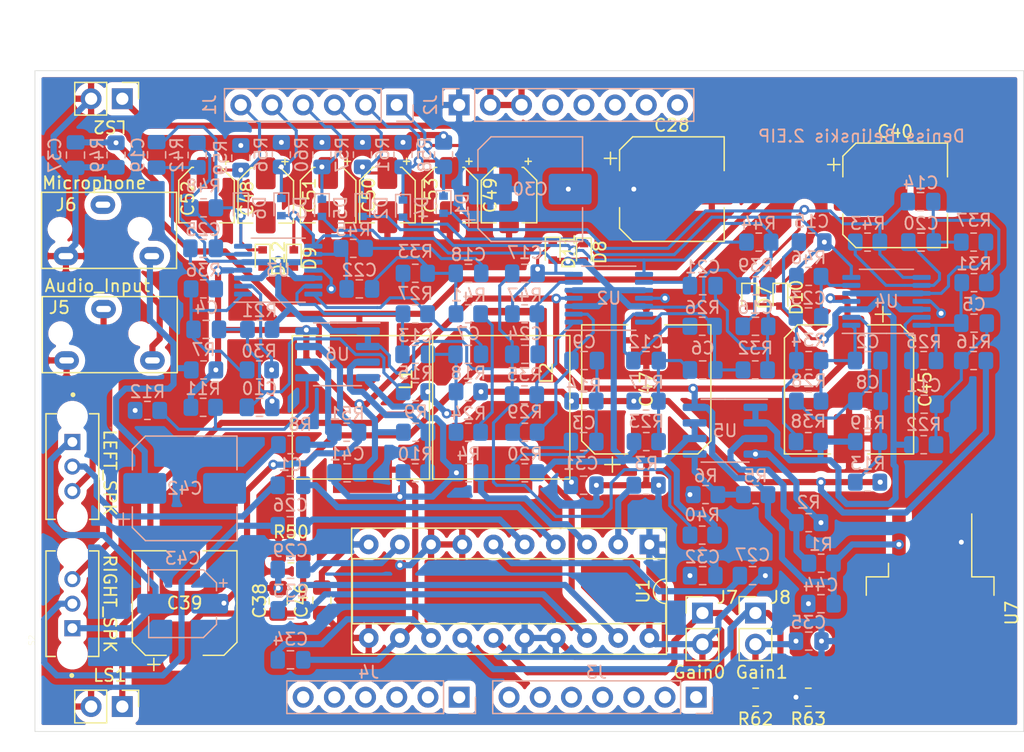
<source format=kicad_pcb>
(kicad_pcb (version 20171130) (host pcbnew "(5.1.7)-1")
  (title_block (title "Spektra analizators") (company "Deniss B.") (comment 1 "Kursa darbs"))
  (layers (0 F.Cu power) (31 B.Cu power) (34 B.Paste user) (35 F.Paste user) (36 B.SilkS user) (37 F.SilkS user) (38 B.Mask user) (39 F.Mask user) (44 Edge.Cuts user))
  (net 0 "")
  (net 1 /Sheet5FA98441/Left_in)
  (net 2 "Net-(C1-Pad1)")
  (net 3 "Net-(C2-Pad1)")
  (net 4 "Net-(C2-Pad2)")
  (net 5 "Net-(C3-Pad1)")
  (net 6 "Net-(C3-Pad2)")
  (net 7 "Net-(C10-Pad2)")
  (net 8 "Net-(C4-Pad1)")
  (net 9 "Net-(C5-Pad1)")
  (net 10 "Net-(C11-Pad2)")
  (net 11 "Net-(C6-Pad1)")
  (net 12 "Net-(C12-Pad2)")
  (net 13 "Net-(C13-Pad2)")
  (net 14 "Net-(C7-Pad1)")
  (net 15 "Net-(C8-Pad1)")
  (net 16 "Net-(C9-Pad1)")
  (net 17 "Net-(C10-Pad1)")
  (net 18 "Net-(C11-Pad1)")
  (net 19 "Net-(C12-Pad1)")
  (net 20 "Net-(C13-Pad1)")
  (net 21 "Net-(C14-Pad2)")
  (net 22 "Net-(C14-Pad1)")
  (net 23 "Net-(C15-Pad2)")
  (net 24 "Net-(C15-Pad1)")
  (net 25 "Net-(C16-Pad1)")
  (net 26 "Net-(C16-Pad2)")
  (net 27 "Net-(C17-Pad2)")
  (net 28 "Net-(C17-Pad1)")
  (net 29 "Net-(C18-Pad1)")
  (net 30 "Net-(C18-Pad2)")
  (net 31 "Net-(C19-Pad2)")
  (net 32 "Net-(C19-Pad1)")
  (net 33 "Net-(C20-Pad1)")
  (net 34 "Net-(C21-Pad1)")
  (net 35 "Net-(C22-Pad1)")
  (net 36 "Net-(C23-Pad1)")
  (net 37 "Net-(C24-Pad1)")
  (net 38 "Net-(C25-Pad1)")
  (net 39 "Net-(C26-Pad1)")
  (net 40 /Sheet5FA98441/Right_in)
  (net 41 GNDREF)
  (net 42 "Net-(C27-Pad2)")
  (net 43 /Sheet5FA98441/VCC-12)
  (net 44 "Net-(C29-Pad2)")
  (net 45 "Net-(C33-Pad1)")
  (net 46 "Net-(C33-Pad2)")
  (net 47 "Net-(C34-Pad1)")
  (net 48 "Net-(C34-Pad2)")
  (net 49 "Net-(C37-Pad1)")
  (net 50 "Net-(C38-Pad2)")
  (net 51 /Sheet5F8DB692/VCC)
  (net 52 "Net-(C42-Pad2)")
  (net 53 /Sheet5FFF3C63/Mic_out)
  (net 54 "Net-(C43-Pad1)")
  (net 55 5)
  (net 56 1)
  (net 57 3)
  (net 58 4)
  (net 59 6)
  (net 60 2)
  (net 61 "Net-(J2-Pad4)")
  (net 62 "Net-(J2-Pad5)")
  (net 63 "Net-(J2-Pad6)")
  (net 64 "Net-(J2-Pad7)")
  (net 65 "Net-(J2-Pad8)")
  (net 66 "Net-(J3-Pad1)")
  (net 67 "Net-(J3-Pad2)")
  (net 68 "Net-(J3-Pad3)")
  (net 69 "Net-(J3-Pad4)")
  (net 70 "Net-(J3-Pad5)")
  (net 71 "Net-(J3-Pad6)")
  (net 72 "Net-(J3-Pad7)")
  (net 73 "Net-(J4-Pad6)")
  (net 74 "Net-(J4-Pad5)")
  (net 75 "Net-(J4-Pad4)")
  (net 76 "Net-(J4-Pad3)")
  (net 77 "Net-(J4-Pad2)")
  (net 78 "Net-(J4-Pad1)")
  (net 79 "Net-(J5-PadR)")
  (net 80 "Net-(J5-PadT)")
  (net 81 "Net-(R1-Pad1)")
  (net 82 "Net-(R3-Pad1)")
  (net 83 "Net-(R4-Pad2)")
  (net 84 "Net-(R5-Pad1)")
  (net 85 "Net-(R51-Pad1)")
  (net 86 "Net-(R10-Pad2)")
  (net 87 "Net-(R11-Pad1)")
  (net 88 /Sheet5F8DB692/FILTER_IN)
  (net 89 "Net-(C42-Pad1)")
  (net 90 "Net-(J7-Pad1)")
  (net 91 "Net-(J8-Pad1)")
  (net 92 /Sheet5FA98441/Right_out)
  (net 93 "Net-(D10-Pad2)")
  (net 94 "Net-(D11-Pad2)")
  (net 95 "Net-(D12-Pad2)")
  (module Resistor_SMD:R_0805_2012Metric_Pad1.20x1.40mm_HandSolder (layer F.Cu) (at 70.882 146.558 180)
    (fp_text reference R50 (at 0 1.778) (layer F.SilkS))
    (fp_text value 4k7)
    (pad 2 smd roundrect (at 1 0 180) (size 1.2 1.4) (layers F.Cu F.Paste F.Mask) (roundrect_rratio 0.2083325) (net 41 GNDREF))
    (pad 1 smd roundrect (at -1 0 180) (size 1.2 1.4) (layers F.Cu F.Paste F.Mask) (roundrect_rratio 0.2083325) (net 50 "Net-(C38-Pad2)"))
  )
  (module Resistor_SMD:R_0805_2012Metric_Pad1.20x1.40mm_HandSolder (layer B.Cu) (at 114.062 147.32)
    (fp_text reference R1 (at -0.016 -1.524) (layer B.SilkS) (effects (justify mirror)))
    (fp_text value 2k)
    (pad 1 smd roundrect (at -1 0) (size 1.2 1.4) (layers B.Cu B.Paste B.Mask) (roundrect_rratio 0.2083325) (net 81 "Net-(R1-Pad1)"))
    (pad 2 smd roundrect (at 1 0) (size 1.2 1.4) (layers B.Cu B.Paste B.Mask) (roundrect_rratio 0.2083325) (net 51 /Sheet5F8DB692/VCC))
  )
  (module Resistor_SMD:R_0805_2012Metric_Pad1.20x1.40mm_HandSolder (layer B.Cu) (at 113.046 134.112 180)
    (fp_text reference R28 (at 0 1.65) (layer B.SilkS) (effects (justify mirror)))
    (fp_text value 8k)
    (pad 2 smd roundrect (at 1 0 180) (size 1.2 1.4) (layers B.Cu B.Paste B.Mask) (roundrect_rratio 0.2083325) (net 15 "Net-(C8-Pad1)"))
    (pad 1 smd roundrect (at -1 0 180) (size 1.2 1.4) (layers B.Cu B.Paste B.Mask) (roundrect_rratio 0.2083325) (net 3 "Net-(C2-Pad1)"))
  )
  (module Capacitor_SMD:CP_Elec_8x10 (layer F.Cu) (at 62.23 150.57 90)
    (fp_text reference C39 (at 0 0 180) (layer F.SilkS))
    (fp_text value 470u)
    (pad 2 smd roundrect (at 3.25 0 90) (size 3.5 2.5) (layers F.Cu F.Paste F.Mask) (roundrect_rratio 0.1) (net 88 /Sheet5F8DB692/FILTER_IN))
    (pad 1 smd roundrect (at -3.25 0 90) (size 3.5 2.5) (layers F.Cu F.Paste F.Mask) (roundrect_rratio 0.1) (net 50 "Net-(C38-Pad2)"))
  )
  (module Capacitor_SMD:CP_Elec_8x10 (layer F.Cu) (at 120.09 117.348)
    (fp_text reference C40 (at 0 -5.2) (layer F.SilkS))
    (fp_text value 470u)
    (pad 1 smd roundrect (at -3.25 0) (size 3.5 2.5) (layers F.Cu F.Paste F.Mask) (roundrect_rratio 0.1) (net 49 "Net-(C37-Pad1)"))
    (pad 2 smd roundrect (at 3.25 0) (size 3.5 2.5) (layers F.Cu F.Paste F.Mask) (roundrect_rratio 0.1) (net 92 /Sheet5FA98441/Right_out))
  )
  (module Package_TO_SOT_SMD:TO-263-2 (layer F.Cu) (at 122.936 151.384 270)
    (fp_text reference U7 (at 0 -6.65 270) (layer F.SilkS))
    (fp_text value LM7805_TO220)
    (pad 1 smd rect (at -5.775 -2.54 270) (size 4.6 1.1) (layers F.Cu F.Paste F.Mask) (net 43 /Sheet5FA98441/VCC-12))
    (pad 3 smd rect (at -5.775 2.54 270) (size 4.6 1.1) (layers F.Cu F.Paste F.Mask) (net 51 /Sheet5F8DB692/VCC))
    (pad 2 smd rect (at 3.375 0 270) (size 9.4 10.8) (layers F.Cu F.Mask) (net 41 GNDREF))
  )
  (module citi:INDUCTOR (layer F.Cu) (at 88.138 134.874 90)
    (fp_text reference L2 (at 3.048 3.556 90) (layer F.SilkS))
    (fp_text value 22uH)
    (pad 2 smd rect (at 5.334 -0.254 180) (size 4.8 3.8) (layers F.Cu F.Paste F.Mask) (net 50 "Net-(C38-Pad2)"))
    (pad 1 smd rect (at -4.826 0 180) (size 4.8 3.8) (layers F.Cu F.Paste F.Mask) (net 45 "Net-(C33-Pad1)"))
  )
  (module Capacitor_SMD:C_0805_2012Metric_Pad1.18x1.45mm_HandSolder (layer B.Cu) (at 104.4155 148.336)
    (fp_text reference C32 (at -0.0215 -1.524 -180) (layer B.SilkS) (effects (justify mirror)))
    (fp_text value 100n)
    (pad 2 smd roundrect (at 1.0375 0) (size 1.175 1.45) (layers B.Cu B.Paste B.Mask) (roundrect_rratio 0.2127659574468085) (net 43 /Sheet5FA98441/VCC-12))
    (pad 1 smd roundrect (at -1.0375 0) (size 1.175 1.45) (layers B.Cu B.Paste B.Mask) (roundrect_rratio 0.2127659574468085) (net 41 GNDREF))
  )
  (module Capacitor_SMD:C_0805_2012Metric_Pad1.18x1.45mm_HandSolder (layer B.Cu) (at 94.7205 137.414)
    (fp_text reference C3 (at 0.0215 -1.524) (layer B.SilkS) (effects (justify mirror)))
    (fp_text value 22n)
    (pad 1 smd roundrect (at -1.0375 0) (size 1.175 1.45) (layers B.Cu B.Paste B.Mask) (roundrect_rratio 0.2127659574468085) (net 5 "Net-(C3-Pad1)"))
    (pad 2 smd roundrect (at 1.0375 0) (size 1.175 1.45) (layers B.Cu B.Paste B.Mask) (roundrect_rratio 0.2127659574468085) (net 6 "Net-(C3-Pad2)"))
  )
  (module Package_SO:TSSOP-14_4.4x5mm_P0.65mm (layer B.Cu) (at 96.774 125.73)
    (fp_text reference U2 (at 0 0) (layer B.SilkS) (effects (justify mirror)))
    (fp_text value LM324)
    (pad 1 smd roundrect (at -2.8625 1.95) (size 1.475 0.4) (layers B.Cu B.Paste B.Mask) (net 5 "Net-(C3-Pad1)"))
    (pad 2 smd roundrect (at -2.8625 1.3) (size 1.475 0.4) (layers B.Cu B.Paste B.Mask) (net 16 "Net-(C9-Pad1)"))
    (pad 3 smd roundrect (at -2.8625 0.65) (size 1.475 0.4) (layers B.Cu B.Paste B.Mask) (net 94 "Net-(D11-Pad2)"))
    (pad 4 smd roundrect (at -2.8625 0) (size 1.475 0.4) (layers B.Cu B.Paste B.Mask) (net 51 /Sheet5F8DB692/VCC))
    (pad 5 smd roundrect (at -2.8625 -0.65) (size 1.475 0.4) (layers B.Cu B.Paste B.Mask) (net 94 "Net-(D11-Pad2)"))
    (pad 6 smd roundrect (at -2.8625 -1.3) (size 1.475 0.4) (layers B.Cu B.Paste B.Mask) (net 37 "Net-(C24-Pad1)"))
    (pad 7 smd roundrect (at -2.8625 -1.95) (size 1.475 0.4) (layers B.Cu B.Paste B.Mask) (net 28 "Net-(C17-Pad1)"))
    (pad 8 smd roundrect (at 2.8625 -1.95) (size 1.475 0.4) (layers B.Cu B.Paste B.Mask) (net 25 "Net-(C16-Pad1)"))
    (pad 9 smd roundrect (at 2.8625 -1.3) (size 1.475 0.4) (layers B.Cu B.Paste B.Mask) (net 34 "Net-(C21-Pad1)"))
    (pad 10 smd roundrect (at 2.8625 -0.65) (size 1.475 0.4) (layers B.Cu B.Paste B.Mask) (net 94 "Net-(D11-Pad2)"))
    (pad 11 smd roundrect (at 2.8625 0) (size 1.475 0.4) (layers B.Cu B.Paste B.Mask) (net 41 GNDREF))
    (pad 12 smd roundrect (at 2.8625 0.65) (size 1.475 0.4) (layers B.Cu B.Paste B.Mask) (net 94 "Net-(D11-Pad2)"))
    (pad 13 smd roundrect (at 2.8625 1.3) (size 1.475 0.4) (layers B.Cu B.Paste B.Mask) (net 19 "Net-(C12-Pad1)"))
    (pad 14 smd roundrect (at 2.8625 1.95) (size 1.475 0.4) (layers B.Cu B.Paste B.Mask) (net 11 "Net-(C6-Pad1)"))
  )
  (module Capacitor_SMD:C_0805_2012Metric_Pad1.18x1.45mm_HandSolder (layer B.Cu) (at 70.8445 151.13)
    (fp_text reference C33 (at 0.0215 -1.524) (layer B.SilkS) (effects (justify mirror)))
    (fp_text value 220n)
    (pad 1 smd roundrect (at -1.0375 0) (size 1.175 1.45) (layers B.Cu B.Paste B.Mask) (roundrect_rratio 0.2127659574468085) (net 45 "Net-(C33-Pad1)"))
    (pad 2 smd roundrect (at 1.0375 0) (size 1.175 1.45) (layers B.Cu B.Paste B.Mask) (roundrect_rratio 0.2127659574468085) (net 46 "Net-(C33-Pad2)"))
  )
  (module Package_SO:TSSOP-14_4.4x5mm_P0.65mm (layer B.Cu) (at 69.85 123.444)
    (fp_text reference U3 (at 0 0) (layer B.SilkS) (effects (justify mirror)))
    (fp_text value LM324)
    (pad 1 smd roundrect (at -2.8625 1.95) (size 1.475 0.4) (layers B.Cu B.Paste B.Mask) (net 8 "Net-(C4-Pad1)"))
    (pad 2 smd roundrect (at -2.8625 1.3) (size 1.475 0.4) (layers B.Cu B.Paste B.Mask) (net 17 "Net-(C10-Pad1)"))
    (pad 3 smd roundrect (at -2.8625 0.65) (size 1.475 0.4) (layers B.Cu B.Paste B.Mask) (net 95 "Net-(D12-Pad2)"))
    (pad 4 smd roundrect (at -2.8625 0) (size 1.475 0.4) (layers B.Cu B.Paste B.Mask) (net 51 /Sheet5F8DB692/VCC))
    (pad 5 smd roundrect (at -2.8625 -0.65) (size 1.475 0.4) (layers B.Cu B.Paste B.Mask) (net 95 "Net-(D12-Pad2)"))
    (pad 6 smd roundrect (at -2.8625 -1.3) (size 1.475 0.4) (layers B.Cu B.Paste B.Mask) (net 38 "Net-(C25-Pad1)"))
    (pad 7 smd roundrect (at -2.8625 -1.95) (size 1.475 0.4) (layers B.Cu B.Paste B.Mask) (net 32 "Net-(C19-Pad1)"))
    (pad 8 smd roundrect (at 2.8625 -1.95) (size 1.475 0.4) (layers B.Cu B.Paste B.Mask) (net 29 "Net-(C18-Pad1)"))
    (pad 9 smd roundrect (at 2.8625 -1.3) (size 1.475 0.4) (layers B.Cu B.Paste B.Mask) (net 35 "Net-(C22-Pad1)"))
    (pad 10 smd roundrect (at 2.8625 -0.65) (size 1.475 0.4) (layers B.Cu B.Paste B.Mask) (net 95 "Net-(D12-Pad2)"))
    (pad 11 smd roundrect (at 2.8625 0) (size 1.475 0.4) (layers B.Cu B.Paste B.Mask) (net 41 GNDREF))
    (pad 12 smd roundrect (at 2.8625 0.65) (size 1.475 0.4) (layers B.Cu B.Paste B.Mask) (net 95 "Net-(D12-Pad2)"))
    (pad 13 smd roundrect (at 2.8625 1.3) (size 1.475 0.4) (layers B.Cu B.Paste B.Mask) (net 20 "Net-(C13-Pad1)"))
    (pad 14 smd roundrect (at 2.8625 1.95) (size 1.475 0.4) (layers B.Cu B.Paste B.Mask) (net 14 "Net-(C7-Pad1)"))
  )
  (module Capacitor_SMD:CP_Elec_8x10 (layer B.Cu) (at 90.372 116.84)
    (fp_text reference C30 (at 0 0 180) (layer B.SilkS) (effects (justify mirror)))
    (fp_text value 470u)
    (pad 1 smd roundrect (at -3.25 0) (size 3.5 2.5) (layers B.Cu B.Paste B.Mask) (roundrect_rratio 0.1) (net 43 /Sheet5FA98441/VCC-12))
    (pad 2 smd roundrect (at 3.25 0) (size 3.5 2.5) (layers B.Cu B.Paste B.Mask) (roundrect_rratio 0.1) (net 41 GNDREF))
  )
  (module Package_SO:TSSOP-14_4.4x5mm_P0.65mm (layer B.Cu) (at 119.38 125.984)
    (fp_text reference U4 (at 0 0) (layer B.SilkS) (effects (justify mirror)))
    (fp_text value LM324)
    (pad 14 smd roundrect (at 2.8625 1.95) (size 1.475 0.4) (layers B.Cu B.Paste B.Mask) (net 9 "Net-(C5-Pad1)"))
    (pad 13 smd roundrect (at 2.8625 1.3) (size 1.475 0.4) (layers B.Cu B.Paste B.Mask) (net 18 "Net-(C11-Pad1)"))
    (pad 12 smd roundrect (at 2.8625 0.65) (size 1.475 0.4) (layers B.Cu B.Paste B.Mask) (net 93 "Net-(D10-Pad2)"))
    (pad 11 smd roundrect (at 2.8625 0) (size 1.475 0.4) (layers B.Cu B.Paste B.Mask) (net 41 GNDREF))
    (pad 10 smd roundrect (at 2.8625 -0.65) (size 1.475 0.4) (layers B.Cu B.Paste B.Mask) (net 93 "Net-(D10-Pad2)"))
    (pad 9 smd roundrect (at 2.8625 -1.3) (size 1.475 0.4) (layers B.Cu B.Paste B.Mask) (net 33 "Net-(C20-Pad1)"))
    (pad 8 smd roundrect (at 2.8625 -1.95) (size 1.475 0.4) (layers B.Cu B.Paste B.Mask) (net 22 "Net-(C14-Pad1)"))
    (pad 7 smd roundrect (at -2.8625 -1.95) (size 1.475 0.4) (layers B.Cu B.Paste B.Mask) (net 24 "Net-(C15-Pad1)"))
    (pad 6 smd roundrect (at -2.8625 -1.3) (size 1.475 0.4) (layers B.Cu B.Paste B.Mask) (net 36 "Net-(C23-Pad1)"))
    (pad 5 smd roundrect (at -2.8625 -0.65) (size 1.475 0.4) (layers B.Cu B.Paste B.Mask) (net 93 "Net-(D10-Pad2)"))
    (pad 4 smd roundrect (at -2.8625 0) (size 1.475 0.4) (layers B.Cu B.Paste B.Mask) (net 51 /Sheet5F8DB692/VCC))
    (pad 3 smd roundrect (at -2.8625 0.65) (size 1.475 0.4) (layers B.Cu B.Paste B.Mask) (net 93 "Net-(D10-Pad2)"))
    (pad 2 smd roundrect (at -2.8625 1.3) (size 1.475 0.4) (layers B.Cu B.Paste B.Mask) (net 15 "Net-(C8-Pad1)"))
    (pad 1 smd roundrect (at -2.8625 1.95) (size 1.475 0.4) (layers B.Cu B.Paste B.Mask) (net 3 "Net-(C2-Pad1)"))
  )
  (module Capacitor_SMD:CP_Elec_10x10 (layer F.Cu) (at 99.822 133.16 90)
    (fp_text reference C47 (at 0 0 90) (layer F.SilkS))
    (fp_text value 100u)
    (pad 1 smd roundrect (at -4 0 90) (size 4 2.5) (layers F.Cu F.Paste F.Mask) (roundrect_rratio 0.1) (net 43 /Sheet5FA98441/VCC-12))
    (pad 2 smd roundrect (at 4 0 90) (size 4 2.5) (layers F.Cu F.Paste F.Mask) (roundrect_rratio 0.1) (net 41 GNDREF))
  )
  (module Resistor_SMD:R_0805_2012Metric_Pad1.20x1.40mm_HandSolder (layer B.Cu) (at 85.328 133.35 180)
    (fp_text reference R18 (at 0 1.524) (layer B.SilkS) (effects (justify mirror)))
    (fp_text value 14k)
    (pad 1 smd roundrect (at -1 0 180) (size 1.2 1.4) (layers B.Cu B.Paste B.Mask) (roundrect_rratio 0.2083325) (net 88 /Sheet5F8DB692/FILTER_IN))
    (pad 2 smd roundrect (at 1 0 180) (size 1.2 1.4) (layers B.Cu B.Paste B.Mask) (roundrect_rratio 0.2083325) (net 13 "Net-(C13-Pad2)"))
  )
  (module Capacitor_SMD:C_0805_2012Metric_Pad1.18x1.45mm_HandSolder (layer B.Cu) (at 70.8445 140.97 180)
    (fp_text reference C1 (at 0 1.68) (layer B.SilkS) (effects (justify mirror)))
    (fp_text value 1000n)
    (pad 2 smd roundrect (at 1.0375 0 180) (size 1.175 1.45) (layers B.Cu B.Paste B.Mask) (roundrect_rratio 0.2127659574468085) (net 1 /Sheet5FA98441/Left_in))
    (pad 1 smd roundrect (at -1.0375 0 180) (size 1.175 1.45) (layers B.Cu B.Paste B.Mask) (roundrect_rratio 0.2127659574468085) (net 2 "Net-(C1-Pad1)"))
  )
  (module Capacitor_SMD:C_0805_2012Metric_Pad1.18x1.45mm_HandSolder (layer B.Cu) (at 117.856 130.81)
    (fp_text reference C2 (at 0 -1.524) (layer B.SilkS) (effects (justify mirror)))
    (fp_text value 220n)
    (pad 1 smd roundrect (at -1.0375 0) (size 1.175 1.45) (layers B.Cu B.Paste B.Mask) (roundrect_rratio 0.2127659574468085) (net 3 "Net-(C2-Pad1)"))
    (pad 2 smd roundrect (at 1.0375 0) (size 1.175 1.45) (layers B.Cu B.Paste B.Mask) (roundrect_rratio 0.2127659574468085) (net 4 "Net-(C2-Pad2)"))
  )
  (module Capacitor_SMD:C_0805_2012Metric_Pad1.18x1.45mm_HandSolder (layer B.Cu) (at 63.9865 128.27)
    (fp_text reference C4 (at 0.0215 -1.778) (layer B.SilkS) (effects (justify mirror)))
    (fp_text value 1n)
    (pad 2 smd roundrect (at 1.0375 0) (size 1.175 1.45) (layers B.Cu B.Paste B.Mask) (roundrect_rratio 0.2127659574468085) (net 7 "Net-(C10-Pad2)"))
    (pad 1 smd roundrect (at -1.0375 0) (size 1.175 1.45) (layers B.Cu B.Paste B.Mask) (roundrect_rratio 0.2127659574468085) (net 8 "Net-(C4-Pad1)"))
  )
  (module Capacitor_SMD:C_0805_2012Metric_Pad1.18x1.45mm_HandSolder (layer B.Cu) (at 126.5135 127.762)
    (fp_text reference C5 (at 0 -1.524) (layer B.SilkS) (effects (justify mirror)))
    (fp_text value 220n)
    (pad 1 smd roundrect (at -1.0375 0) (size 1.175 1.45) (layers B.Cu B.Paste B.Mask) (roundrect_rratio 0.2127659574468085) (net 9 "Net-(C5-Pad1)"))
    (pad 2 smd roundrect (at 1.0375 0) (size 1.175 1.45) (layers B.Cu B.Paste B.Mask) (roundrect_rratio 0.2127659574468085) (net 10 "Net-(C11-Pad2)"))
  )
  (module Capacitor_SMD:C_0805_2012Metric_Pad1.18x1.45mm_HandSolder (layer B.Cu) (at 104.4155 131.572 180)
    (fp_text reference C6 (at 0 1.778 180) (layer B.SilkS) (effects (justify mirror)))
    (fp_text value 220n)
    (pad 1 smd roundrect (at -1.0375 0 180) (size 1.175 1.45) (layers B.Cu B.Paste B.Mask) (roundrect_rratio 0.2127659574468085) (net 11 "Net-(C6-Pad1)"))
    (pad 2 smd roundrect (at 1.0375 0 180) (size 1.175 1.45) (layers B.Cu B.Paste B.Mask) (roundrect_rratio 0.2127659574468085) (net 12 "Net-(C12-Pad2)"))
  )
  (module Capacitor_SMD:C_0805_2012Metric_Pad1.18x1.45mm_HandSolder (layer B.Cu) (at 85.3225 130.302 180)
    (fp_text reference C7 (at 0 1.68) (layer B.SilkS) (effects (justify mirror)))
    (fp_text value 2n2)
    (pad 2 smd roundrect (at 1.0375 0 180) (size 1.175 1.45) (layers B.Cu B.Paste B.Mask) (roundrect_rratio 0.2127659574468085) (net 13 "Net-(C13-Pad2)"))
    (pad 1 smd roundrect (at -1.0375 0 180) (size 1.175 1.45) (layers B.Cu B.Paste B.Mask) (roundrect_rratio 0.2127659574468085) (net 14 "Net-(C7-Pad1)"))
  )
  (module Capacitor_SMD:C_0805_2012Metric_Pad1.18x1.45mm_HandSolder (layer B.Cu) (at 117.8775 134.112)
    (fp_text reference C8 (at -0.0215 -1.524 180) (layer B.SilkS) (effects (justify mirror)))
    (fp_text value 220n)
    (pad 2 smd roundrect (at 1.0375 0) (size 1.175 1.45) (layers B.Cu B.Paste B.Mask) (roundrect_rratio 0.2127659574468085) (net 4 "Net-(C2-Pad2)"))
    (pad 1 smd roundrect (at -1.0375 0) (size 1.175 1.45) (layers B.Cu B.Paste B.Mask) (roundrect_rratio 0.2127659574468085) (net 15 "Net-(C8-Pad1)"))
  )
  (module Capacitor_SMD:C_0805_2012Metric_Pad1.18x1.45mm_HandSolder (layer B.Cu) (at 94.7635 130.81)
    (fp_text reference C9 (at 0 -1.524) (layer B.SilkS) (effects (justify mirror)))
    (fp_text value 22n)
    (pad 1 smd roundrect (at -1.0375 0) (size 1.175 1.45) (layers B.Cu B.Paste B.Mask) (roundrect_rratio 0.2127659574468085) (net 16 "Net-(C9-Pad1)"))
    (pad 2 smd roundrect (at 1.0375 0) (size 1.175 1.45) (layers B.Cu B.Paste B.Mask) (roundrect_rratio 0.2127659574468085) (net 6 "Net-(C3-Pad2)"))
  )
  (module Capacitor_SMD:C_0805_2012Metric_Pad1.18x1.45mm_HandSolder (layer B.Cu) (at 68.326 134.62 180)
    (fp_text reference C10 (at 0 1.524) (layer B.SilkS) (effects (justify mirror)))
    (fp_text value 1n)
    (pad 1 smd roundrect (at -1.0375 0 180) (size 1.175 1.45) (layers B.Cu B.Paste B.Mask) (roundrect_rratio 0.2127659574468085) (net 17 "Net-(C10-Pad1)"))
    (pad 2 smd roundrect (at 1.0375 0 180) (size 1.175 1.45) (layers B.Cu B.Paste B.Mask) (roundrect_rratio 0.2127659574468085) (net 7 "Net-(C10-Pad2)"))
  )
  (module Capacitor_SMD:C_0805_2012Metric_Pad1.18x1.45mm_HandSolder (layer B.Cu) (at 122.4495 134.366)
    (fp_text reference C11 (at -0.0215 -1.524) (layer B.SilkS) (effects (justify mirror)))
    (fp_text value 220n)
    (pad 2 smd roundrect (at 1.0375 0) (size 1.175 1.45) (layers B.Cu B.Paste B.Mask) (roundrect_rratio 0.2127659574468085) (net 10 "Net-(C11-Pad2)"))
    (pad 1 smd roundrect (at -1.0375 0) (size 1.175 1.45) (layers B.Cu B.Paste B.Mask) (roundrect_rratio 0.2127659574468085) (net 18 "Net-(C11-Pad1)"))
  )
  (module Capacitor_SMD:C_0805_2012Metric_Pad1.18x1.45mm_HandSolder (layer B.Cu) (at 99.8005 130.81)
    (fp_text reference C12 (at 0 -1.524) (layer B.SilkS) (effects (justify mirror)))
    (fp_text value 220n)
    (pad 2 smd roundrect (at 1.0375 0) (size 1.175 1.45) (layers B.Cu B.Paste B.Mask) (roundrect_rratio 0.2127659574468085) (net 12 "Net-(C12-Pad2)"))
    (pad 1 smd roundrect (at -1.0375 0) (size 1.175 1.45) (layers B.Cu B.Paste B.Mask) (roundrect_rratio 0.2127659574468085) (net 19 "Net-(C12-Pad1)"))
  )
  (module Capacitor_SMD:C_0805_2012Metric_Pad1.18x1.45mm_HandSolder (layer B.Cu) (at 81.0045 130.302)
    (fp_text reference C13 (at 0.0215 -1.524) (layer B.SilkS) (effects (justify mirror)))
    (fp_text value 2n2)
    (pad 1 smd roundrect (at -1.0375 0) (size 1.175 1.45) (layers B.Cu B.Paste B.Mask) (roundrect_rratio 0.2127659574468085) (net 20 "Net-(C13-Pad1)"))
    (pad 2 smd roundrect (at 1.0375 0) (size 1.175 1.45) (layers B.Cu B.Paste B.Mask) (roundrect_rratio 0.2127659574468085) (net 13 "Net-(C13-Pad2)"))
  )
  (module Capacitor_SMD:C_0805_2012Metric_Pad1.18x1.45mm_HandSolder (layer B.Cu) (at 122.1525 117.856)
    (fp_text reference C14 (at 0.0215 -1.524) (layer B.SilkS) (effects (justify mirror)))
    (fp_text value 220n)
    (pad 2 smd roundrect (at 1.0375 0) (size 1.175 1.45) (layers B.Cu B.Paste B.Mask) (roundrect_rratio 0.2127659574468085) (net 21 "Net-(C14-Pad2)"))
    (pad 1 smd roundrect (at -1.0375 0) (size 1.175 1.45) (layers B.Cu B.Paste B.Mask) (roundrect_rratio 0.2127659574468085) (net 22 "Net-(C14-Pad1)"))
  )
  (module Capacitor_SMD:C_0805_2012Metric_Pad1.18x1.45mm_HandSolder (layer B.Cu) (at 113.284 121.158 180)
    (fp_text reference C15 (at 0 1.68) (layer B.SilkS) (effects (justify mirror)))
    (fp_text value 220n)
    (pad 2 smd roundrect (at 1.0375 0 180) (size 1.175 1.45) (layers B.Cu B.Paste B.Mask) (roundrect_rratio 0.2127659574468085) (net 23 "Net-(C15-Pad2)"))
    (pad 1 smd roundrect (at -1.0375 0 180) (size 1.175 1.45) (layers B.Cu B.Paste B.Mask) (roundrect_rratio 0.2127659574468085) (net 24 "Net-(C15-Pad1)"))
  )
  (module Capacitor_SMD:C_0805_2012Metric_Pad1.18x1.45mm_HandSolder (layer B.Cu) (at 108.712 128.016)
    (fp_text reference C16 (at 0 -1.524) (layer B.SilkS) (effects (justify mirror)))
    (fp_text value 220n)
    (pad 1 smd roundrect (at -1.0375 0) (size 1.175 1.45) (layers B.Cu B.Paste B.Mask) (roundrect_rratio 0.2127659574468085) (net 25 "Net-(C16-Pad1)"))
    (pad 2 smd roundrect (at 1.0375 0) (size 1.175 1.45) (layers B.Cu B.Paste B.Mask) (roundrect_rratio 0.2127659574468085) (net 26 "Net-(C16-Pad2)"))
  )
  (module Capacitor_SMD:C_0805_2012Metric_Pad1.18x1.45mm_HandSolder (layer B.Cu) (at 89.9375 123.698 180)
    (fp_text reference C17 (at 0 1.68) (layer B.SilkS) (effects (justify mirror)))
    (fp_text value 22n)
    (pad 2 smd roundrect (at 1.0375 0 180) (size 1.175 1.45) (layers B.Cu B.Paste B.Mask) (roundrect_rratio 0.2127659574468085) (net 27 "Net-(C17-Pad2)"))
    (pad 1 smd roundrect (at -1.0375 0 180) (size 1.175 1.45) (layers B.Cu B.Paste B.Mask) (roundrect_rratio 0.2127659574468085) (net 28 "Net-(C17-Pad1)"))
  )
  (module Capacitor_SMD:C_0805_2012Metric_Pad1.18x1.45mm_HandSolder (layer B.Cu) (at 85.344 123.698 180)
    (fp_text reference C18 (at 0 1.524) (layer B.SilkS) (effects (justify mirror)))
    (fp_text value 2n2)
    (pad 1 smd roundrect (at -1.0375 0 180) (size 1.175 1.45) (layers B.Cu B.Paste B.Mask) (roundrect_rratio 0.2127659574468085) (net 29 "Net-(C18-Pad1)"))
    (pad 2 smd roundrect (at 1.0375 0 180) (size 1.175 1.45) (layers B.Cu B.Paste B.Mask) (roundrect_rratio 0.2127659574468085) (net 30 "Net-(C18-Pad2)"))
  )
  (module Capacitor_SMD:C_0805_2012Metric_Pad1.18x1.45mm_HandSolder (layer B.Cu) (at 59.944 114.046 270)
    (fp_text reference C19 (at 0 1.524 90) (layer B.SilkS) (effects (justify mirror)))
    (fp_text value 1n)
    (pad 2 smd roundrect (at 1.0375 0 270) (size 1.175 1.45) (layers B.Cu B.Paste B.Mask) (roundrect_rratio 0.2127659574468085) (net 31 "Net-(C19-Pad2)"))
    (pad 1 smd roundrect (at -1.0375 0 270) (size 1.175 1.45) (layers B.Cu B.Paste B.Mask) (roundrect_rratio 0.2127659574468085) (net 32 "Net-(C19-Pad1)"))
  )
  (module Capacitor_SMD:C_0805_2012Metric_Pad1.18x1.45mm_HandSolder (layer B.Cu) (at 122.1955 121.158)
    (fp_text reference C20 (at 0 -1.524) (layer B.SilkS) (effects (justify mirror)))
    (fp_text value 220n)
    (pad 1 smd roundrect (at -1.0375 0) (size 1.175 1.45) (layers B.Cu B.Paste B.Mask) (roundrect_rratio 0.2127659574468085) (net 33 "Net-(C20-Pad1)"))
    (pad 2 smd roundrect (at 1.0375 0) (size 1.175 1.45) (layers B.Cu B.Paste B.Mask) (roundrect_rratio 0.2127659574468085) (net 21 "Net-(C14-Pad2)"))
  )
  (module Capacitor_SMD:C_0805_2012Metric_Pad1.18x1.45mm_HandSolder (layer B.Cu) (at 104.4155 124.714)
    (fp_text reference C21 (at 0 -1.524) (layer B.SilkS) (effects (justify mirror)))
    (fp_text value 220n)
    (pad 2 smd roundrect (at 1.0375 0) (size 1.175 1.45) (layers B.Cu B.Paste B.Mask) (roundrect_rratio 0.2127659574468085) (net 26 "Net-(C16-Pad2)"))
    (pad 1 smd roundrect (at -1.0375 0) (size 1.175 1.45) (layers B.Cu B.Paste B.Mask) (roundrect_rratio 0.2127659574468085) (net 34 "Net-(C21-Pad1)"))
  )
  (module Capacitor_SMD:C_0805_2012Metric_Pad1.18x1.45mm_HandSolder (layer B.Cu) (at 76.454 124.968)
    (fp_text reference C22 (at 0 -1.524 180) (layer B.SilkS) (effects (justify mirror)))
    (fp_text value 2n2)
    (pad 2 smd roundrect (at 1.0375 0) (size 1.175 1.45) (layers B.Cu B.Paste B.Mask) (roundrect_rratio 0.2127659574468085) (net 30 "Net-(C18-Pad2)"))
    (pad 1 smd roundrect (at -1.0375 0) (size 1.175 1.45) (layers B.Cu B.Paste B.Mask) (roundrect_rratio 0.2127659574468085) (net 35 "Net-(C22-Pad1)"))
  )
  (module Capacitor_SMD:C_0805_2012Metric_Pad1.18x1.45mm_HandSolder (layer B.Cu) (at 113.03 127.254 180)
    (fp_text reference C23 (at 0.0215 1.524) (layer B.SilkS) (effects (justify mirror)))
    (fp_text value 220n)
    (pad 1 smd roundrect (at -1.0375 0 180) (size 1.175 1.45) (layers B.Cu B.Paste B.Mask) (roundrect_rratio 0.2127659574468085) (net 36 "Net-(C23-Pad1)"))
    (pad 2 smd roundrect (at 1.0375 0 180) (size 1.175 1.45) (layers B.Cu B.Paste B.Mask) (roundrect_rratio 0.2127659574468085) (net 23 "Net-(C15-Pad2)"))
  )
  (module Capacitor_SMD:C_0805_2012Metric_Pad1.18x1.45mm_HandSolder (layer B.Cu) (at 89.9375 130.302 180)
    (fp_text reference C24 (at 0 1.68) (layer B.SilkS) (effects (justify mirror)))
    (fp_text value 22n)
    (pad 1 smd roundrect (at -1.0375 0 180) (size 1.175 1.45) (layers B.Cu B.Paste B.Mask) (roundrect_rratio 0.2127659574468085) (net 37 "Net-(C24-Pad1)"))
    (pad 2 smd roundrect (at 1.0375 0 180) (size 1.175 1.45) (layers B.Cu B.Paste B.Mask) (roundrect_rratio 0.2127659574468085) (net 27 "Net-(C17-Pad2)"))
  )
  (module Capacitor_SMD:C_0805_2012Metric_Pad1.18x1.45mm_HandSolder (layer B.Cu) (at 63.7325 121.666 180)
    (fp_text reference C25 (at 0 1.524) (layer B.SilkS) (effects (justify mirror)))
    (fp_text value 1n)
    (pad 1 smd roundrect (at -1.0375 0 180) (size 1.175 1.45) (layers B.Cu B.Paste B.Mask) (roundrect_rratio 0.2127659574468085) (net 38 "Net-(C25-Pad1)"))
    (pad 2 smd roundrect (at 1.0375 0 180) (size 1.175 1.45) (layers B.Cu B.Paste B.Mask) (roundrect_rratio 0.2127659574468085) (net 31 "Net-(C19-Pad2)"))
  )
  (module Capacitor_SMD:C_0805_2012Metric_Pad1.18x1.45mm_HandSolder (layer B.Cu) (at 70.8445 144.272 180)
    (fp_text reference C26 (at 0 1.68) (layer B.SilkS) (effects (justify mirror)))
    (fp_text value 1000n)
    (pad 1 smd roundrect (at -1.0375 0 180) (size 1.175 1.45) (layers B.Cu B.Paste B.Mask) (roundrect_rratio 0.2127659574468085) (net 39 "Net-(C26-Pad1)"))
    (pad 2 smd roundrect (at 1.0375 0 180) (size 1.175 1.45) (layers B.Cu B.Paste B.Mask) (roundrect_rratio 0.2127659574468085) (net 40 /Sheet5FA98441/Right_in))
  )
  (module Capacitor_SMD:C_0805_2012Metric_Pad1.18x1.45mm_HandSolder (layer B.Cu) (at 108.4795 148.336 180)
    (fp_text reference C27 (at 0 1.68 180) (layer B.SilkS) (effects (justify mirror)))
    (fp_text value 1000n)
    (pad 1 smd roundrect (at -1.0375 0 180) (size 1.175 1.45) (layers B.Cu B.Paste B.Mask) (roundrect_rratio 0.2127659574468085) (net 41 GNDREF))
    (pad 2 smd roundrect (at 1.0375 0 180) (size 1.175 1.45) (layers B.Cu B.Paste B.Mask) (roundrect_rratio 0.2127659574468085) (net 42 "Net-(C27-Pad2)"))
  )
  (module Capacitor_SMD:CP_Elec_8x10 (layer F.Cu) (at 101.906 116.84)
    (fp_text reference C28 (at 0 -5.2 -180) (layer F.SilkS))
    (fp_text value 470u)
    (pad 2 smd roundrect (at 3.25 0) (size 3.5 2.5) (layers F.Cu F.Paste F.Mask) (roundrect_rratio 0.1) (net 41 GNDREF))
    (pad 1 smd roundrect (at -3.25 0) (size 3.5 2.5) (layers F.Cu F.Paste F.Mask) (roundrect_rratio 0.1) (net 43 /Sheet5FA98441/VCC-12))
  )
  (module Capacitor_SMD:C_0805_2012Metric_Pad1.18x1.45mm_HandSolder (layer B.Cu) (at 70.8445 147.828)
    (fp_text reference C29 (at 0 -1.524) (layer B.SilkS) (effects (justify mirror)))
    (fp_text value 1000n)
    (pad 2 smd roundrect (at 1.0375 0) (size 1.175 1.45) (layers B.Cu B.Paste B.Mask) (roundrect_rratio 0.2127659574468085) (net 44 "Net-(C29-Pad2)"))
    (pad 1 smd roundrect (at -1.0375 0) (size 1.175 1.45) (layers B.Cu B.Paste B.Mask) (roundrect_rratio 0.2127659574468085) (net 41 GNDREF))
  )
  (module Capacitor_SMD:C_0805_2012Metric_Pad1.18x1.45mm_HandSolder (layer B.Cu) (at 94.7205 140.97)
    (fp_text reference C31 (at -0.2325 -1.778) (layer B.SilkS) (effects (justify mirror)))
    (fp_text value 100n)
    (pad 2 smd roundrect (at 1.0375 0) (size 1.175 1.45) (layers B.Cu B.Paste B.Mask) (roundrect_rratio 0.2127659574468085) (net 43 /Sheet5FA98441/VCC-12))
    (pad 1 smd roundrect (at -1.0375 0) (size 1.175 1.45) (layers B.Cu B.Paste B.Mask) (roundrect_rratio 0.2127659574468085) (net 41 GNDREF))
  )
  (module Capacitor_SMD:C_0805_2012Metric_Pad1.18x1.45mm_HandSolder (layer B.Cu) (at 70.8445 155.194 180)
    (fp_text reference C34 (at 0 1.68) (layer B.SilkS) (effects (justify mirror)))
    (fp_text value 220n)
    (pad 1 smd roundrect (at -1.0375 0 180) (size 1.175 1.45) (layers B.Cu B.Paste B.Mask) (roundrect_rratio 0.2127659574468085) (net 47 "Net-(C34-Pad1)"))
    (pad 2 smd roundrect (at 1.0375 0 180) (size 1.175 1.45) (layers B.Cu B.Paste B.Mask) (roundrect_rratio 0.2127659574468085) (net 48 "Net-(C34-Pad2)"))
  )
  (module Capacitor_SMD:C_0805_2012Metric_Pad1.18x1.45mm_HandSolder (layer B.Cu) (at 113.0515 153.67)
    (fp_text reference C35 (at -0.0215 -1.524 180) (layer B.SilkS) (effects (justify mirror)))
    (fp_text value 100n)
    (pad 2 smd roundrect (at 1.0375 0) (size 1.175 1.45) (layers B.Cu B.Paste B.Mask) (roundrect_rratio 0.2127659574468085) (net 43 /Sheet5FA98441/VCC-12))
    (pad 1 smd roundrect (at -1.0375 0) (size 1.175 1.45) (layers B.Cu B.Paste B.Mask) (roundrect_rratio 0.2127659574468085) (net 41 GNDREF))
  )
  (module Capacitor_SMD:C_0805_2012Metric_Pad1.18x1.45mm_HandSolder (layer B.Cu) (at 53.34 114.0675 270)
    (fp_text reference C37 (at 0 1.68 270) (layer B.SilkS) (effects (justify mirror)))
    (fp_text value 680n)
    (pad 1 smd roundrect (at -1.0375 0 270) (size 1.175 1.45) (layers B.Cu B.Paste B.Mask) (roundrect_rratio 0.2127659574468085) (net 49 "Net-(C37-Pad1)"))
    (pad 2 smd roundrect (at 1.0375 0 270) (size 1.175 1.45) (layers B.Cu B.Paste B.Mask) (roundrect_rratio 0.2127659574468085) (net 41 GNDREF))
  )
  (module Capacitor_SMD:C_0805_2012Metric_Pad1.18x1.45mm_HandSolder (layer F.Cu) (at 69.85 150.3895 270)
    (fp_text reference C38 (at 0 1.524 90) (layer F.SilkS))
    (fp_text value 680n)
    (pad 2 smd roundrect (at 1.0375 0 270) (size 1.175 1.45) (layers F.Cu F.Paste F.Mask) (roundrect_rratio 0.2127659574468085) (net 50 "Net-(C38-Pad2)"))
    (pad 1 smd roundrect (at -1.0375 0 270) (size 1.175 1.45) (layers F.Cu F.Paste F.Mask) (roundrect_rratio 0.2127659574468085) (net 41 GNDREF))
  )
  (module Capacitor_SMD:C_0805_2012Metric_Pad1.18x1.45mm_HandSolder (layer B.Cu) (at 75.4595 139.954)
    (fp_text reference C41 (at 0 -1.524) (layer B.SilkS) (effects (justify mirror)))
    (fp_text value 100n)
    (pad 2 smd roundrect (at 1.0375 0) (size 1.175 1.45) (layers B.Cu B.Paste B.Mask) (roundrect_rratio 0.2127659574468085) (net 51 /Sheet5F8DB692/VCC))
    (pad 1 smd roundrect (at -1.0375 0) (size 1.175 1.45) (layers B.Cu B.Paste B.Mask) (roundrect_rratio 0.2127659574468085) (net 41 GNDREF))
  )
  (module Capacitor_SMD:CP_Elec_8x10 (layer B.Cu) (at 62.23 141.224)
    (fp_text reference C42 (at 0 0) (layer B.SilkS) (effects (justify mirror)))
    (fp_text value 10u)
    (pad 1 smd roundrect (at -3.25 0) (size 3.5 2.5) (layers B.Cu B.Paste B.Mask) (roundrect_rratio 0.1) (net 89 "Net-(C42-Pad1)"))
    (pad 2 smd roundrect (at 3.25 0) (size 3.5 2.5) (layers B.Cu B.Paste B.Mask) (roundrect_rratio 0.1) (net 52 "Net-(C42-Pad2)"))
  )
  (module Capacitor_SMD:C_0805_2012Metric_Pad1.18x1.45mm_HandSolder (layer B.Cu) (at 114.046 150.622)
    (fp_text reference C44 (at -0.0215 -1.524) (layer B.SilkS) (effects (justify mirror)))
    (fp_text value 100n)
    (pad 1 smd roundrect (at -1.0375 0) (size 1.175 1.45) (layers B.Cu B.Paste B.Mask) (roundrect_rratio 0.2127659574468085) (net 41 GNDREF))
    (pad 2 smd roundrect (at 1.0375 0) (size 1.175 1.45) (layers B.Cu B.Paste B.Mask) (roundrect_rratio 0.2127659574468085) (net 51 /Sheet5F8DB692/VCC))
  )
  (module Capacitor_SMD:C_0805_2012Metric_Pad1.18x1.45mm_HandSolder (layer F.Cu) (at 73.406 150.3465 90)
    (fp_text reference C46 (at 0 -1.68 90) (layer F.SilkS))
    (fp_text value 100n)
    (pad 2 smd roundrect (at 1.0375 0 90) (size 1.175 1.45) (layers F.Cu F.Paste F.Mask) (roundrect_rratio 0.2127659574468085) (net 43 /Sheet5FA98441/VCC-12))
    (pad 1 smd roundrect (at -1.0375 0 90) (size 1.175 1.45) (layers F.Cu F.Paste F.Mask) (roundrect_rratio 0.2127659574468085) (net 41 GNDREF))
  )
  (module Connector_PinHeader_2.54mm:PinHeader_1x06_P2.54mm_Vertical (layer B.Cu) (at 79.502 109.982 90)
    (fp_text reference J1 (at 0 -15.24 270) (layer B.SilkS) (effects (justify mirror)))
    (fp_text value Screw_Terminal_01x06)
    (pad 1 thru_hole rect (at 0 0 90) (size 1.7 1.7) (drill 1) (layers *.Cu *.Mask) (net 56 1))
    (pad 2 thru_hole oval (at 0 -2.54 90) (size 1.7 1.7) (drill 1) (layers *.Cu *.Mask) (net 60 2))
    (pad 3 thru_hole oval (at 0 -5.08 90) (size 1.7 1.7) (drill 1) (layers *.Cu *.Mask) (net 57 3))
    (pad 4 thru_hole oval (at 0 -7.62 90) (size 1.7 1.7) (drill 1) (layers *.Cu *.Mask) (net 58 4))
    (pad 5 thru_hole oval (at 0 -10.16 90) (size 1.7 1.7) (drill 1) (layers *.Cu *.Mask) (net 55 5))
    (pad 6 thru_hole oval (at 0 -12.7 90) (size 1.7 1.7) (drill 1) (layers *.Cu *.Mask) (net 59 6))
  )
  (module Connector_PinHeader_2.54mm:PinHeader_1x08_P2.54mm_Vertical (layer B.Cu) (at 84.582 109.982 270)
    (fp_text reference J2 (at 0 2.33 270) (layer B.SilkS) (effects (justify mirror)))
    (fp_text value "Supply pins")
    (pad 1 thru_hole rect (at 0 0 270) (size 1.7 1.7) (drill 1) (layers *.Cu *.Mask) (net 43 /Sheet5FA98441/VCC-12))
    (pad 2 thru_hole oval (at 0 -2.54 270) (size 1.7 1.7) (drill 1) (layers *.Cu *.Mask) (net 41 GNDREF))
    (pad 3 thru_hole oval (at 0 -5.08 270) (size 1.7 1.7) (drill 1) (layers *.Cu *.Mask) (net 41 GNDREF))
    (pad 4 thru_hole oval (at 0 -7.62 270) (size 1.7 1.7) (drill 1) (layers *.Cu *.Mask) (net 61 "Net-(J2-Pad4)"))
    (pad 5 thru_hole oval (at 0 -10.16 270) (size 1.7 1.7) (drill 1) (layers *.Cu *.Mask) (net 62 "Net-(J2-Pad5)"))
    (pad 6 thru_hole oval (at 0 -12.7 270) (size 1.7 1.7) (drill 1) (layers *.Cu *.Mask) (net 63 "Net-(J2-Pad6)"))
    (pad 7 thru_hole oval (at 0 -15.24 270) (size 1.7 1.7) (drill 1) (layers *.Cu *.Mask) (net 64 "Net-(J2-Pad7)"))
    (pad 8 thru_hole oval (at 0 -17.78 270) (size 1.7 1.7) (drill 1) (layers *.Cu *.Mask) (net 65 "Net-(J2-Pad8)"))
  )
  (module Connector_PinHeader_2.54mm:PinHeader_1x07_P2.54mm_Vertical (layer B.Cu) (at 103.886 158.242 90)
    (fp_text reference J3 (at 2.032 -8.128) (layer B.SilkS) (effects (justify mirror)))
    (fp_text value "Digital pins")
    (pad 1 thru_hole rect (at 0 0 90) (size 1.7 1.7) (drill 1) (layers *.Cu *.Mask) (net 66 "Net-(J3-Pad1)"))
    (pad 2 thru_hole oval (at 0 -2.54 90) (size 1.7 1.7) (drill 1) (layers *.Cu *.Mask) (net 67 "Net-(J3-Pad2)"))
    (pad 3 thru_hole oval (at 0 -5.08 90) (size 1.7 1.7) (drill 1) (layers *.Cu *.Mask) (net 68 "Net-(J3-Pad3)"))
    (pad 4 thru_hole oval (at 0 -7.62 90) (size 1.7 1.7) (drill 1) (layers *.Cu *.Mask) (net 69 "Net-(J3-Pad4)"))
    (pad 5 thru_hole oval (at 0 -10.16 90) (size 1.7 1.7) (drill 1) (layers *.Cu *.Mask) (net 70 "Net-(J3-Pad5)"))
    (pad 6 thru_hole oval (at 0 -12.7 90) (size 1.7 1.7) (drill 1) (layers *.Cu *.Mask) (net 71 "Net-(J3-Pad6)"))
    (pad 7 thru_hole oval (at 0 -15.24 90) (size 1.7 1.7) (drill 1) (layers *.Cu *.Mask) (net 72 "Net-(J3-Pad7)"))
  )
  (module Connector_PinHeader_2.54mm:PinHeader_1x06_P2.54mm_Vertical (layer B.Cu) (at 84.582 158.242 90)
    (fp_text reference J4 (at 2.032 -7.366) (layer B.SilkS) (effects (justify mirror)))
    (fp_text value "Digital pins")
    (pad 6 thru_hole oval (at 0 -12.7 90) (size 1.7 1.7) (drill 1) (layers *.Cu *.Mask) (net 73 "Net-(J4-Pad6)"))
    (pad 5 thru_hole oval (at 0 -10.16 90) (size 1.7 1.7) (drill 1) (layers *.Cu *.Mask) (net 74 "Net-(J4-Pad5)"))
    (pad 4 thru_hole oval (at 0 -7.62 90) (size 1.7 1.7) (drill 1) (layers *.Cu *.Mask) (net 75 "Net-(J4-Pad4)"))
    (pad 3 thru_hole oval (at 0 -5.08 90) (size 1.7 1.7) (drill 1) (layers *.Cu *.Mask) (net 76 "Net-(J4-Pad3)"))
    (pad 2 thru_hole oval (at 0 -2.54 90) (size 1.7 1.7) (drill 1) (layers *.Cu *.Mask) (net 77 "Net-(J4-Pad2)"))
    (pad 1 thru_hole rect (at 0 0 90) (size 1.7 1.7) (drill 1) (layers *.Cu *.Mask) (net 78 "Net-(J4-Pad1)"))
  )
  (module citi:SEv (layer F.Cu) (at 55.326 128.778 90)
    (fp_text reference J5 (at 2.286 -3.302 180) (layer F.SilkS))
    (fp_text value AudioJack3)
    (pad "" np_thru_hole circle (at 0.17 3.31 90) (size 1 1) (drill 1) (layers *.Cu *.Mask))
    (pad S thru_hole oval (at -2.02 -2.71 180) (size 2 1.5) (drill oval 1.2 0.5) (layers *.Cu *.Mask) (net 41 GNDREF))
    (pad "" np_thru_hole circle (at 0.17 -3.2 90) (size 1 1) (drill 1) (layers *.Cu *.Mask))
    (pad R thru_hole oval (at 2.17 0.3 180) (size 2 1.5) (drill oval 1.2 0.5) (layers *.Cu *.Mask) (net 79 "Net-(J5-PadR)"))
    (pad T thru_hole oval (at -2.02 4.28 180) (size 2 1.5) (drill oval 1.2 0.5) (layers *.Cu *.Mask) (net 80 "Net-(J5-PadT)"))
  )
  (module Connector_PinHeader_2.54mm:PinHeader_1x02_P2.54mm_Vertical (layer F.Cu) (at 57.15 159.004 270)
    (fp_text reference LS1 (at -2.54 1.016 180) (layer F.SilkS))
    (fp_text value 4Ohm)
    (pad 2 thru_hole oval (at 0 2.54 270) (size 1.7 1.7) (drill 1) (layers *.Cu *.Mask) (net 41 GNDREF))
    (pad 1 thru_hole rect (at 0 0 270) (size 1.7 1.7) (drill 1) (layers *.Cu *.Mask) (net 88 /Sheet5F8DB692/FILTER_IN))
  )
  (module Connector_PinHeader_2.54mm:PinHeader_1x02_P2.54mm_Vertical (layer F.Cu) (at 57.15 109.474 270)
    (fp_text reference LS2 (at 2.286 1.016 180 unlocked) (layer F.SilkS))
    (fp_text value 4Ohm)
    (pad 1 thru_hole rect (at 0 0 270) (size 1.7 1.7) (drill 1) (layers *.Cu *.Mask) (net 92 /Sheet5FA98441/Right_out))
    (pad 2 thru_hole oval (at 0 2.54 270) (size 1.7 1.7) (drill 1) (layers *.Cu *.Mask) (net 41 GNDREF))
  )
  (module Resistor_SMD:R_0805_2012Metric_Pad1.20x1.40mm_HandSolder (layer B.Cu) (at 113.046 144.018 180)
    (fp_text reference R2 (at 0 1.65) (layer B.SilkS) (effects (justify mirror)))
    (fp_text value 2k)
    (pad 1 smd roundrect (at -1 0 180) (size 1.2 1.4) (layers B.Cu B.Paste B.Mask) (roundrect_rratio 0.2083325) (net 41 GNDREF))
    (pad 2 smd roundrect (at 1 0 180) (size 1.2 1.4) (layers B.Cu B.Paste B.Mask) (roundrect_rratio 0.2083325) (net 81 "Net-(R1-Pad1)"))
  )
  (module Resistor_SMD:R_0805_2012Metric_Pad1.20x1.40mm_HandSolder (layer B.Cu) (at 99.806 140.97)
    (fp_text reference R3 (at 0.016 -1.778) (layer B.SilkS) (effects (justify mirror)))
    (fp_text value 10k)
    (pad 1 smd roundrect (at -1 0) (size 1.2 1.4) (layers B.Cu B.Paste B.Mask) (roundrect_rratio 0.2083325) (net 82 "Net-(R3-Pad1)"))
    (pad 2 smd roundrect (at 1 0) (size 1.2 1.4) (layers B.Cu B.Paste B.Mask) (roundrect_rratio 0.2083325) (net 43 /Sheet5FA98441/VCC-12))
  )
  (module Resistor_SMD:R_0805_2012Metric_Pad1.20x1.40mm_HandSolder (layer B.Cu) (at 85.36 139.954)
    (fp_text reference R4 (at -0.016 -1.524) (layer B.SilkS) (effects (justify mirror)))
    (fp_text value 10k)
    (pad 2 smd roundrect (at 1 0) (size 1.2 1.4) (layers B.Cu B.Paste B.Mask) (roundrect_rratio 0.2083325) (net 83 "Net-(R4-Pad2)"))
    (pad 1 smd roundrect (at -1 0) (size 1.2 1.4) (layers B.Cu B.Paste B.Mask) (roundrect_rratio 0.2083325) (net 41 GNDREF))
  )
  (module Resistor_SMD:R_0805_2012Metric_Pad1.20x1.40mm_HandSolder (layer B.Cu) (at 108.728 141.732)
    (fp_text reference R5 (at -0.016 -1.524) (layer B.SilkS) (effects (justify mirror)))
    (fp_text value 2k)
    (pad 2 smd roundrect (at 1 0) (size 1.2 1.4) (layers B.Cu B.Paste B.Mask) (roundrect_rratio 0.2083325) (net 51 /Sheet5F8DB692/VCC))
    (pad 1 smd roundrect (at -1 0) (size 1.2 1.4) (layers B.Cu B.Paste B.Mask) (roundrect_rratio 0.2083325) (net 84 "Net-(R5-Pad1)"))
  )
  (module Resistor_SMD:R_0805_2012Metric_Pad1.20x1.40mm_HandSolder (layer B.Cu) (at 104.648 141.732)
    (fp_text reference R6 (at 0.016 -1.524 180) (layer B.SilkS) (effects (justify mirror)))
    (fp_text value 2k)
    (pad 2 smd roundrect (at 1 0) (size 1.2 1.4) (layers B.Cu B.Paste B.Mask) (roundrect_rratio 0.2083325) (net 84 "Net-(R5-Pad1)"))
    (pad 1 smd roundrect (at -1 0) (size 1.2 1.4) (layers B.Cu B.Paste B.Mask) (roundrect_rratio 0.2083325) (net 41 GNDREF))
  )
  (module Resistor_SMD:R_0805_2012Metric_Pad1.20x1.40mm_HandSolder (layer B.Cu) (at 63.77 131.572 180)
    (fp_text reference R7 (at 0 1.65) (layer B.SilkS) (effects (justify mirror)))
    (fp_text value 10k)
    (pad 1 smd roundrect (at -1 0 180) (size 1.2 1.4) (layers B.Cu B.Paste B.Mask) (roundrect_rratio 0.2083325) (net 51 /Sheet5F8DB692/VCC))
    (pad 2 smd roundrect (at 1 0 180) (size 1.2 1.4) (layers B.Cu B.Paste B.Mask) (roundrect_rratio 0.2083325) (net 89 "Net-(C42-Pad1)"))
  )
  (module Resistor_SMD:R_0805_2012Metric_Pad1.20x1.40mm_HandSolder (layer B.Cu) (at 70.866 137.668 180)
    (fp_text reference R8 (at -0.762 1.65 180) (layer B.SilkS) (effects (justify mirror)))
    (fp_text value 1k)
    (pad 2 smd roundrect (at 1 0 180) (size 1.2 1.4) (layers B.Cu B.Paste B.Mask) (roundrect_rratio 0.2083325) (net 52 "Net-(C42-Pad2)"))
    (pad 1 smd roundrect (at -1 0 180) (size 1.2 1.4) (layers B.Cu B.Paste B.Mask) (roundrect_rratio 0.2083325) (net 85 "Net-(R51-Pad1)"))
  )
  (module Resistor_SMD:R_0805_2012Metric_Pad1.20x1.40mm_HandSolder (layer B.Cu) (at 81.042 136.652 180)
    (fp_text reference R9 (at 0 1.65) (layer B.SilkS) (effects (justify mirror)))
    (fp_text value 2k)
    (pad 1 smd roundrect (at -1 0 180) (size 1.2 1.4) (layers B.Cu B.Paste B.Mask) (roundrect_rratio 0.2083325) (net 86 "Net-(R10-Pad2)"))
    (pad 2 smd roundrect (at 1 0 180) (size 1.2 1.4) (layers B.Cu B.Paste B.Mask) (roundrect_rratio 0.2083325) (net 51 /Sheet5F8DB692/VCC))
  )
  (module Resistor_SMD:R_0805_2012Metric_Pad1.20x1.40mm_HandSolder (layer B.Cu) (at 81.01 139.954)
    (fp_text reference R10 (at 0.016 -1.524) (layer B.SilkS) (effects (justify mirror)))
    (fp_text value 2k)
    (pad 2 smd roundrect (at 1 0) (size 1.2 1.4) (layers B.Cu B.Paste B.Mask) (roundrect_rratio 0.2083325) (net 86 "Net-(R10-Pad2)"))
    (pad 1 smd roundrect (at -1 0) (size 1.2 1.4) (layers B.Cu B.Paste B.Mask) (roundrect_rratio 0.2083325) (net 41 GNDREF))
  )
  (module Resistor_SMD:R_0805_2012Metric_Pad1.20x1.40mm_HandSolder (layer B.Cu) (at 63.738 134.62 180)
    (fp_text reference R11 (at 0.016 1.524) (layer B.SilkS) (effects (justify mirror)))
    (fp_text value 10k)
    (pad 1 smd roundrect (at -1 0 180) (size 1.2 1.4) (layers B.Cu B.Paste B.Mask) (roundrect_rratio 0.2083325) (net 87 "Net-(R11-Pad1)"))
    (pad 2 smd roundrect (at 1 0 180) (size 1.2 1.4) (layers B.Cu B.Paste B.Mask) (roundrect_rratio 0.2083325) (net 51 /Sheet5F8DB692/VCC))
  )
  (module Resistor_SMD:R_0805_2012Metric_Pad1.20x1.40mm_HandSolder (layer B.Cu) (at 59.198 134.874)
    (fp_text reference R12 (at 0 -1.524) (layer B.SilkS) (effects (justify mirror)))
    (fp_text value 10k)
    (pad 2 smd roundrect (at 1 0) (size 1.2 1.4) (layers B.Cu B.Paste B.Mask) (roundrect_rratio 0.2083325) (net 87 "Net-(R11-Pad1)"))
    (pad 1 smd roundrect (at -1 0) (size 1.2 1.4) (layers B.Cu B.Paste B.Mask) (roundrect_rratio 0.2083325) (net 41 GNDREF))
  )
  (module Resistor_SMD:R_0805_2012Metric_Pad1.20x1.40mm_HandSolder (layer B.Cu) (at 117.84 140.716 180)
    (fp_text reference R13 (at -0.016 1.524) (layer B.SilkS) (effects (justify mirror)))
    (fp_text value 4k)
    (pad 2 smd roundrect (at 1 0 180) (size 1.2 1.4) (layers B.Cu B.Paste B.Mask) (roundrect_rratio 0.2083325) (net 4 "Net-(C2-Pad2)"))
    (pad 1 smd roundrect (at -1 0 180) (size 1.2 1.4) (layers B.Cu B.Paste B.Mask) (roundrect_rratio 0.2083325) (net 88 /Sheet5F8DB692/FILTER_IN))
  )
  (module Resistor_SMD:R_0805_2012Metric_Pad1.20x1.40mm_HandSolder (layer B.Cu) (at 94.742 134.112)
    (fp_text reference R14 (at -0.016 -1.27) (layer B.SilkS) (effects (justify mirror)))
    (fp_text value 6k)
    (pad 1 smd roundrect (at -1 0) (size 1.2 1.4) (layers B.Cu B.Paste B.Mask) (roundrect_rratio 0.2083325) (net 88 /Sheet5F8DB692/FILTER_IN))
    (pad 2 smd roundrect (at 1 0) (size 1.2 1.4) (layers B.Cu B.Paste B.Mask) (roundrect_rratio 0.2083325) (net 6 "Net-(C3-Pad2)"))
  )
  (module Resistor_SMD:R_0805_2012Metric_Pad1.20x1.40mm_HandSolder (layer B.Cu) (at 81.026 133.35 180)
    (fp_text reference R15 (at 0 1.524) (layer B.SilkS) (effects (justify mirror)))
    (fp_text value 10k)
    (pad 2 smd roundrect (at 1 0 180) (size 1.2 1.4) (layers B.Cu B.Paste B.Mask) (roundrect_rratio 0.2083325) (net 7 "Net-(C10-Pad2)"))
    (pad 1 smd roundrect (at -1 0 180) (size 1.2 1.4) (layers B.Cu B.Paste B.Mask) (roundrect_rratio 0.2083325) (net 88 /Sheet5F8DB692/FILTER_IN))
  )
  (module Resistor_SMD:R_0805_2012Metric_Pad1.20x1.40mm_HandSolder (layer B.Cu) (at 126.476 130.81 180)
    (fp_text reference R16 (at -0.016 1.524) (layer B.SilkS) (effects (justify mirror)))
    (fp_text value 15k)
    (pad 2 smd roundrect (at 1 0 180) (size 1.2 1.4) (layers B.Cu B.Paste B.Mask) (roundrect_rratio 0.2083325) (net 10 "Net-(C11-Pad2)"))
    (pad 1 smd roundrect (at -1 0 180) (size 1.2 1.4) (layers B.Cu B.Paste B.Mask) (roundrect_rratio 0.2083325) (net 88 /Sheet5F8DB692/FILTER_IN))
  )
  (module Resistor_SMD:R_0805_2012Metric_Pad1.20x1.40mm_HandSolder (layer B.Cu) (at 99.806 134.112)
    (fp_text reference R17 (at 0 -1.524) (layer B.SilkS) (effects (justify mirror)))
    (fp_text value 1k5)
    (pad 1 smd roundrect (at -1 0) (size 1.2 1.4) (layers B.Cu B.Paste B.Mask) (roundrect_rratio 0.2083325) (net 88 /Sheet5F8DB692/FILTER_IN))
    (pad 2 smd roundrect (at 1 0) (size 1.2 1.4) (layers B.Cu B.Paste B.Mask) (roundrect_rratio 0.2083325) (net 12 "Net-(C12-Pad2)"))
  )
  (module Resistor_SMD:R_0805_2012Metric_Pad1.20x1.40mm_HandSolder (layer B.Cu) (at 117.84 137.414 180)
    (fp_text reference R19 (at -0.016 1.524) (layer B.SilkS) (effects (justify mirror)))
    (fp_text value 4k)
    (pad 1 smd roundrect (at -1 0 180) (size 1.2 1.4) (layers B.Cu B.Paste B.Mask) (roundrect_rratio 0.2083325) (net 4 "Net-(C2-Pad2)"))
    (pad 2 smd roundrect (at 1 0 180) (size 1.2 1.4) (layers B.Cu B.Paste B.Mask) (roundrect_rratio 0.2083325) (net 93 "Net-(D10-Pad2)"))
  )
  (module Resistor_SMD:R_0805_2012Metric_Pad1.20x1.40mm_HandSolder (layer B.Cu) (at 89.932 139.954)
    (fp_text reference R20 (at 0 -1.524) (layer B.SilkS) (effects (justify mirror)))
    (fp_text value 6k)
    (pad 2 smd roundrect (at 1 0) (size 1.2 1.4) (layers B.Cu B.Paste B.Mask) (roundrect_rratio 0.2083325) (net 94 "Net-(D11-Pad2)"))
    (pad 1 smd roundrect (at -1 0) (size 1.2 1.4) (layers B.Cu B.Paste B.Mask) (roundrect_rratio 0.2083325) (net 6 "Net-(C3-Pad2)"))
  )
  (module Resistor_SMD:R_0805_2012Metric_Pad1.20x1.40mm_HandSolder (layer B.Cu) (at 68.342 128.27)
    (fp_text reference R21 (at -0.016 -1.524) (layer B.SilkS) (effects (justify mirror)))
    (fp_text value 10k)
    (pad 1 smd roundrect (at -1 0) (size 1.2 1.4) (layers B.Cu B.Paste B.Mask) (roundrect_rratio 0.2083325) (net 7 "Net-(C10-Pad2)"))
    (pad 2 smd roundrect (at 1 0) (size 1.2 1.4) (layers B.Cu B.Paste B.Mask) (roundrect_rratio 0.2083325) (net 95 "Net-(D12-Pad2)"))
  )
  (module Resistor_SMD:R_0805_2012Metric_Pad1.20x1.40mm_HandSolder (layer B.Cu) (at 122.412 137.668 180)
    (fp_text reference R22 (at 0 1.65) (layer B.SilkS) (effects (justify mirror)))
    (fp_text value 15k)
    (pad 1 smd roundrect (at -1 0 180) (size 1.2 1.4) (layers B.Cu B.Paste B.Mask) (roundrect_rratio 0.2083325) (net 10 "Net-(C11-Pad2)"))
    (pad 2 smd roundrect (at 1 0 180) (size 1.2 1.4) (layers B.Cu B.Paste B.Mask) (roundrect_rratio 0.2083325) (net 93 "Net-(D10-Pad2)"))
  )
  (module Resistor_SMD:R_0805_2012Metric_Pad1.20x1.40mm_HandSolder (layer B.Cu) (at 99.822 137.414 180)
    (fp_text reference R23 (at 0 1.65) (layer B.SilkS) (effects (justify mirror)))
    (fp_text value 1k5)
    (pad 2 smd roundrect (at 1 0 180) (size 1.2 1.4) (layers B.Cu B.Paste B.Mask) (roundrect_rratio 0.2083325) (net 94 "Net-(D11-Pad2)"))
    (pad 1 smd roundrect (at -1 0 180) (size 1.2 1.4) (layers B.Cu B.Paste B.Mask) (roundrect_rratio 0.2083325) (net 12 "Net-(C12-Pad2)"))
  )
  (module Resistor_SMD:R_0805_2012Metric_Pad1.20x1.40mm_HandSolder (layer B.Cu) (at 85.328 136.652)
    (fp_text reference R24 (at 0.016 -1.524) (layer B.SilkS) (effects (justify mirror)))
    (fp_text value 14k)
    (pad 2 smd roundrect (at 1 0) (size 1.2 1.4) (layers B.Cu B.Paste B.Mask) (roundrect_rratio 0.2083325) (net 95 "Net-(D12-Pad2)"))
    (pad 1 smd roundrect (at -1 0) (size 1.2 1.4) (layers B.Cu B.Paste B.Mask) (roundrect_rratio 0.2083325) (net 13 "Net-(C13-Pad2)"))
  )
  (module Resistor_SMD:R_0805_2012Metric_Pad1.20x1.40mm_HandSolder (layer B.Cu) (at 122.412 130.81)
    (fp_text reference R25 (at 0.016 -1.524) (layer B.SilkS) (effects (justify mirror)))
    (fp_text value 30k)
    (pad 1 smd roundrect (at -1 0) (size 1.2 1.4) (layers B.Cu B.Paste B.Mask) (roundrect_rratio 0.2083325) (net 18 "Net-(C11-Pad1)"))
    (pad 2 smd roundrect (at 1 0) (size 1.2 1.4) (layers B.Cu B.Paste B.Mask) (roundrect_rratio 0.2083325) (net 9 "Net-(C5-Pad1)"))
  )
  (module Resistor_SMD:R_0805_2012Metric_Pad1.20x1.40mm_HandSolder (layer B.Cu) (at 104.378 128.016)
    (fp_text reference R26 (at 0.016 -1.524) (layer B.SilkS) (effects (justify mirror)))
    (fp_text value 3k)
    (pad 1 smd roundrect (at -1 0) (size 1.2 1.4) (layers B.Cu B.Paste B.Mask) (roundrect_rratio 0.2083325) (net 19 "Net-(C12-Pad1)"))
    (pad 2 smd roundrect (at 1 0) (size 1.2 1.4) (layers B.Cu B.Paste B.Mask) (roundrect_rratio 0.2083325) (net 11 "Net-(C6-Pad1)"))
  )
  (module Resistor_SMD:R_0805_2012Metric_Pad1.20x1.40mm_HandSolder (layer B.Cu) (at 81.01 127 180)
    (fp_text reference R27 (at 0 1.65) (layer B.SilkS) (effects (justify mirror)))
    (fp_text value 28k)
    (pad 1 smd roundrect (at -1 0 180) (size 1.2 1.4) (layers B.Cu B.Paste B.Mask) (roundrect_rratio 0.2083325) (net 14 "Net-(C7-Pad1)"))
    (pad 2 smd roundrect (at 1 0 180) (size 1.2 1.4) (layers B.Cu B.Paste B.Mask) (roundrect_rratio 0.2083325) (net 20 "Net-(C13-Pad1)"))
  )
  (module Resistor_SMD:R_0805_2012Metric_Pad1.20x1.40mm_HandSolder (layer B.Cu) (at 89.932 136.652 180)
    (fp_text reference R29 (at 0 1.65) (layer B.SilkS) (effects (justify mirror)))
    (fp_text value 12k)
    (pad 1 smd roundrect (at -1 0 180) (size 1.2 1.4) (layers B.Cu B.Paste B.Mask) (roundrect_rratio 0.2083325) (net 16 "Net-(C9-Pad1)"))
    (pad 2 smd roundrect (at 1 0 180) (size 1.2 1.4) (layers B.Cu B.Paste B.Mask) (roundrect_rratio 0.2083325) (net 5 "Net-(C3-Pad1)"))
  )
  (module Resistor_SMD:R_0805_2012Metric_Pad1.20x1.40mm_HandSolder (layer B.Cu) (at 68.31 131.572)
    (fp_text reference R30 (at -0.016 -1.524) (layer B.SilkS) (effects (justify mirror)))
    (fp_text value 20k)
    (pad 2 smd roundrect (at 1 0) (size 1.2 1.4) (layers B.Cu B.Paste B.Mask) (roundrect_rratio 0.2083325) (net 17 "Net-(C10-Pad1)"))
    (pad 1 smd roundrect (at -1 0) (size 1.2 1.4) (layers B.Cu B.Paste B.Mask) (roundrect_rratio 0.2083325) (net 8 "Net-(C4-Pad1)"))
  )
  (module Resistor_SMD:R_0805_2012Metric_Pad1.20x1.40mm_HandSolder (layer B.Cu) (at 126.508 124.46)
    (fp_text reference R31 (at 0 -1.524) (layer B.SilkS) (effects (justify mirror)))
    (fp_text value 15k)
    (pad 1 smd roundrect (at -1 0) (size 1.2 1.4) (layers B.Cu B.Paste B.Mask) (roundrect_rratio 0.2083325) (net 9 "Net-(C5-Pad1)"))
    (pad 2 smd roundrect (at 1 0) (size 1.2 1.4) (layers B.Cu B.Paste B.Mask) (roundrect_rratio 0.2083325) (net 21 "Net-(C14-Pad2)"))
  )
  (module Resistor_SMD:R_0805_2012Metric_Pad1.20x1.40mm_HandSolder (layer B.Cu) (at 108.696 131.572)
    (fp_text reference R32 (at 0 -1.778) (layer B.SilkS) (effects (justify mirror)))
    (fp_text value 1k5)
    (pad 1 smd roundrect (at -1 0) (size 1.2 1.4) (layers B.Cu B.Paste B.Mask) (roundrect_rratio 0.2083325) (net 11 "Net-(C6-Pad1)"))
    (pad 2 smd roundrect (at 1 0) (size 1.2 1.4) (layers B.Cu B.Paste B.Mask) (roundrect_rratio 0.2083325) (net 26 "Net-(C16-Pad2)"))
  )
  (module Resistor_SMD:R_0805_2012Metric_Pad1.20x1.40mm_HandSolder (layer B.Cu) (at 81.01 123.698)
    (fp_text reference R33 (at 0 -1.778) (layer B.SilkS) (effects (justify mirror)))
    (fp_text value 14k)
    (pad 2 smd roundrect (at 1 0) (size 1.2 1.4) (layers B.Cu B.Paste B.Mask) (roundrect_rratio 0.2083325) (net 30 "Net-(C18-Pad2)"))
    (pad 1 smd roundrect (at -1 0) (size 1.2 1.4) (layers B.Cu B.Paste B.Mask) (roundrect_rratio 0.2083325) (net 14 "Net-(C7-Pad1)"))
  )
  (module Resistor_SMD:R_0805_2012Metric_Pad1.20x1.40mm_HandSolder (layer B.Cu) (at 113.046 130.81 180)
    (fp_text reference R34 (at 0 1.65) (layer B.SilkS) (effects (justify mirror)))
    (fp_text value 4k)
    (pad 1 smd roundrect (at -1 0 180) (size 1.2 1.4) (layers B.Cu B.Paste B.Mask) (roundrect_rratio 0.2083325) (net 3 "Net-(C2-Pad1)"))
    (pad 2 smd roundrect (at 1 0 180) (size 1.2 1.4) (layers B.Cu B.Paste B.Mask) (roundrect_rratio 0.2083325) (net 23 "Net-(C15-Pad2)"))
  )
  (module Resistor_SMD:R_0805_2012Metric_Pad1.20x1.40mm_HandSolder (layer B.Cu) (at 89.9 133.604 180)
    (fp_text reference R35 (at 0 1.65) (layer B.SilkS) (effects (justify mirror)))
    (fp_text value 6k)
    (pad 2 smd roundrect (at 1 0 180) (size 1.2 1.4) (layers B.Cu B.Paste B.Mask) (roundrect_rratio 0.2083325) (net 27 "Net-(C17-Pad2)"))
    (pad 1 smd roundrect (at -1 0 180) (size 1.2 1.4) (layers B.Cu B.Paste B.Mask) (roundrect_rratio 0.2083325) (net 5 "Net-(C3-Pad1)"))
  )
  (module Resistor_SMD:R_0805_2012Metric_Pad1.20x1.40mm_HandSolder (layer B.Cu) (at 63.754 124.968)
    (fp_text reference R36 (at 0 -1.524) (layer B.SilkS) (effects (justify mirror)))
    (fp_text value 10k)
    (pad 1 smd roundrect (at -1 0) (size 1.2 1.4) (layers B.Cu B.Paste B.Mask) (roundrect_rratio 0.2083325) (net 8 "Net-(C4-Pad1)"))
    (pad 2 smd roundrect (at 1 0) (size 1.2 1.4) (layers B.Cu B.Paste B.Mask) (roundrect_rratio 0.2083325) (net 31 "Net-(C19-Pad2)"))
  )
  (module Resistor_SMD:R_0805_2012Metric_Pad1.20x1.40mm_HandSolder (layer B.Cu) (at 126.476 121.158)
    (fp_text reference R37 (at 0.016 -1.778) (layer B.SilkS) (effects (justify mirror)))
    (fp_text value 15k)
    (pad 2 smd roundrect (at 1 0) (size 1.2 1.4) (layers B.Cu B.Paste B.Mask) (roundrect_rratio 0.2083325) (net 93 "Net-(D10-Pad2)"))
    (pad 1 smd roundrect (at -1 0) (size 1.2 1.4) (layers B.Cu B.Paste B.Mask) (roundrect_rratio 0.2083325) (net 21 "Net-(C14-Pad2)"))
  )
  (module Resistor_SMD:R_0805_2012Metric_Pad1.20x1.40mm_HandSolder (layer B.Cu) (at 113.014 137.414 180)
    (fp_text reference R38 (at 0 1.65) (layer B.SilkS) (effects (justify mirror)))
    (fp_text value 4k)
    (pad 2 smd roundrect (at 1 0 180) (size 1.2 1.4) (layers B.Cu B.Paste B.Mask) (roundrect_rratio 0.2083325) (net 23 "Net-(C15-Pad2)"))
    (pad 1 smd roundrect (at -1 0 180) (size 1.2 1.4) (layers B.Cu B.Paste B.Mask) (roundrect_rratio 0.2083325) (net 93 "Net-(D10-Pad2)"))
  )
  (module Resistor_SMD:R_0805_2012Metric_Pad1.20x1.40mm_HandSolder (layer B.Cu) (at 108.728 124.714 180)
    (fp_text reference R39 (at 0 1.65) (layer B.SilkS) (effects (justify mirror)))
    (fp_text value 1k5)
    (pad 2 smd roundrect (at 1 0 180) (size 1.2 1.4) (layers B.Cu B.Paste B.Mask) (roundrect_rratio 0.2083325) (net 94 "Net-(D11-Pad2)"))
    (pad 1 smd roundrect (at -1 0 180) (size 1.2 1.4) (layers B.Cu B.Paste B.Mask) (roundrect_rratio 0.2083325) (net 26 "Net-(C16-Pad2)"))
  )
  (module Resistor_SMD:R_0805_2012Metric_Pad1.20x1.40mm_HandSolder (layer B.Cu) (at 104.378 145.034 180)
    (fp_text reference R40 (at 0 1.65) (layer B.SilkS) (effects (justify mirror)))
    (fp_text value 6k)
    (pad 1 smd roundrect (at -1 0 180) (size 1.2 1.4) (layers B.Cu B.Paste B.Mask) (roundrect_rratio 0.2083325) (net 94 "Net-(D11-Pad2)"))
    (pad 2 smd roundrect (at 1 0 180) (size 1.2 1.4) (layers B.Cu B.Paste B.Mask) (roundrect_rratio 0.2083325) (net 27 "Net-(C17-Pad2)"))
  )
  (module Resistor_SMD:R_0805_2012Metric_Pad1.20x1.40mm_HandSolder (layer B.Cu) (at 85.328 127)
    (fp_text reference R41 (at 0.016 -1.524) (layer B.SilkS) (effects (justify mirror)))
    (fp_text value 14k)
    (pad 1 smd roundrect (at -1 0) (size 1.2 1.4) (layers B.Cu B.Paste B.Mask) (roundrect_rratio 0.2083325) (net 30 "Net-(C18-Pad2)"))
    (pad 2 smd roundrect (at 1 0) (size 1.2 1.4) (layers B.Cu B.Paste B.Mask) (roundrect_rratio 0.2083325) (net 95 "Net-(D12-Pad2)"))
  )
  (module Resistor_SMD:R_0805_2012Metric_Pad1.20x1.40mm_HandSolder (layer B.Cu) (at 63.246 114.062 270)
    (fp_text reference R42 (at 0 1.65 90) (layer B.SilkS) (effects (justify mirror)))
    (fp_text value 10k)
    (pad 2 smd roundrect (at 1 0 270) (size 1.2 1.4) (layers B.Cu B.Paste B.Mask) (roundrect_rratio 0.2083325) (net 31 "Net-(C19-Pad2)"))
    (pad 1 smd roundrect (at -1 0 270) (size 1.2 1.4) (layers B.Cu B.Paste B.Mask) (roundrect_rratio 0.2083325) (net 95 "Net-(D12-Pad2)"))
  )
  (module Resistor_SMD:R_0805_2012Metric_Pad1.20x1.40mm_HandSolder (layer B.Cu) (at 117.84 121.158)
    (fp_text reference R43 (at 0.016 -1.524) (layer B.SilkS) (effects (justify mirror)))
    (fp_text value 30k)
    (pad 2 smd roundrect (at 1 0) (size 1.2 1.4) (layers B.Cu B.Paste B.Mask) (roundrect_rratio 0.2083325) (net 22 "Net-(C14-Pad1)"))
    (pad 1 smd roundrect (at -1 0) (size 1.2 1.4) (layers B.Cu B.Paste B.Mask) (roundrect_rratio 0.2083325) (net 33 "Net-(C20-Pad1)"))
  )
  (module Resistor_SMD:R_0805_2012Metric_Pad1.20x1.40mm_HandSolder (layer B.Cu) (at 108.982 121.158)
    (fp_text reference R44 (at -0.016 -1.524) (layer B.SilkS) (effects (justify mirror)))
    (fp_text value 3k)
    (pad 2 smd roundrect (at 1 0) (size 1.2 1.4) (layers B.Cu B.Paste B.Mask) (roundrect_rratio 0.2083325) (net 25 "Net-(C16-Pad1)"))
    (pad 1 smd roundrect (at -1 0) (size 1.2 1.4) (layers B.Cu B.Paste B.Mask) (roundrect_rratio 0.2083325) (net 34 "Net-(C21-Pad1)"))
  )
  (module Resistor_SMD:R_0805_2012Metric_Pad1.20x1.40mm_HandSolder (layer B.Cu) (at 75.962 121.666 180)
    (fp_text reference R45 (at 0.016 1.524) (layer B.SilkS) (effects (justify mirror)))
    (fp_text value 28k)
    (pad 2 smd roundrect (at 1 0 180) (size 1.2 1.4) (layers B.Cu B.Paste B.Mask) (roundrect_rratio 0.2083325) (net 35 "Net-(C22-Pad1)"))
    (pad 1 smd roundrect (at -1 0 180) (size 1.2 1.4) (layers B.Cu B.Paste B.Mask) (roundrect_rratio 0.2083325) (net 29 "Net-(C18-Pad1)"))
  )
  (module Resistor_SMD:R_0805_2012Metric_Pad1.20x1.40mm_HandSolder (layer B.Cu) (at 113.046 123.952)
    (fp_text reference R46 (at -0.016 -1.524 180) (layer B.SilkS) (effects (justify mirror)))
    (fp_text value 8k)
    (pad 1 smd roundrect (at -1 0) (size 1.2 1.4) (layers B.Cu B.Paste B.Mask) (roundrect_rratio 0.2083325) (net 24 "Net-(C15-Pad1)"))
    (pad 2 smd roundrect (at 1 0) (size 1.2 1.4) (layers B.Cu B.Paste B.Mask) (roundrect_rratio 0.2083325) (net 36 "Net-(C23-Pad1)"))
  )
  (module Resistor_SMD:R_0805_2012Metric_Pad1.20x1.40mm_HandSolder (layer B.Cu) (at 89.916 127)
    (fp_text reference R47 (at 0 -1.524) (layer B.SilkS) (effects (justify mirror)))
    (fp_text value 12k)
    (pad 2 smd roundrect (at 1 0) (size 1.2 1.4) (layers B.Cu B.Paste B.Mask) (roundrect_rratio 0.2083325) (net 37 "Net-(C24-Pad1)"))
    (pad 1 smd roundrect (at -1 0) (size 1.2 1.4) (layers B.Cu B.Paste B.Mask) (roundrect_rratio 0.2083325) (net 28 "Net-(C17-Pad1)"))
  )
  (module Resistor_SMD:R_0805_2012Metric_Pad1.20x1.40mm_HandSolder (layer B.Cu) (at 63.77 118.364)
    (fp_text reference R48 (at -0.016 -1.778) (layer B.SilkS) (effects (justify mirror)))
    (fp_text value 20)
    (pad 2 smd roundrect (at 1 0) (size 1.2 1.4) (layers B.Cu B.Paste B.Mask) (roundrect_rratio 0.2083325) (net 32 "Net-(C19-Pad1)"))
    (pad 1 smd roundrect (at -1 0) (size 1.2 1.4) (layers B.Cu B.Paste B.Mask) (roundrect_rratio 0.2083325) (net 38 "Net-(C25-Pad1)"))
  )
  (module Resistor_SMD:R_0805_2012Metric_Pad1.20x1.40mm_HandSolder (layer B.Cu) (at 56.642 114.062 90)
    (fp_text reference R49 (at 0.016 -1.524 90) (layer B.SilkS) (effects (justify mirror)))
    (fp_text value 4k7)
    (pad 1 smd roundrect (at -1 0 90) (size 1.2 1.4) (layers B.Cu B.Paste B.Mask) (roundrect_rratio 0.2083325) (net 41 GNDREF))
    (pad 2 smd roundrect (at 1 0 90) (size 1.2 1.4) (layers B.Cu B.Paste B.Mask) (roundrect_rratio 0.2083325) (net 49 "Net-(C37-Pad1)"))
  )
  (module Resistor_SMD:R_0805_2012Metric_Pad1.20x1.40mm_HandSolder (layer B.Cu) (at 75.422 136.652)
    (fp_text reference R51 (at 0.016 -1.524 180) (layer B.SilkS) (effects (justify mirror)))
    (fp_text value 10k)
    (pad 1 smd roundrect (at -1 0) (size 1.2 1.4) (layers B.Cu B.Paste B.Mask) (roundrect_rratio 0.2083325) (net 85 "Net-(R51-Pad1)"))
    (pad 2 smd roundrect (at 1 0) (size 1.2 1.4) (layers B.Cu B.Paste B.Mask) (roundrect_rratio 0.2083325) (net 54 "Net-(C43-Pad1)"))
  )
  (module Resistor_SMD:R_0805_2012Metric_Pad1.20x1.40mm_HandSolder (layer B.Cu) (at 70.104 114.03 270)
    (fp_text reference R56 (at 0 1.65 270) (layer B.SilkS) (effects (justify mirror)))
    (fp_text value 1k)
    (pad 1 smd roundrect (at -1 0 270) (size 1.2 1.4) (layers B.Cu B.Paste B.Mask) (roundrect_rratio 0.2083325) (net 41 GNDREF))
    (pad 2 smd roundrect (at 1 0 270) (size 1.2 1.4) (layers B.Cu B.Paste B.Mask) (roundrect_rratio 0.2083325) (net 55 5))
  )
  (module Resistor_SMD:R_0805_2012Metric_Pad1.20x1.40mm_HandSolder (layer B.Cu) (at 76.708 114.03 270)
    (fp_text reference R57 (at 0 1.65 270) (layer B.SilkS) (effects (justify mirror)))
    (fp_text value 1k)
    (pad 2 smd roundrect (at 1 0 270) (size 1.2 1.4) (layers B.Cu B.Paste B.Mask) (roundrect_rratio 0.2083325) (net 57 3))
    (pad 1 smd roundrect (at -1 0 270) (size 1.2 1.4) (layers B.Cu B.Paste B.Mask) (roundrect_rratio 0.2083325) (net 41 GNDREF))
  )
  (module Resistor_SMD:R_0805_2012Metric_Pad1.20x1.40mm_HandSolder (layer B.Cu) (at 83.312 114.03 270)
    (fp_text reference R58 (at 0 1.524 270) (layer B.SilkS) (effects (justify mirror)))
    (fp_text value 1k)
    (pad 2 smd roundrect (at 1 0 270) (size 1.2 1.4) (layers B.Cu B.Paste B.Mask) (roundrect_rratio 0.2083325) (net 56 1))
    (pad 1 smd roundrect (at -1 0 270) (size 1.2 1.4) (layers B.Cu B.Paste B.Mask) (roundrect_rratio 0.2083325) (net 41 GNDREF))
  )
  (module Resistor_SMD:R_0805_2012Metric_Pad1.20x1.40mm_HandSolder (layer B.Cu) (at 66.802 114.284 270)
    (fp_text reference R59 (at 0 1.65 270) (layer B.SilkS) (effects (justify mirror)))
    (fp_text value 1k)
    (pad 2 smd roundrect (at 1 0 270) (size 1.2 1.4) (layers B.Cu B.Paste B.Mask) (roundrect_rratio 0.2083325) (net 59 6))
    (pad 1 smd roundrect (at -1 0 270) (size 1.2 1.4) (layers B.Cu B.Paste B.Mask) (roundrect_rratio 0.2083325) (net 41 GNDREF))
  )
  (module Resistor_SMD:R_0805_2012Metric_Pad1.20x1.40mm_HandSolder (layer B.Cu) (at 73.406 114.03 270)
    (fp_text reference R60 (at 0 1.65 270) (layer B.SilkS) (effects (justify mirror)))
    (fp_text value 1k)
    (pad 1 smd roundrect (at -1 0 270) (size 1.2 1.4) (layers B.Cu B.Paste B.Mask) (roundrect_rratio 0.2083325) (net 41 GNDREF))
    (pad 2 smd roundrect (at 1 0 270) (size 1.2 1.4) (layers B.Cu B.Paste B.Mask) (roundrect_rratio 0.2083325) (net 58 4))
  )
  (module Resistor_SMD:R_0805_2012Metric_Pad1.20x1.40mm_HandSolder (layer B.Cu) (at 80.01 114.03 270)
    (fp_text reference R61 (at 0 1.65 270) (layer B.SilkS) (effects (justify mirror)))
    (fp_text value 1k)
    (pad 1 smd roundrect (at -1 0 270) (size 1.2 1.4) (layers B.Cu B.Paste B.Mask) (roundrect_rratio 0.2083325) (net 41 GNDREF))
    (pad 2 smd roundrect (at 1 0 270) (size 1.2 1.4) (layers B.Cu B.Paste B.Mask) (roundrect_rratio 0.2083325) (net 60 2))
  )
  (module citi:SW_OS102011MS2QN1 (layer F.Cu) (at 53.086 139.446 270)
    (fp_text reference S1 (at -2.976555 -3.305417 90) (layer F.SilkS) (effects (font (size 0.48009 0.48009) (thickness 0.015))))
    (fp_text value OS102011MS2QN1)
    (pad 1 thru_hole rect (at -2 0 270) (size 1.308 1.308) (drill 0.8) (layers *.Cu *.Mask) (net 53 /Sheet5FFF3C63/Mic_out))
    (pad 2 thru_hole circle (at 0 0 270) (size 1.308 1.308) (drill 0.8) (layers *.Cu *.Mask) (net 1 /Sheet5FA98441/Left_in))
    (pad 3 thru_hole circle (at 2 0 270) (size 1.308 1.308) (drill 0.8) (layers *.Cu *.Mask) (net 80 "Net-(J5-PadT)"))
    (pad None np_thru_hole circle (at -4.1 0 270) (size 1.5 1.5) (drill 1.5) (layers *.Cu *.Mask))
    (pad None np_thru_hole circle (at 4.1 0 270) (size 1.5 1.5) (drill 1.5) (layers *.Cu *.Mask))
  )
  (module citi:SW_OS102011MS2QN1 (layer F.Cu) (at 53.086 150.622 90)
    (fp_text reference S2 (at -2.976555 -3.305417 90) (layer F.SilkS) (effects (font (size 0.48009 0.48009) (thickness 0.015))))
    (fp_text value OS102011MS2QN1)
    (pad None np_thru_hole circle (at 4.1 0 90) (size 1.5 1.5) (drill 1.5) (layers *.Cu *.Mask))
    (pad None np_thru_hole circle (at -4.1 0 90) (size 1.5 1.5) (drill 1.5) (layers *.Cu *.Mask))
    (pad 3 thru_hole circle (at 2 0 90) (size 1.308 1.308) (drill 0.8) (layers *.Cu *.Mask) (net 79 "Net-(J5-PadR)"))
    (pad 2 thru_hole circle (at 0 0 90) (size 1.308 1.308) (drill 0.8) (layers *.Cu *.Mask) (net 40 /Sheet5FA98441/Right_in))
    (pad 1 thru_hole rect (at -2 0 90) (size 1.308 1.308) (drill 0.8) (layers *.Cu *.Mask) (net 53 /Sheet5FFF3C63/Mic_out))
  )
  (module Package_SO:SOIC-8_3.9x4.9mm_P1.27mm (layer B.Cu) (at 106.237 136.525 180)
    (fp_text reference U5 (at 0 0) (layer B.SilkS) (effects (justify mirror)))
    (fp_text value LM358)
    (pad 8 smd roundrect (at 2.475 1.905 180) (size 1.95 0.6) (layers B.Cu B.Paste B.Mask) (net 51 /Sheet5F8DB692/VCC))
    (pad 7 smd roundrect (at 2.475 0.635 180) (size 1.95 0.6) (layers B.Cu B.Paste B.Mask) (net 94 "Net-(D11-Pad2)"))
    (pad 6 smd roundrect (at 2.475 -0.635 180) (size 1.95 0.6) (layers B.Cu B.Paste B.Mask) (net 94 "Net-(D11-Pad2)"))
    (pad 5 smd roundrect (at 2.475 -1.905 180) (size 1.95 0.6) (layers B.Cu B.Paste B.Mask) (net 84 "Net-(R5-Pad1)"))
    (pad 4 smd roundrect (at -2.475 -1.905 180) (size 1.95 0.6) (layers B.Cu B.Paste B.Mask) (net 41 GNDREF))
    (pad 3 smd roundrect (at -2.475 -0.635 180) (size 1.95 0.6) (layers B.Cu B.Paste B.Mask) (net 81 "Net-(R1-Pad1)"))
    (pad 2 smd roundrect (at -2.475 0.635 180) (size 1.95 0.6) (layers B.Cu B.Paste B.Mask) (net 93 "Net-(D10-Pad2)"))
    (pad 1 smd roundrect (at -2.475 1.905 180) (size 1.95 0.6) (layers B.Cu B.Paste B.Mask) (net 93 "Net-(D10-Pad2)"))
  )
  (module Package_SO:SOIC-8_3.9x4.9mm_P1.27mm (layer B.Cu) (at 74.676 130.302 180)
    (fp_text reference U6 (at 0 0) (layer B.SilkS) (effects (justify mirror)))
    (fp_text value LM358)
    (pad 1 smd roundrect (at -2.475 1.905 180) (size 1.95 0.6) (layers B.Cu B.Paste B.Mask) (net 95 "Net-(D12-Pad2)"))
    (pad 2 smd roundrect (at -2.475 0.635 180) (size 1.95 0.6) (layers B.Cu B.Paste B.Mask) (net 95 "Net-(D12-Pad2)"))
    (pad 3 smd roundrect (at -2.475 -0.635 180) (size 1.95 0.6) (layers B.Cu B.Paste B.Mask) (net 86 "Net-(R10-Pad2)"))
    (pad 4 smd roundrect (at -2.475 -1.905 180) (size 1.95 0.6) (layers B.Cu B.Paste B.Mask) (net 41 GNDREF))
    (pad 5 smd roundrect (at 2.475 -1.905 180) (size 1.95 0.6) (layers B.Cu B.Paste B.Mask) (net 87 "Net-(R11-Pad1)"))
    (pad 6 smd roundrect (at 2.475 -0.635 180) (size 1.95 0.6) (layers B.Cu B.Paste B.Mask) (net 85 "Net-(R51-Pad1)"))
    (pad 7 smd roundrect (at 2.475 0.635 180) (size 1.95 0.6) (layers B.Cu B.Paste B.Mask) (net 54 "Net-(C43-Pad1)"))
    (pad 8 smd roundrect (at 2.475 1.905 180) (size 1.95 0.6) (layers B.Cu B.Paste B.Mask) (net 51 /Sheet5F8DB692/VCC))
  )
  (module Package_DIP:DIP-20_W7.62mm_Socket (layer F.Cu) (at 100.076 145.796 270)
    (fp_text reference U1 (at 3.81 0.508 90) (layer F.SilkS))
    (fp_text value "TPA3122D2(REV1.0)")
    (pad 1 thru_hole rect (at 0 0 270) (size 1.6 1.6) (drill 0.8) (layers *.Cu *.Mask) (net 43 /Sheet5FA98441/VCC-12))
    (pad 11 thru_hole oval (at 7.62 22.86 270) (size 1.6 1.6) (drill 0.8) (layers *.Cu *.Mask) (net 41 GNDREF))
    (pad 2 thru_hole oval (at 0 2.54 270) (size 1.6 1.6) (drill 0.8) (layers *.Cu *.Mask) (net 82 "Net-(R3-Pad1)"))
    (pad 12 thru_hole oval (at 7.62 20.32 270) (size 1.6 1.6) (drill 0.8) (layers *.Cu *.Mask) (net 47 "Net-(C34-Pad1)"))
    (pad 3 thru_hole oval (at 0 5.08 270) (size 1.6 1.6) (drill 0.8) (layers *.Cu *.Mask) (net 83 "Net-(R4-Pad2)"))
    (pad 13 thru_hole oval (at 7.62 17.78 270) (size 1.6 1.6) (drill 0.8) (layers *.Cu *.Mask) (net 48 "Net-(C34-Pad2)"))
    (pad 4 thru_hole oval (at 0 7.62 270) (size 1.6 1.6) (drill 0.8) (layers *.Cu *.Mask) (net 2 "Net-(C1-Pad1)"))
    (pad 14 thru_hole oval (at 7.62 15.24 270) (size 1.6 1.6) (drill 0.8) (layers *.Cu *.Mask) (net 91 "Net-(J8-Pad1)"))
    (pad 5 thru_hole oval (at 0 10.16 270) (size 1.6 1.6) (drill 0.8) (layers *.Cu *.Mask) (net 39 "Net-(C26-Pad1)"))
    (pad 15 thru_hole oval (at 7.62 12.7 270) (size 1.6 1.6) (drill 0.8) (layers *.Cu *.Mask) (net 90 "Net-(J7-Pad1)"))
    (pad 6 thru_hole oval (at 0 12.7 270) (size 1.6 1.6) (drill 0.8) (layers *.Cu *.Mask) (net 42 "Net-(C27-Pad2)"))
    (pad 16 thru_hole oval (at 7.62 10.16 270) (size 1.6 1.6) (drill 0.8) (layers *.Cu *.Mask) (net 43 /Sheet5FA98441/VCC-12))
    (pad 7 thru_hole oval (at 0 15.24 270) (size 1.6 1.6) (drill 0.8) (layers *.Cu *.Mask) (net 41 GNDREF))
    (pad 17 thru_hole oval (at 7.62 7.62 270) (size 1.6 1.6) (drill 0.8) (layers *.Cu *.Mask) (net 43 /Sheet5FA98441/VCC-12))
    (pad 8 thru_hole oval (at 0 17.78 270) (size 1.6 1.6) (drill 0.8) (layers *.Cu *.Mask) (net 41 GNDREF))
    (pad 18 thru_hole oval (at 7.62 5.08 270) (size 1.6 1.6) (drill 0.8) (layers *.Cu *.Mask) (net 46 "Net-(C33-Pad2)"))
    (pad 9 thru_hole oval (at 0 20.32 270) (size 1.6 1.6) (drill 0.8) (layers *.Cu *.Mask) (net 44 "Net-(C29-Pad2)"))
    (pad 19 thru_hole oval (at 7.62 2.54 270) (size 1.6 1.6) (drill 0.8) (layers *.Cu *.Mask) (net 45 "Net-(C33-Pad1)"))
    (pad 10 thru_hole oval (at 0 22.86 270) (size 1.6 1.6) (drill 0.8) (layers *.Cu *.Mask) (net 43 /Sheet5FA98441/VCC-12))
    (pad 20 thru_hole oval (at 7.62 0 270) (size 1.6 1.6) (drill 0.8) (layers *.Cu *.Mask) (net 41 GNDREF))
  )
  (module Diode_SMD:D_SOD-523 (layer B.Cu) (at 76.708 118.364 270)
    (fp_text reference D2 (at 0 -1.524 270) (layer B.SilkS) (effects (justify mirror)))
    (fp_text value 1N4148)
    (pad 1 smd rect (at -0.7 0 90) (size 0.6 0.7) (layers B.Cu B.Paste B.Mask) (net 57 3))
    (pad 2 smd rect (at 0.7 0 90) (size 0.6 0.7) (layers B.Cu B.Paste B.Mask) (net 25 "Net-(C16-Pad1)"))
  )
  (module Diode_SMD:D_SOD-523 (layer B.Cu) (at 70.104 118.302 270)
    (fp_text reference D3 (at 0.062 -1.524 90) (layer B.SilkS) (effects (justify mirror)))
    (fp_text value 1N4148)
    (pad 2 smd rect (at 0.7 0 90) (size 0.6 0.7) (layers B.Cu B.Paste B.Mask) (net 29 "Net-(C18-Pad1)"))
    (pad 1 smd rect (at -0.7 0 90) (size 0.6 0.7) (layers B.Cu B.Paste B.Mask) (net 55 5))
  )
  (module Diode_SMD:D_SOD-523 (layer B.Cu) (at 80.01 118.426 270)
    (fp_text reference D4 (at -0.062 -1.524 90) (layer B.SilkS) (effects (justify mirror)))
    (fp_text value 1N4148)
    (pad 2 smd rect (at 0.7 0 90) (size 0.6 0.7) (layers B.Cu B.Paste B.Mask) (net 24 "Net-(C15-Pad1)"))
    (pad 1 smd rect (at -0.7 0 90) (size 0.6 0.7) (layers B.Cu B.Paste B.Mask) (net 60 2))
  )
  (module Diode_SMD:D_SOD-523 (layer B.Cu) (at 73.406 118.364 270)
    (fp_text reference D5 (at 0 -1.524 90) (layer B.SilkS) (effects (justify mirror)))
    (fp_text value 1N4148)
    (pad 1 smd rect (at -0.7 0 90) (size 0.6 0.7) (layers B.Cu B.Paste B.Mask) (net 58 4))
    (pad 2 smd rect (at 0.7 0 90) (size 0.6 0.7) (layers B.Cu B.Paste B.Mask) (net 28 "Net-(C17-Pad1)"))
  )
  (module Diode_SMD:D_SOD-523 (layer B.Cu) (at 66.802 118.302 270)
    (fp_text reference D6 (at 0.062 -1.524 270) (layer B.SilkS) (effects (justify mirror)))
    (fp_text value 1N4148)
    (pad 1 smd rect (at -0.7 0 90) (size 0.6 0.7) (layers B.Cu B.Paste B.Mask) (net 59 6))
    (pad 2 smd rect (at 0.7 0 90) (size 0.6 0.7) (layers B.Cu B.Paste B.Mask) (net 32 "Net-(C19-Pad1)"))
  )
  (module citi:INDUCTOR (layer F.Cu) (at 76.454 134.366 270)
    (fp_text reference L1 (at -2.022 -3.8 90) (layer F.SilkS))
    (fp_text value 22uH)
    (pad 1 smd rect (at -4.826 0) (size 4.8 3.8) (layers F.Cu F.Paste F.Mask) (net 49 "Net-(C37-Pad1)"))
    (pad 2 smd rect (at 5.334 -0.254) (size 4.8 3.8) (layers F.Cu F.Paste F.Mask) (net 47 "Net-(C34-Pad1)"))
  )
  (module Diode_SMD:D_SOD-523 (layer B.Cu) (at 83.312 118.11 270)
    (fp_text reference D1 (at 0 -1.524 90) (layer B.SilkS) (effects (justify mirror)))
    (fp_text value 1N4148)
    (pad 2 smd rect (at 0.7 0 90) (size 0.6 0.7) (layers B.Cu B.Paste B.Mask) (net 22 "Net-(C14-Pad1)"))
    (pad 1 smd rect (at -0.7 0 90) (size 0.6 0.7) (layers B.Cu B.Paste B.Mask) (net 56 1))
  )
  (module Capacitor_SMD:CP_Elec_10x10 (layer F.Cu) (at 116.332 133.16 270)
    (fp_text reference C45 (at 0 -6.2 90) (layer F.SilkS))
    (fp_text value 100u)
    (pad 1 smd roundrect (at -4 0 270) (size 4 2.5) (layers F.Cu F.Paste F.Mask) (roundrect_rratio 0.1) (net 51 /Sheet5F8DB692/VCC))
    (pad 2 smd roundrect (at 4 0 270) (size 4 2.5) (layers F.Cu F.Paste F.Mask) (roundrect_rratio 0.1) (net 41 GNDREF))
  )
  (module Capacitor_SMD:CP_Elec_4x4.5 (layer F.Cu) (at 68.834 117.348 270)
    (fp_text reference C48 (at 0.254 1.524 90) (layer F.SilkS))
    (fp_text value 10u)
    (pad 1 smd roundrect (at -1.8 0 270) (size 2.6 1.6) (layers F.Cu F.Paste F.Mask) (roundrect_rratio 0.15625) (net 55 5))
    (pad 2 smd roundrect (at 1.8 0 270) (size 2.6 1.6) (layers F.Cu F.Paste F.Mask) (roundrect_rratio 0.15625) (net 41 GNDREF))
  )
  (module Capacitor_SMD:CP_Elec_4x4.5 (layer F.Cu) (at 88.646 117.326 270)
    (fp_text reference C49 (at 0.022 1.524 90) (layer F.SilkS))
    (fp_text value 10u)
    (pad 1 smd roundrect (at -1.8 0 270) (size 2.6 1.6) (layers F.Cu F.Paste F.Mask) (roundrect_rratio 0.15625) (net 56 1))
    (pad 2 smd roundrect (at 1.8 0 270) (size 2.6 1.6) (layers F.Cu F.Paste F.Mask) (roundrect_rratio 0.15625) (net 41 GNDREF))
  )
  (module Capacitor_SMD:CP_Elec_4x4.5 (layer F.Cu) (at 78.74 117.326 270)
    (fp_text reference C50 (at 0 1.524 90) (layer F.SilkS))
    (fp_text value 10u)
    (pad 1 smd roundrect (at -1.8 0 270) (size 2.6 1.6) (layers F.Cu F.Paste F.Mask) (roundrect_rratio 0.15625) (net 57 3))
    (pad 2 smd roundrect (at 1.8 0 270) (size 2.6 1.6) (layers F.Cu F.Paste F.Mask) (roundrect_rratio 0.15625) (net 41 GNDREF))
  )
  (module Capacitor_SMD:CP_Elec_4x4.5 (layer F.Cu) (at 73.914 117.326 270)
    (fp_text reference C51 (at 0.022 1.524 90) (layer F.SilkS))
    (fp_text value 10u)
    (pad 2 smd roundrect (at 1.8 0 270) (size 2.6 1.6) (layers F.Cu F.Paste F.Mask) (roundrect_rratio 0.15625) (net 41 GNDREF))
    (pad 1 smd roundrect (at -1.8 0 270) (size 2.6 1.6) (layers F.Cu F.Paste F.Mask) (roundrect_rratio 0.15625) (net 58 4))
  )
  (module Capacitor_SMD:CP_Elec_4x4.5 (layer F.Cu) (at 64.008 117.326 270)
    (fp_text reference C52 (at 0.276 1.524 90) (layer F.SilkS))
    (fp_text value 10u)
    (pad 2 smd roundrect (at 1.8 0 270) (size 2.6 1.6) (layers F.Cu F.Paste F.Mask) (roundrect_rratio 0.15625) (net 41 GNDREF))
    (pad 1 smd roundrect (at -1.8 0 270) (size 2.6 1.6) (layers F.Cu F.Paste F.Mask) (roundrect_rratio 0.15625) (net 59 6))
  )
  (module Capacitor_SMD:CP_Elec_4x4.5 (layer F.Cu) (at 83.82 117.326 270)
    (fp_text reference C53 (at 0.022 1.524 90) (layer F.SilkS))
    (fp_text value 10u)
    (pad 2 smd roundrect (at 1.8 0 270) (size 2.6 1.6) (layers F.Cu F.Paste F.Mask) (roundrect_rratio 0.15625) (net 41 GNDREF))
    (pad 1 smd roundrect (at -1.8 0 270) (size 2.6 1.6) (layers F.Cu F.Paste F.Mask) (roundrect_rratio 0.15625) (net 60 2))
  )
  (module Connector_PinHeader_2.54mm:PinHeader_1x02_P2.54mm_Vertical (layer F.Cu) (at 104.394 151.384)
    (fp_text reference J7 (at 2.032 -1.27) (layer F.SilkS))
    (fp_text value Gain0)
    (pad 2 thru_hole oval (at 0 2.54) (size 1.7 1.7) (drill 1) (layers *.Cu *.Mask) (net 41 GNDREF))
    (pad 1 thru_hole rect (at 0 0) (size 1.7 1.7) (drill 1) (layers *.Cu *.Mask) (net 90 "Net-(J7-Pad1)"))
  )
  (module Connector_PinHeader_2.54mm:PinHeader_1x02_P2.54mm_Vertical (layer F.Cu) (at 108.712 151.384)
    (fp_text reference J8 (at 2.032 -1.27) (layer F.SilkS))
    (fp_text value Gain1)
    (pad 1 thru_hole rect (at 0 0) (size 1.7 1.7) (drill 1) (layers *.Cu *.Mask) (net 91 "Net-(J8-Pad1)"))
    (pad 2 thru_hole oval (at 0 2.54) (size 1.7 1.7) (drill 1) (layers *.Cu *.Mask) (net 41 GNDREF))
  )
  (module Resistor_SMD:R_0805_2012Metric_Pad1.20x1.40mm_HandSolder (layer F.Cu) (at 108.728 158.242 180)
    (fp_text reference R62 (at 0.016 -1.778) (layer F.SilkS))
    (fp_text value 10k)
    (pad 1 smd roundrect (at -1 0 180) (size 1.2 1.4) (layers F.Cu F.Paste F.Mask) (roundrect_rratio 0.2083325) (net 43 /Sheet5FA98441/VCC-12))
    (pad 2 smd roundrect (at 1 0 180) (size 1.2 1.4) (layers F.Cu F.Paste F.Mask) (roundrect_rratio 0.2083325) (net 90 "Net-(J7-Pad1)"))
  )
  (module Resistor_SMD:R_0805_2012Metric_Pad1.20x1.40mm_HandSolder (layer F.Cu) (at 113.014 158.242)
    (fp_text reference R63 (at 0 1.778) (layer F.SilkS))
    (fp_text value 10k)
    (pad 2 smd roundrect (at 1 0) (size 1.2 1.4) (layers F.Cu F.Paste F.Mask) (roundrect_rratio 0.2083325) (net 91 "Net-(J8-Pad1)"))
    (pad 1 smd roundrect (at -1 0) (size 1.2 1.4) (layers F.Cu F.Paste F.Mask) (roundrect_rratio 0.2083325) (net 43 /Sheet5FA98441/VCC-12))
  )
  (module citi:SEv (layer F.Cu) (at 55.27 120.28 90)
    (fp_text reference J6 (at 2.17 -2.692 180) (layer F.SilkS))
    (fp_text value AudioJack2)
    (pad T thru_hole oval (at -2.02 4.28 180) (size 2 1.5) (drill oval 1.2 0.5) (layers *.Cu *.Mask) (net 89 "Net-(C42-Pad1)"))
    (pad R thru_hole oval (at 2.17 0.3 180) (size 2 1.5) (drill oval 1.2 0.5) (layers *.Cu *.Mask))
    (pad "" np_thru_hole circle (at 0.17 -3.2 90) (size 1 1) (drill 1) (layers *.Cu *.Mask))
    (pad S thru_hole oval (at -2.02 -2.71 180) (size 2 1.5) (drill oval 1.2 0.5) (layers *.Cu *.Mask) (net 41 GNDREF))
    (pad "" np_thru_hole circle (at 0.17 3.31 90) (size 1 1) (drill 1) (layers *.Cu *.Mask))
  )
  (module Diode_SMD:D_SOD-523 (layer F.Cu) (at 108.204 125.668 270)
    (fp_text reference D7 (at 0 -1.3 90) (layer F.SilkS))
    (fp_text value 1N4148)
    (pad 2 smd rect (at 0.7 0 90) (size 0.6 0.7) (layers F.Cu F.Paste F.Mask) (net 93 "Net-(D10-Pad2)"))
    (pad 1 smd rect (at -0.7 0 90) (size 0.6 0.7) (layers F.Cu F.Paste F.Mask) (net 22 "Net-(C14-Pad1)"))
  )
  (module Diode_SMD:D_SOD-523 (layer F.Cu) (at 94.742 121.982 270)
    (fp_text reference D8 (at 0 -1.3 90) (layer F.SilkS))
    (fp_text value 1N4148)
    (pad 2 smd rect (at 0.7 0 90) (size 0.6 0.7) (layers F.Cu F.Paste F.Mask) (net 94 "Net-(D11-Pad2)"))
    (pad 1 smd rect (at -0.7 0 90) (size 0.6 0.7) (layers F.Cu F.Paste F.Mask) (net 25 "Net-(C16-Pad1)"))
  )
  (module Diode_SMD:D_SOD-523 (layer F.Cu) (at 71.12 122.49 270)
    (fp_text reference D9 (at 0 -1.3 90) (layer F.SilkS))
    (fp_text value 1N4148)
    (pad 2 smd rect (at 0.7 0 90) (size 0.6 0.7) (layers F.Cu F.Paste F.Mask) (net 95 "Net-(D12-Pad2)"))
    (pad 1 smd rect (at -0.7 0 90) (size 0.6 0.7) (layers F.Cu F.Paste F.Mask) (net 29 "Net-(C18-Pad1)"))
  )
  (module Diode_SMD:D_SOD-523 (layer F.Cu) (at 110.744 125.668 270)
    (fp_text reference D10 (at 0 -1.3 90) (layer F.SilkS))
    (fp_text value 1N4148)
    (pad 1 smd rect (at -0.7 0 90) (size 0.6 0.7) (layers F.Cu F.Paste F.Mask) (net 24 "Net-(C15-Pad1)"))
    (pad 2 smd rect (at 0.7 0 90) (size 0.6 0.7) (layers F.Cu F.Paste F.Mask) (net 93 "Net-(D10-Pad2)"))
  )
  (module Diode_SMD:D_SOD-523 (layer F.Cu) (at 92.202 121.92 270)
    (fp_text reference D11 (at 0 -1.3 90) (layer F.SilkS))
    (fp_text value 1N4148)
    (pad 2 smd rect (at 0.7 0 90) (size 0.6 0.7) (layers F.Cu F.Paste F.Mask) (net 94 "Net-(D11-Pad2)"))
    (pad 1 smd rect (at -0.7 0 90) (size 0.6 0.7) (layers F.Cu F.Paste F.Mask) (net 28 "Net-(C17-Pad1)"))
  )
  (module Diode_SMD:D_SOD-523 (layer F.Cu) (at 68.58 122.49 270)
    (fp_text reference D12 (at 0 -1.3 90) (layer F.SilkS))
    (fp_text value 1N4148)
    (pad 2 smd rect (at 0.7 0 90) (size 0.6 0.7) (layers F.Cu F.Paste F.Mask) (net 95 "Net-(D12-Pad2)"))
    (pad 1 smd rect (at -0.7 0 90) (size 0.6 0.7) (layers F.Cu F.Paste F.Mask) (net 32 "Net-(C19-Pad1)"))
  )
  (module Capacitor_SMD:CP_Elec_5x3 (layer B.Cu) (at 62.062 150.622 180)
    (fp_text reference C43 (at 0 3.7) (layer B.SilkS) (effects (justify mirror)))
    (fp_text value 2u2)
    (pad 1 smd roundrect (at -2.2 0 180) (size 3 1.6) (layers B.Cu B.Paste B.Mask) (roundrect_rratio 0.15625) (net 54 "Net-(C43-Pad1)"))
    (pad 2 smd roundrect (at 2.2 0 180) (size 3 1.6) (layers B.Cu B.Paste B.Mask) (roundrect_rratio 0.15625) (net 53 /Sheet5FFF3C63/Mic_out))
  )
  (gr_text "Deniss Belinskis 2.EIP" (at 117.348 112.522) (layer B.SilkS) (effects (font (size 1 1)) (justify mirror)))
  (gr_text Audio_Input (at 55.118 124.714) (layer F.SilkS) (effects (font (size 1 1))))
  (gr_text Microphone (at 54.864 116.332) (layer F.SilkS) (effects (font (size 1 1))))
  (gr_text RIGHT_SPK (at 56.134 150.622 270) (layer F.SilkS) (effects (font (size 1 1))))
  (gr_text LEFT_SPK (at 56.134 139.954 270) (layer F.SilkS) (effects (font (size 1 1))))
  (gr_text Gain1 (at 109.22 156.21) (layer F.SilkS) (effects (font (size 1 1))))
  (gr_text Gain0 (at 104.14 156.21) (layer F.SilkS) (effects (font (size 1 1))))
  (gr_line (start 50.038 107.188) (end 130.556 107.188) (layer Edge.Cuts) (width 0.05))
  (gr_line (start 50.038 161.036) (end 50.038 107.188) (layer Edge.Cuts) (width 0.05))
  (gr_line (start 130.556 161.036) (end 50.038 161.036) (layer Edge.Cuts) (width 0.05))
  (gr_line (start 130.556 107.188) (end 130.556 161.036) (layer Edge.Cuts) (width 0.05))
  (segment (start 54.102 139.446) (end 53.086 139.446) (width 0.5) (layer B.Cu) (net 1))
  (segment (start 55.061961 140.405961) (end 54.102 139.446) (width 0.5) (layer B.Cu) (net 1))
  (segment (start 55.061961 141.788039) (end 55.061961 140.405961) (width 0.5) (layer B.Cu) (net 1))
  (segment (start 56.783922 143.51) (end 55.061961 141.788039) (width 0.5) (layer B.Cu) (net 1))
  (segment (start 69.807 140.679) (end 66.976 143.51) (width 0.5) (layer B.Cu) (net 1))
  (segment (start 66.976 143.51) (end 56.783922 143.51) (width 0.5) (layer B.Cu) (net 1))
  (segment (start 92.456 145.796) (end 89.408 142.748) (width 0.5) (layer B.Cu) (net 2))
  (segment (start 89.408 142.748) (end 74.676 142.748) (width 0.5) (layer B.Cu) (net 2))
  (segment (start 72.898 140.97) (end 73.533 141.605) (width 0.5) (layer B.Cu) (net 2))
  (segment (start 71.882 140.97) (end 72.898 140.97) (width 0.5) (layer B.Cu) (net 2))
  (segment (start 74.676 142.748) (end 73.533 141.605) (width 0.5) (layer B.Cu) (net 2))
  (segment (start 114.046 134.112) (end 114.046 130.81) (width 0.25) (layer B.Cu) (net 3))
  (segment (start 114.046 130.81) (end 116.8185 130.81) (width 0.25) (layer B.Cu) (net 3))
  (segment (start 116.8185 128.235) (end 116.5175 127.934) (width 0.25) (layer B.Cu) (net 3))
  (segment (start 116.8185 130.81) (end 116.8185 128.235) (width 0.25) (layer B.Cu) (net 3))
  (segment (start 118.8935 134.0905) (end 118.915 134.112) (width 0.25) (layer B.Cu) (net 4))
  (segment (start 118.8935 130.81) (end 118.8935 134.0905) (width 0.25) (layer B.Cu) (net 4))
  (segment (start 118.84 137.414) (end 118.872 137.414) (width 0.25) (layer B.Cu) (net 4))
  (segment (start 118.84 138.716) (end 116.84 140.716) (width 0.25) (layer B.Cu) (net 4))
  (segment (start 118.84 137.414) (end 118.84 138.716) (width 0.25) (layer B.Cu) (net 4))
  (segment (start 118.915 137.339) (end 118.84 137.414) (width 0.25) (layer B.Cu) (net 4))
  (segment (start 118.915 134.112) (end 118.915 137.339) (width 0.25) (layer B.Cu) (net 4))
  (segment (start 90.9 134.684) (end 88.932 136.652) (width 0.25) (layer B.Cu) (net 5))
  (segment (start 90.9 133.604) (end 90.9 134.684) (width 0.25) (layer B.Cu) (net 5))
  (segment (start 92.456 129.1355) (end 93.9115 127.68) (width 0.25) (layer B.Cu) (net 5))
  (segment (start 92.456 131.064) (end 92.456 129.1355) (width 0.25) (layer B.Cu) (net 5))
  (segment (start 90.9 132.62) (end 92.456 131.064) (width 0.25) (layer B.Cu) (net 5))
  (segment (start 90.9 133.604) (end 90.9 132.62) (width 0.25) (layer B.Cu) (net 5))
  (segment (start 93.191 137.906) (end 93.683 137.414) (width 0.25) (layer B.Cu) (net 5))
  (segment (start 90.186 137.906) (end 93.191 137.906) (width 0.25) (layer B.Cu) (net 5))
  (segment (start 88.932 136.652) (end 90.186 137.906) (width 0.25) (layer B.Cu) (net 5))
  (segment (start 95.801 134.053) (end 95.742 134.112) (width 0.25) (layer B.Cu) (net 6))
  (segment (start 95.801 130.81) (end 95.801 134.053) (width 0.25) (layer B.Cu) (net 6))
  (segment (start 95.742 137.398) (end 95.758 137.414) (width 0.25) (layer B.Cu) (net 6))
  (segment (start 95.742 134.112) (end 95.742 137.398) (width 0.25) (layer B.Cu) (net 6))
  (segment (start 94.70799 138.46401) (end 95.758 137.414) (width 0.25) (layer B.Cu) (net 6))
  (segment (start 89.72199 138.46401) (end 94.70799 138.46401) (width 0.25) (layer B.Cu) (net 6))
  (segment (start 88.932 139.254) (end 89.72199 138.46401) (width 0.25) (layer B.Cu) (net 6))
  (segment (start 88.932 139.954) (end 88.932 139.254) (width 0.25) (layer B.Cu) (net 6))
  (segment (start 80.01 133.35) (end 80.026 133.35) (width 0.25) (layer B.Cu) (net 7))
  (segment (start 78.45101 131.79101) (end 80.01 133.35) (width 0.25) (layer B.Cu) (net 7))
  (segment (start 78.45101 130.590242) (end 78.45101 131.79101) (width 0.25) (layer B.Cu) (net 7))
  (segment (start 78.172758 130.31199) (end 78.45101 130.590242) (width 0.25) (layer B.Cu) (net 7))
  (segment (start 76.149222 130.31199) (end 78.172758 130.31199) (width 0.25) (layer B.Cu) (net 7))
  (segment (start 74.879222 129.04199) (end 76.149222 130.31199) (width 0.25) (layer B.Cu) (net 7))
  (segment (start 71.15301 129.04199) (end 74.879222 129.04199) (width 0.25) (layer B.Cu) (net 7))
  (segment (start 70.7605 129.4345) (end 71.15301 129.04199) (width 0.25) (layer B.Cu) (net 7))
  (segment (start 70.7605 132.6935) (end 70.7605 129.4345) (width 0.25) (layer B.Cu) (net 7))
  (segment (start 70.104 133.35) (end 70.7605 132.6935) (width 0.25) (layer B.Cu) (net 7))
  (segment (start 67.521 134.663) (end 68.834 133.35) (width 0.25) (layer B.Cu) (net 7))
  (segment (start 67.521 135.128) (end 67.521 134.663) (width 0.25) (layer B.Cu) (net 7))
  (segment (start 68.58 133.35) (end 68.834 133.35) (width 0.25) (layer B.Cu) (net 7))
  (segment (start 65.024 128.27) (end 67.342 128.27) (width 0.25) (layer B.Cu) (net 7))
  (segment (start 68.326 130.82483) (end 68.326 133.096) (width 0.25) (layer B.Cu) (net 7))
  (segment (start 67.342 128.27) (end 67.342 129.84083) (width 0.25) (layer B.Cu) (net 7))
  (segment (start 68.326 133.096) (end 68.58 133.35) (width 0.25) (layer B.Cu) (net 7))
  (segment (start 67.342 129.84083) (end 68.326 130.82483) (width 0.25) (layer B.Cu) (net 7))
  (segment (start 69.3635 133.3715) (end 69.342 133.35) (width 0.25) (layer B.Cu) (net 7))
  (segment (start 69.342 133.35) (end 70.104 133.35) (width 0.25) (layer B.Cu) (net 7))
  (segment (start 68.834 133.35) (end 69.342 133.35) (width 0.25) (layer B.Cu) (net 7))
  (segment (start 62.754 128.254) (end 62.77 128.27) (width 0.25) (layer B.Cu) (net 8))
  (segment (start 65.6515 126.73) (end 66.9875 125.394) (width 0.25) (layer B.Cu) (net 8))
  (segment (start 62.754 126.73) (end 65.6515 126.73) (width 0.25) (layer B.Cu) (net 8))
  (segment (start 62.754 124.968) (end 62.754 126.73) (width 0.25) (layer B.Cu) (net 8))
  (segment (start 62.754 126.73) (end 62.754 128.254) (width 0.25) (layer B.Cu) (net 8))
  (segment (start 66.70031 131.572) (end 67.31 131.572) (width 0.25) (layer B.Cu) (net 8))
  (segment (start 65.17631 130.048) (end 66.70031 131.572) (width 0.25) (layer B.Cu) (net 8))
  (segment (start 64.008 130.048) (end 65.17631 130.048) (width 0.25) (layer B.Cu) (net 8))
  (segment (start 62.949 128.989) (end 64.008 130.048) (width 0.25) (layer B.Cu) (net 8))
  (segment (start 62.949 128.27) (end 62.949 128.989) (width 0.25) (layer B.Cu) (net 8))
  (segment (start 125.4545 127.7245) (end 125.492 127.762) (width 0.25) (layer B.Cu) (net 9))
  (segment (start 125.4545 124.46) (end 125.4545 127.7245) (width 0.25) (layer B.Cu) (net 9))
  (segment (start 125.492 127.762) (end 125.32 127.934) (width 0.25) (layer B.Cu) (net 9))
  (segment (start 123.412 127.984) (end 123.362 127.934) (width 0.25) (layer B.Cu) (net 9))
  (segment (start 123.412 130.81) (end 123.412 127.984) (width 0.25) (layer B.Cu) (net 9))
  (segment (start 123.362 127.934) (end 122.2425 127.934) (width 0.25) (layer B.Cu) (net 9))
  (segment (start 125.32 127.934) (end 123.362 127.934) (width 0.25) (layer B.Cu) (net 9))
  (segment (start 125.476 132.377) (end 123.487 134.366) (width 0.25) (layer B.Cu) (net 10))
  (segment (start 125.476 130.81) (end 125.476 132.377) (width 0.25) (layer B.Cu) (net 10))
  (segment (start 123.412 134.441) (end 123.487 134.366) (width 0.25) (layer B.Cu) (net 10))
  (segment (start 123.412 137.668) (end 123.412 134.441) (width 0.25) (layer B.Cu) (net 10))
  (segment (start 127.551 128.735) (end 125.476 130.81) (width 0.25) (layer B.Cu) (net 10))
  (segment (start 127.551 127.762) (end 127.551 128.735) (width 0.25) (layer B.Cu) (net 10))
  (segment (start 105.378 131.497) (end 105.453 131.572) (width 0.25) (layer B.Cu) (net 11))
  (segment (start 105.378 128.016) (end 105.378 131.497) (width 0.25) (layer B.Cu) (net 11))
  (segment (start 105.453 131.572) (end 107.696 131.572) (width 0.25) (layer B.Cu) (net 11))
  (segment (start 104.35299 126.99099) (end 104.632 127.27) (width 0.25) (layer B.Cu) (net 11))
  (segment (start 99.6365 127.68) (end 100.374 127.68) (width 0.25) (layer B.Cu) (net 11))
  (segment (start 101.06301 126.99099) (end 104.35299 126.99099) (width 0.25) (layer B.Cu) (net 11))
  (segment (start 100.374 127.68) (end 101.06301 126.99099) (width 0.25) (layer B.Cu) (net 11))
  (segment (start 104.632 127.27) (end 105.378 128.016) (width 0.25) (layer B.Cu) (net 11))
  (segment (start 100.822 134.128) (end 100.806 134.112) (width 0.25) (layer B.Cu) (net 12))
  (segment (start 100.822 137.414) (end 100.822 134.128) (width 0.25) (layer B.Cu) (net 12))
  (segment (start 100.806 130.842) (end 100.838 130.81) (width 0.25) (layer B.Cu) (net 12))
  (segment (start 100.806 134.112) (end 100.806 130.842) (width 0.25) (layer B.Cu) (net 12))
  (segment (start 102.616 130.81) (end 103.378 131.572) (width 0.25) (layer B.Cu) (net 12))
  (segment (start 100.838 130.81) (end 102.616 130.81) (width 0.25) (layer B.Cu) (net 12))
  (segment (start 82.042 130.302) (end 84.344 130.302) (width 0.25) (layer B.Cu) (net 13))
  (segment (start 84.328 130.318) (end 84.344 130.302) (width 0.25) (layer B.Cu) (net 13))
  (segment (start 84.328 133.35) (end 84.328 130.318) (width 0.25) (layer B.Cu) (net 13))
  (segment (start 84.328 136.652) (end 84.328 133.35) (width 0.25) (layer B.Cu) (net 13))
  (segment (start 73.8105 126.492) (end 77.916 126.492) (width 0.25) (layer B.Cu) (net 14))
  (segment (start 72.7125 125.394) (end 73.8105 126.492) (width 0.25) (layer B.Cu) (net 14))
  (segment (start 77.916 126.492) (end 78.17 126.492) (width 0.25) (layer B.Cu) (net 14))
  (segment (start 82.01 127) (end 80.709 125.699) (width 0.25) (layer B.Cu) (net 14))
  (segment (start 78.17 126.492) (end 78.963 125.699) (width 0.25) (layer B.Cu) (net 14))
  (segment (start 80.01 125.668) (end 79.979 125.699) (width 0.25) (layer B.Cu) (net 14))
  (segment (start 80.01 123.698) (end 80.01 125.668) (width 0.25) (layer B.Cu) (net 14))
  (segment (start 79.979 125.699) (end 78.963 125.699) (width 0.25) (layer B.Cu) (net 14))
  (segment (start 80.709 125.699) (end 79.979 125.699) (width 0.25) (layer B.Cu) (net 14))
  (segment (start 83.296 128.286) (end 82.01 127) (width 0.25) (layer B.Cu) (net 14))
  (segment (start 85.106 128.286) (end 83.296 128.286) (width 0.25) (layer B.Cu) (net 14))
  (segment (start 86.36 129.54) (end 85.106 128.286) (width 0.25) (layer B.Cu) (net 14))
  (segment (start 86.36 130.302) (end 86.36 129.54) (width 0.25) (layer B.Cu) (net 14))
  (segment (start 116.586 134.112) (end 116.586 133.604) (width 0.25) (layer B.Cu) (net 15))
  (segment (start 116.8185 134.1655) (end 116.872 134.112) (width 0.25) (layer B.Cu) (net 15))
  (segment (start 116.4875 127.254) (end 116.5175 127.284) (width 0.25) (layer B.Cu) (net 15))
  (segment (start 116.84 134.112) (end 116.586 134.112) (width 0.25) (layer B.Cu) (net 15))
  (segment (start 117.206058 127.284) (end 116.5175 127.284) (width 0.25) (layer B.Cu) (net 15))
  (segment (start 117.98099 128.058932) (end 117.206058 127.284) (width 0.25) (layer B.Cu) (net 15))
  (segment (start 117.98099 132.97101) (end 117.98099 128.058932) (width 0.25) (layer B.Cu) (net 15))
  (segment (start 116.84 134.112) (end 117.98099 132.97101) (width 0.25) (layer B.Cu) (net 15))
  (segment (start 115.205 135.493) (end 115.316 135.382) (width 0.25) (layer B.Cu) (net 15))
  (segment (start 113.427 135.493) (end 115.205 135.493) (width 0.25) (layer B.Cu) (net 15))
  (segment (start 116.586 134.112) (end 115.316 135.382) (width 0.25) (layer B.Cu) (net 15))
  (segment (start 113.427 135.493) (end 112.046 134.112) (width 0.25) (layer B.Cu) (net 15))
  (segment (start 90.932 136.652) (end 92.456 135.128) (width 0.25) (layer B.Cu) (net 16))
  (segment (start 93.726 131.41441) (end 93.726 130.81) (width 0.25) (layer B.Cu) (net 16))
  (segment (start 92.456 132.68441) (end 93.726 131.41441) (width 0.25) (layer B.Cu) (net 16))
  (segment (start 92.456 135.128) (end 92.456 132.68441) (width 0.25) (layer B.Cu) (net 16))
  (segment (start 93.726 130.302) (end 93.726 130.81) (width 0.25) (layer B.Cu) (net 16))
  (segment (start 95.504 128.524) (end 93.726 130.302) (width 0.25) (layer B.Cu) (net 16))
  (segment (start 95.504 127.508) (end 95.504 128.524) (width 0.25) (layer B.Cu) (net 16))
  (segment (start 95.026 127.03) (end 95.504 127.508) (width 0.25) (layer B.Cu) (net 16))
  (segment (start 93.9115 127.03) (end 95.026 127.03) (width 0.25) (layer B.Cu) (net 16))
  (segment (start 69.326 132.08) (end 69.326 131.38) (width 0.25) (layer B.Cu) (net 17))
  (segment (start 69.326 131.556) (end 69.342 131.572) (width 0.25) (layer B.Cu) (net 17))
  (segment (start 67.725 124.744) (end 68.41699 125.43599) (width 0.25) (layer B.Cu) (net 17))
  (segment (start 66.9875 124.744) (end 67.725 124.744) (width 0.25) (layer B.Cu) (net 17))
  (segment (start 69.31 130.59602) (end 68.41699 129.70301) (width 0.25) (layer B.Cu) (net 17))
  (segment (start 69.31 131.572) (end 69.31 130.59602) (width 0.25) (layer B.Cu) (net 17))
  (segment (start 68.41699 125.43599) (end 68.41699 129.70301) (width 0.25) (layer B.Cu) (net 17))
  (via (at 69.342 134.112) (size 0.8) (drill 0.4) (layers F.Cu B.Cu) (net 17))
  (segment (start 69.3635 134.1335) (end 69.342 134.112) (width 0.25) (layer B.Cu) (net 17))
  (segment (start 69.3635 134.62) (end 69.3635 134.1335) (width 0.25) (layer B.Cu) (net 17))
  (via (at 69.342 134.112) (size 0.8) (drill 0.4) (layers F.Cu B.Cu) (net 17))
  (via (at 69.31 131.572) (size 0.8) (drill 0.4) (layers F.Cu B.Cu) (net 17))
  (segment (start 69.342 131.604) (end 69.31 131.572) (width 0.25) (layer F.Cu) (net 17))
  (segment (start 69.342 134.112) (end 69.342 131.604) (width 0.25) (layer F.Cu) (net 17))
  (segment (start 121.412 130.81) (end 121.412 129.032) (width 0.25) (layer B.Cu) (net 18))
  (segment (start 121.412 129.032) (end 120.904 128.524) (width 0.25) (layer B.Cu) (net 18))
  (segment (start 121.505 127.284) (end 122.2425 127.284) (width 0.25) (layer B.Cu) (net 18))
  (segment (start 120.904 127.885) (end 121.505 127.284) (width 0.25) (layer B.Cu) (net 18))
  (segment (start 120.904 128.524) (end 120.904 127.885) (width 0.25) (layer B.Cu) (net 18))
  (segment (start 121.412 134.366) (end 121.412 130.81) (width 0.25) (layer B.Cu) (net 18))
  (segment (start 98.044 130.091) (end 98.763 130.81) (width 0.25) (layer B.Cu) (net 19))
  (segment (start 98.044 129.286) (end 98.044 130.091) (width 0.25) (layer B.Cu) (net 19))
  (segment (start 98.044 127.762) (end 98.776 127.03) (width 0.25) (layer B.Cu) (net 19))
  (segment (start 99.6365 127.03) (end 98.776 127.03) (width 0.25) (layer B.Cu) (net 19))
  (segment (start 98.044 127.762) (end 98.044 129.286) (width 0.25) (layer B.Cu) (net 19))
  (segment (start 101.557 128.016) (end 103.378 128.016) (width 0.25) (layer B.Cu) (net 19))
  (segment (start 98.763 130.81) (end 101.557 128.016) (width 0.25) (layer B.Cu) (net 19))
  (segment (start 71.975 124.744) (end 72.7125 124.744) (width 0.25) (layer B.Cu) (net 20))
  (segment (start 71.374 125.984) (end 71.374 125.345) (width 0.25) (layer B.Cu) (net 20))
  (segment (start 71.628 126.238) (end 71.374 125.984) (width 0.25) (layer B.Cu) (net 20))
  (segment (start 72.854352 126.238) (end 71.628 126.238) (width 0.25) (layer B.Cu) (net 20))
  (segment (start 71.374 125.345) (end 71.975 124.744) (width 0.25) (layer B.Cu) (net 20))
  (segment (start 73.616352 127) (end 72.854352 126.238) (width 0.25) (layer B.Cu) (net 20))
  (segment (start 80.01 127) (end 73.616352 127) (width 0.25) (layer B.Cu) (net 20))
  (segment (start 79.967 127.043) (end 80.01 127) (width 0.25) (layer B.Cu) (net 20))
  (segment (start 79.967 130.302) (end 79.967 127.043) (width 0.25) (layer B.Cu) (net 20))
  (segment (start 125.476 121.158) (end 123.233 121.158) (width 0.25) (layer B.Cu) (net 21))
  (segment (start 123.19 121.115) (end 123.233 121.158) (width 0.25) (layer B.Cu) (net 21))
  (segment (start 123.19 119.38) (end 123.19 121.115) (width 0.25) (layer B.Cu) (net 21))
  (segment (start 127.508 124.46) (end 127.508 123.952) (width 0.25) (layer B.Cu) (net 21))
  (segment (start 123.19 117.856) (end 123.19 119.38) (width 0.25) (layer B.Cu) (net 21))
  (segment (start 128.524 122.936) (end 128.524 120.142) (width 0.25) (layer B.Cu) (net 21))
  (segment (start 127.762 119.38) (end 123.19 119.38) (width 0.25) (layer B.Cu) (net 21))
  (segment (start 128.524 120.142) (end 127.762 119.38) (width 0.25) (layer B.Cu) (net 21))
  (segment (start 127.508 123.952) (end 128.524 122.936) (width 0.25) (layer B.Cu) (net 21))
  (segment (start 83.312 118.81) (end 84.012 118.81) (width 0.25) (layer B.Cu) (net 22))
  (segment (start 84.012 118.81) (end 85.344 120.142) (width 0.25) (layer B.Cu) (net 22))
  (segment (start 94.996 120.142) (end 96.52 121.666) (width 0.25) (layer B.Cu) (net 22))
  (segment (start 96.52 121.666) (end 101.6 121.666) (width 0.25) (layer B.Cu) (net 22))
  (segment (start 101.6 121.666) (end 104.648 118.618) (width 0.25) (layer B.Cu) (net 22))
  (segment (start 118.84 122.142) (end 118.84 121.158) (width 0.25) (layer B.Cu) (net 22))
  (segment (start 120.732 124.034) (end 118.84 122.142) (width 0.25) (layer B.Cu) (net 22))
  (segment (start 114.046 118.618) (end 114.808 118.618) (width 0.25) (layer B.Cu) (net 22))
  (segment (start 104.648 118.618) (end 114.046 118.618) (width 0.25) (layer B.Cu) (net 22))
  (segment (start 114.808 118.618) (end 115.856 119.666) (width 0.25) (layer B.Cu) (net 22))
  (segment (start 115.856 119.666) (end 118.84 119.666) (width 0.25) (layer B.Cu) (net 22))
  (segment (start 118.84 121.158) (end 118.84 119.666) (width 0.25) (layer B.Cu) (net 22))
  (segment (start 119.305 119.666) (end 121.115 117.856) (width 0.25) (layer B.Cu) (net 22))
  (segment (start 118.84 119.666) (end 119.305 119.666) (width 0.25) (layer B.Cu) (net 22))
  (segment (start 120.732 124.034) (end 122.2425 124.034) (width 0.25) (layer B.Cu) (net 22))
  (segment (start 94.234 120.142) (end 94.996 120.142) (width 0.25) (layer B.Cu) (net 22))
  (segment (start 86.106 120.142) (end 94.234 120.142) (width 0.25) (layer B.Cu) (net 22))
  (segment (start 85.344 120.142) (end 86.106 120.142) (width 0.25) (layer B.Cu) (net 22))
  (segment (start 108.204 124.20159) (end 112.268 120.13759) (width 0.25) (layer F.Cu) (net 22))
  (segment (start 108.204 124.968) (end 108.204 124.20159) (width 0.25) (layer F.Cu) (net 22))
  (via (at 112.696239 118.525843) (size 0.8) (drill 0.4) (layers F.Cu B.Cu) (net 22))
  (segment (start 112.268 118.954082) (end 112.696239 118.525843) (width 0.25) (layer F.Cu) (net 22))
  (segment (start 112.268 120.13759) (end 112.268 118.954082) (width 0.25) (layer F.Cu) (net 22))
  (segment (start 112.046 127.3075) (end 111.9925 127.254) (width 0.25) (layer B.Cu) (net 23))
  (segment (start 112.046 130.81) (end 112.046 127.3075) (width 0.25) (layer B.Cu) (net 23))
  (segment (start 111.9925 127.254) (end 111.76 127.254) (width 0.25) (layer B.Cu) (net 23))
  (segment (start 111.76 127.254) (end 110.998 126.492) (width 0.25) (layer B.Cu) (net 23))
  (segment (start 110.998 122.4065) (end 112.2465 121.158) (width 0.25) (layer B.Cu) (net 23))
  (segment (start 110.998 126.492) (end 110.998 122.4065) (width 0.25) (layer B.Cu) (net 23))
  (segment (start 110.998 133.096) (end 112.046 132.048) (width 0.25) (layer B.Cu) (net 23))
  (segment (start 110.998 135.89) (end 110.998 133.096) (width 0.25) (layer B.Cu) (net 23))
  (segment (start 112.046 132.048) (end 112.046 130.81) (width 0.25) (layer B.Cu) (net 23))
  (segment (start 112.014 136.906) (end 110.998 135.89) (width 0.25) (layer B.Cu) (net 23))
  (segment (start 112.014 137.414) (end 112.014 136.906) (width 0.25) (layer B.Cu) (net 23))
  (segment (start 116.5175 124.034) (end 116.5175 123.1215) (width 0.25) (layer B.Cu) (net 24))
  (segment (start 115.697 122.301) (end 114.046 120.65) (width 0.25) (layer B.Cu) (net 24))
  (segment (start 116.5175 123.1215) (end 115.697 122.301) (width 0.25) (layer B.Cu) (net 24))
  (segment (start 112.046 123.952) (end 112.046 124.238) (width 0.25) (layer B.Cu) (net 24))
  (segment (start 112.046 123.4335) (end 114.3215 121.158) (width 0.25) (layer B.Cu) (net 24))
  (segment (start 112.046 123.952) (end 112.046 123.4335) (width 0.25) (layer B.Cu) (net 24))
  (segment (start 80.01 119.126) (end 80.227 119.126) (width 0.25) (layer B.Cu) (net 24))
  (segment (start 105.156 119.126) (end 112.2895 119.126) (width 0.25) (layer B.Cu) (net 24))
  (segment (start 102.108 122.174) (end 105.156 119.126) (width 0.25) (layer B.Cu) (net 24))
  (segment (start 96.012 122.174) (end 102.108 122.174) (width 0.25) (layer B.Cu) (net 24))
  (segment (start 94.742 120.904) (end 96.012 122.174) (width 0.25) (layer B.Cu) (net 24))
  (segment (start 84.836 120.904) (end 94.742 120.904) (width 0.25) (layer B.Cu) (net 24))
  (segment (start 83.62399 119.69199) (end 84.836 120.904) (width 0.25) (layer B.Cu) (net 24))
  (segment (start 112.2895 119.126) (end 114.3215 121.158) (width 0.25) (layer B.Cu) (net 24))
  (segment (start 80.01 119.126) (end 80.57599 119.69199) (width 0.25) (layer B.Cu) (net 24))
  (segment (start 80.57599 119.69199) (end 81.33799 119.69199) (width 0.25) (layer B.Cu) (net 24))
  (segment (start 81.33799 119.69199) (end 83.62399 119.69199) (width 0.25) (layer B.Cu) (net 24))
  (via (at 114.3215 121.158) (size 0.8) (drill 0.4) (layers F.Cu B.Cu) (net 24))
  (segment (start 110.744 124.7355) (end 114.3215 121.158) (width 0.25) (layer F.Cu) (net 24))
  (segment (start 110.744 124.968) (end 110.744 124.7355) (width 0.25) (layer F.Cu) (net 24))
  (segment (start 108.65301 127.03749) (end 107.6745 128.016) (width 0.25) (layer B.Cu) (net 25))
  (segment (start 109.982 120.458) (end 109.158 119.634) (width 0.25) (layer B.Cu) (net 25))
  (segment (start 109.982 121.158) (end 109.982 120.458) (width 0.25) (layer B.Cu) (net 25))
  (segment (start 109.158 119.634) (end 105.918 119.634) (width 0.25) (layer B.Cu) (net 25))
  (segment (start 109.982 122.56402) (end 108.65301 123.89301) (width 0.25) (layer B.Cu) (net 25))
  (segment (start 109.982 121.158) (end 109.982 122.56402) (width 0.25) (layer B.Cu) (net 25))
  (segment (start 108.65301 123.89301) (end 108.65301 127.03749) (width 0.25) (layer B.Cu) (net 25))
  (via (at 93.856386 121.832) (size 0.8) (drill 0.4) (layers F.Cu B.Cu) (net 25))
  (segment (start 94.406386 121.282) (end 93.856386 121.832) (width 0.25) (layer F.Cu) (net 25))
  (segment (start 94.742 121.282) (end 94.406386 121.282) (width 0.25) (layer F.Cu) (net 25))
  (segment (start 102.92799 122.62401) (end 103.251 122.301) (width 0.25) (layer B.Cu) (net 25))
  (segment (start 105.918 119.634) (end 103.251 122.301) (width 0.25) (layer B.Cu) (net 25))
  (segment (start 99.6365 122.63452) (end 99.62599 122.62401) (width 0.25) (layer B.Cu) (net 25))
  (segment (start 99.6365 123.78) (end 99.6365 122.63452) (width 0.25) (layer B.Cu) (net 25))
  (segment (start 99.62599 122.62401) (end 102.92799 122.62401) (width 0.25) (layer B.Cu) (net 25))
  (segment (start 94.654 121.832) (end 95.44601 122.62401) (width 0.25) (layer B.Cu) (net 25))
  (segment (start 93.856386 121.832) (end 94.654 121.832) (width 0.25) (layer B.Cu) (net 25))
  (segment (start 95.44601 122.62401) (end 99.62599 122.62401) (width 0.25) (layer B.Cu) (net 25))
  (segment (start 84.103307 121.432001) (end 83.824653 121.153347) (width 0.25) (layer B.Cu) (net 25))
  (segment (start 93.456387 121.432001) (end 84.103307 121.432001) (width 0.25) (layer B.Cu) (net 25))
  (segment (start 93.856386 121.832) (end 93.456387 121.432001) (width 0.25) (layer B.Cu) (net 25))
  (segment (start 78.712998 119.064) (end 79.790998 120.142) (width 0.25) (layer B.Cu) (net 25))
  (segment (start 76.708 119.064) (end 78.712998 119.064) (width 0.25) (layer B.Cu) (net 25))
  (segment (start 82.813306 120.142) (end 83.824653 121.153347) (width 0.25) (layer B.Cu) (net 25))
  (segment (start 79.790998 120.142) (end 82.813306 120.142) (width 0.25) (layer B.Cu) (net 25))
  (segment (start 109.771 127.254) (end 109.771 127.973) (width 0.25) (layer B.Cu) (net 26))
  (segment (start 109.696 128.0695) (end 109.7495 128.016) (width 0.25) (layer B.Cu) (net 26))
  (segment (start 109.7495 124.7355) (end 109.728 124.714) (width 0.25) (layer B.Cu) (net 26))
  (segment (start 109.7495 128.016) (end 109.7495 124.7355) (width 0.25) (layer B.Cu) (net 26))
  (segment (start 109.696 131.572) (end 109.696 129.826) (width 0.25) (layer B.Cu) (net 26))
  (segment (start 109.696 129.826) (end 109.696 128.0695) (width 0.25) (layer B.Cu) (net 26))
  (segment (start 109.696 129.826) (end 107.85881 129.826) (width 0.25) (layer B.Cu) (net 26))
  (segment (start 106.426 128.39319) (end 107.85881 129.826) (width 0.25) (layer B.Cu) (net 26))
  (segment (start 106.426 126.746) (end 106.426 128.39319) (width 0.25) (layer B.Cu) (net 26))
  (segment (start 105.453 125.773) (end 106.426 126.746) (width 0.25) (layer B.Cu) (net 26))
  (segment (start 105.453 124.714) (end 105.453 125.773) (width 0.25) (layer B.Cu) (net 26))
  (segment (start 88.9 130.302) (end 88.9 129.286) (width 0.25) (layer B.Cu) (net 27))
  (segment (start 87.884 124.714) (end 88.9 123.698) (width 0.25) (layer B.Cu) (net 27))
  (segment (start 87.884 128.27) (end 87.884 124.714) (width 0.25) (layer B.Cu) (net 27))
  (segment (start 88.9 133.604) (end 88.9 130.302) (width 0.25) (layer B.Cu) (net 27))
  (segment (start 88.9 129.286) (end 87.884 128.27) (width 0.25) (layer B.Cu) (net 27))
  (segment (start 87.376 135.89) (end 88.9 134.366) (width 0.25) (layer B.Cu) (net 27))
  (segment (start 103.378 144.272) (end 101.73101 142.62501) (width 0.25) (layer B.Cu) (net 27))
  (segment (start 101.73101 142.62501) (end 101.73101 140.28182) (width 0.25) (layer B.Cu) (net 27))
  (segment (start 101.73101 140.28182) (end 101.14919 139.7) (width 0.25) (layer B.Cu) (net 27))
  (segment (start 103.378 145.034) (end 103.378 144.272) (width 0.25) (layer B.Cu) (net 27))
  (segment (start 92.456 143.51) (end 89.92501 140.97901) (width 0.25) (layer B.Cu) (net 27))
  (segment (start 101.14919 139.7) (end 98.044 139.7) (width 0.25) (layer B.Cu) (net 27))
  (segment (start 98.044 139.7) (end 96.960992 140.783008) (width 0.25) (layer B.Cu) (net 27))
  (segment (start 96.960992 140.783008) (end 96.960992 142.815008) (width 0.25) (layer B.Cu) (net 27))
  (segment (start 87.63901 140.97901) (end 87.376 140.716) (width 0.25) (layer B.Cu) (net 27))
  (segment (start 96.960992 142.815008) (end 96.266 143.51) (width 0.25) (layer B.Cu) (net 27))
  (segment (start 87.376 140.716) (end 87.376 135.89) (width 0.25) (layer B.Cu) (net 27))
  (segment (start 96.266 143.51) (end 92.456 143.51) (width 0.25) (layer B.Cu) (net 27))
  (segment (start 88.9 134.366) (end 88.9 133.604) (width 0.25) (layer B.Cu) (net 27))
  (segment (start 89.92501 140.97901) (end 87.63901 140.97901) (width 0.25) (layer B.Cu) (net 27))
  (segment (start 88.932 125.741) (end 90.975 123.698) (width 0.25) (layer B.Cu) (net 28))
  (segment (start 88.932 126.746) (end 88.932 125.741) (width 0.25) (layer B.Cu) (net 28))
  (segment (start 93.8295 123.698) (end 93.9115 123.78) (width 0.25) (layer B.Cu) (net 28))
  (segment (start 90.975 123.698) (end 93.8295 123.698) (width 0.25) (layer B.Cu) (net 28))
  (segment (start 90.975 123.698) (end 92.456 123.698) (width 0.25) (layer B.Cu) (net 28))
  (segment (start 92.456 123.698) (end 93.218 123.698) (width 0.25) (layer B.Cu) (net 28))
  (segment (start 92.456 122.936) (end 92.456 123.698) (width 0.25) (layer B.Cu) (net 28))
  (segment (start 83.693 122.047) (end 91.567 122.047) (width 0.25) (layer B.Cu) (net 28))
  (segment (start 91.567 122.047) (end 92.456 122.936) (width 0.25) (layer B.Cu) (net 28))
  (segment (start 82.513 120.867) (end 82.55 120.904) (width 0.25) (layer B.Cu) (net 28))
  (segment (start 80.78101 120.867) (end 82.513 120.867) (width 0.25) (layer B.Cu) (net 28))
  (segment (start 82.55 120.904) (end 83.693 122.047) (width 0.25) (layer B.Cu) (net 28))
  (segment (start 74.47098 120.19098) (end 73.406 119.126) (width 0.25) (layer B.Cu) (net 28))
  (segment (start 77.51898 120.19098) (end 74.47098 120.19098) (width 0.25) (layer B.Cu) (net 28))
  (segment (start 73.406 119.126) (end 73.406 119.064) (width 0.25) (layer B.Cu) (net 28))
  (segment (start 78.195 120.867) (end 77.51898 120.19098) (width 0.25) (layer B.Cu) (net 28))
  (segment (start 80.78101 120.867) (end 78.195 120.867) (width 0.25) (layer B.Cu) (net 28))
  (via (at 90.975 123.356) (size 0.8) (drill 0.4) (layers F.Cu B.Cu) (net 28))
  (segment (start 90.975 122.447) (end 90.975 123.356) (width 0.25) (layer F.Cu) (net 28))
  (segment (start 92.202 121.22) (end 90.975 122.447) (width 0.25) (layer F.Cu) (net 28))
  (segment (start 90.975 123.698) (end 90.975 123.356) (width 0.25) (layer B.Cu) (net 28))
  (segment (start 73.56551 120.64099) (end 72.7125 121.494) (width 0.25) (layer B.Cu) (net 29))
  (segment (start 75.93699 120.64099) (end 73.56551 120.64099) (width 0.25) (layer B.Cu) (net 29))
  (segment (start 76.962 121.666) (end 75.93699 120.64099) (width 0.25) (layer B.Cu) (net 29))
  (via (at 71.12 119.002) (size 0.8) (drill 0.4) (layers F.Cu B.Cu) (net 29))
  (segment (start 82.296 121.666) (end 76.962 121.666) (width 0.25) (layer B.Cu) (net 29))
  (segment (start 85.90551 122.49701) (end 83.12701 122.49701) (width 0.25) (layer B.Cu) (net 29))
  (segment (start 86.3815 122.973) (end 85.90551 122.49701) (width 0.25) (layer B.Cu) (net 29))
  (segment (start 83.12701 122.49701) (end 82.296 121.666) (width 0.25) (layer B.Cu) (net 29))
  (segment (start 86.3815 123.698) (end 86.3815 122.973) (width 0.25) (layer B.Cu) (net 29))
  (segment (start 71.12 121.79) (end 71.12 119.002) (width 0.25) (layer F.Cu) (net 29))
  (segment (start 72.7125 120.5945) (end 71.12 119.002) (width 0.25) (layer B.Cu) (net 29))
  (segment (start 72.7125 121.494) (end 72.7125 120.5945) (width 0.25) (layer B.Cu) (net 29))
  (segment (start 71.12 119.002) (end 70.104 119.002) (width 0.25) (layer B.Cu) (net 29))
  (segment (start 82.01 123.252) (end 81.186 122.428) (width 0.25) (layer B.Cu) (net 30))
  (segment (start 82.01 123.952) (end 82.01 123.252) (width 0.25) (layer B.Cu) (net 30))
  (segment (start 81.186 122.428) (end 79.545 122.428) (width 0.25) (layer B.Cu) (net 30))
  (segment (start 84.3065 126.9785) (end 84.328 127) (width 0.25) (layer B.Cu) (net 30))
  (segment (start 84.3065 123.698) (end 84.3065 126.9785) (width 0.25) (layer B.Cu) (net 30))
  (segment (start 84.3065 123.698) (end 82.01 123.698) (width 0.25) (layer B.Cu) (net 30))
  (segment (start 82.01 123.698) (end 82.01 123.158) (width 0.25) (layer B.Cu) (net 30))
  (segment (start 82.01 123.158) (end 81.28 122.428) (width 0.25) (layer B.Cu) (net 30))
  (segment (start 79.545 122.428) (end 77.005 124.968) (width 0.25) (layer B.Cu) (net 30))
  (segment (start 81.28 122.428) (end 79.545 122.428) (width 0.25) (layer B.Cu) (net 30))
  (segment (start 63.035 114.851) (end 63.246 115.062) (width 0.25) (layer B.Cu) (net 31))
  (segment (start 62.695 122.909) (end 64.754 124.968) (width 0.25) (layer B.Cu) (net 31))
  (segment (start 62.695 121.666) (end 62.695 122.909) (width 0.25) (layer B.Cu) (net 31))
  (segment (start 63.2245 115.0835) (end 63.246 115.062) (width 0.25) (layer B.Cu) (net 31))
  (segment (start 61.2355 120.2065) (end 62.695 121.666) (width 0.25) (layer B.Cu) (net 31))
  (segment (start 61.2355 115.0835) (end 61.2355 120.2065) (width 0.25) (layer B.Cu) (net 31))
  (segment (start 59.944 115.0835) (end 61.2355 115.0835) (width 0.25) (layer B.Cu) (net 31))
  (segment (start 61.2355 115.0835) (end 63.2245 115.0835) (width 0.25) (layer B.Cu) (net 31))
  (segment (start 66.802 121.3085) (end 66.9875 121.494) (width 0.25) (layer B.Cu) (net 32))
  (segment (start 66.802 119.002) (end 66.802 121.3085) (width 0.25) (layer B.Cu) (net 32))
  (segment (start 66.164 118.364) (end 66.802 119.002) (width 0.25) (layer B.Cu) (net 32))
  (segment (start 64.77 118.364) (end 66.164 118.364) (width 0.25) (layer B.Cu) (net 32))
  (segment (start 59.944 113.0085) (end 60.4735 113.0085) (width 0.25) (layer B.Cu) (net 32))
  (segment (start 60.4735 113.0085) (end 61.722 111.76) (width 0.25) (layer B.Cu) (net 32))
  (segment (start 61.722 111.76) (end 63.754 111.76) (width 0.25) (layer B.Cu) (net 32))
  (segment (start 64.77 112.776) (end 64.77 118.364) (width 0.25) (layer B.Cu) (net 32))
  (segment (start 63.754 111.76) (end 64.77 112.776) (width 0.25) (layer B.Cu) (net 32))
  (via (at 66.802 119.002) (size 0.8) (drill 0.4) (layers F.Cu B.Cu) (net 32))
  (segment (start 66.802 120.012) (end 66.802 119.002) (width 0.25) (layer F.Cu) (net 32))
  (segment (start 68.58 121.79) (end 67.434 121.79) (width 0.25) (layer F.Cu) (net 32))
  (segment (start 66.802 121.158) (end 66.802 120.012) (width 0.25) (layer F.Cu) (net 32))
  (segment (start 67.434 121.79) (end 66.802 121.158) (width 0.25) (layer F.Cu) (net 32))
  (segment (start 120.874 124.684) (end 122.2425 124.684) (width 0.25) (layer B.Cu) (net 33))
  (segment (start 116.84 121.158) (end 116.84 122.174) (width 0.25) (layer B.Cu) (net 33))
  (segment (start 119.35 124.684) (end 120.874 124.684) (width 0.25) (layer B.Cu) (net 33))
  (segment (start 116.84 122.174) (end 119.35 124.684) (width 0.25) (layer B.Cu) (net 33))
  (segment (start 122.2425 124.684) (end 123.22 124.684) (width 0.25) (layer B.Cu) (net 33))
  (segment (start 123.22 124.684) (end 123.698 124.206) (width 0.25) (layer B.Cu) (net 33))
  (segment (start 123.698 123.698) (end 121.158 121.158) (width 0.25) (layer B.Cu) (net 33))
  (segment (start 123.698 124.206) (end 123.698 123.698) (width 0.25) (layer B.Cu) (net 33))
  (segment (start 103.44 124.43) (end 99.6365 124.43) (width 0.25) (layer B.Cu) (net 34))
  (segment (start 103.378 124.714) (end 103.378 123.698) (width 0.25) (layer B.Cu) (net 34))
  (segment (start 105.918 121.158) (end 107.982 121.158) (width 0.25) (layer B.Cu) (net 34))
  (segment (start 103.378 123.698) (end 105.918 121.158) (width 0.25) (layer B.Cu) (net 34))
  (segment (start 74.484 122.144) (end 72.7125 122.144) (width 0.25) (layer B.Cu) (net 35))
  (segment (start 74.962 121.666) (end 74.484 122.144) (width 0.25) (layer B.Cu) (net 35))
  (segment (start 75.4165 122.1205) (end 74.962 121.666) (width 0.25) (layer B.Cu) (net 35))
  (segment (start 75.4165 124.968) (end 75.4165 122.1205) (width 0.25) (layer B.Cu) (net 35))
  (segment (start 114.014 127.329) (end 114.089 127.254) (width 0.25) (layer B.Cu) (net 36))
  (segment (start 114.778 124.684) (end 116.5175 124.684) (width 0.25) (layer B.Cu) (net 36))
  (segment (start 114.046 123.952) (end 114.778 124.684) (width 0.25) (layer B.Cu) (net 36))
  (segment (start 114.0675 123.9735) (end 114.046 123.952) (width 0.25) (layer B.Cu) (net 36))
  (segment (start 114.0675 127.254) (end 114.0675 123.9735) (width 0.25) (layer B.Cu) (net 36))
  (segment (start 90.932 130.259) (end 90.975 130.302) (width 0.25) (layer B.Cu) (net 37))
  (segment (start 90.932 126.746) (end 90.932 130.259) (width 0.25) (layer B.Cu) (net 37))
  (segment (start 92.786 124.43) (end 93.9115 124.43) (width 0.25) (layer B.Cu) (net 37))
  (segment (start 90.916 126.3) (end 92.786 124.43) (width 0.25) (layer B.Cu) (net 37))
  (segment (start 90.916 127) (end 90.916 126.3) (width 0.25) (layer B.Cu) (net 37))
  (segment (start 64.77 120.904) (end 64.77 121.629) (width 0.25) (layer B.Cu) (net 38))
  (segment (start 64.77 120.364) (end 62.77 118.364) (width 0.25) (layer B.Cu) (net 38))
  (segment (start 64.77 120.904) (end 64.77 120.364) (width 0.25) (layer B.Cu) (net 38))
  (segment (start 65.248 122.144) (end 64.77 121.666) (width 0.25) (layer B.Cu) (net 38))
  (segment (start 66.9875 122.144) (end 65.248 122.144) (width 0.25) (layer B.Cu) (net 38))
  (segment (start 89.916 145.796) (end 87.884 143.764) (width 0.5) (layer B.Cu) (net 39))
  (segment (start 71.882 144.526) (end 72.644 143.764) (width 0.5) (layer B.Cu) (net 39))
  (segment (start 87.884 143.764) (end 72.644 143.764) (width 0.5) (layer B.Cu) (net 39))
  (segment (start 50.8 151.892) (end 52.07 150.622) (width 0.5) (layer B.Cu) (net 40))
  (segment (start 50.8 155.448) (end 50.8 151.892) (width 0.5) (layer B.Cu) (net 40))
  (segment (start 60.452 156.464) (end 51.816 156.464) (width 0.5) (layer B.Cu) (net 40))
  (segment (start 51.816 156.464) (end 50.8 155.448) (width 0.5) (layer B.Cu) (net 40))
  (segment (start 61.976 148.844) (end 61.976 154.94) (width 0.5) (layer B.Cu) (net 40))
  (segment (start 52.07 150.622) (end 53.086 150.622) (width 0.5) (layer B.Cu) (net 40))
  (segment (start 64.516 146.304) (end 61.976 148.844) (width 0.5) (layer B.Cu) (net 40))
  (segment (start 61.976 154.94) (end 60.452 156.464) (width 0.5) (layer B.Cu) (net 40))
  (segment (start 64.516 146.304) (end 66.548 144.272) (width 0.5) (layer B.Cu) (net 40))
  (segment (start 66.548 144.272) (end 69.807 144.272) (width 0.5) (layer B.Cu) (net 40))
  (via (at 79.756 141.898) (size 0.8) (drill 0.4) (layers F.Cu B.Cu) (net 41))
  (via (at 93.472 116.84) (size 0.8) (drill 0.4) (layers F.Cu B.Cu) (net 41))
  (segment (start 93.622 116.84) (end 93.472 116.84) (width 0.25) (layer B.Cu) (net 41))
  (via (at 83.312 112.522) (size 0.8) (drill 0.4) (layers F.Cu B.Cu) (net 41))
  (segment (start 83.312 113.03) (end 83.312 112.522) (width 0.5) (layer B.Cu) (net 41))
  (via (at 80.01 113.03) (size 0.8) (drill 0.4) (layers F.Cu B.Cu) (net 41))
  (via (at 76.708 113.03) (size 0.8) (drill 0.4) (layers F.Cu B.Cu) (net 41))
  (via (at 73.406 113.03) (size 0.8) (drill 0.4) (layers F.Cu B.Cu) (net 41))
  (via (at 70.104 113.03) (size 0.8) (drill 0.4) (layers F.Cu B.Cu) (net 41))
  (via (at 66.802 113.284) (size 0.8) (drill 0.4) (layers F.Cu B.Cu) (net 41))
  (via (at 79.756 147.486) (size 0.8) (drill 0.4) (layers F.Cu B.Cu) (net 41))
  (segment (start 80.606 147.486) (end 79.756 147.486) (width 0.5) (layer B.Cu) (net 41))
  (segment (start 82.296 145.796) (end 80.606 147.486) (width 0.5) (layer B.Cu) (net 41))
  (segment (start 109.76 138.43) (end 112.046 140.716) (width 0.5) (layer B.Cu) (net 41))
  (segment (start 108.712 138.43) (end 109.76 138.43) (width 0.5) (layer B.Cu) (net 41))
  (via (at 108.712 138.43) (size 0.8) (drill 0.4) (layers F.Cu B.Cu) (net 41))
  (via (at 114.046 144.018) (size 0.8) (drill 0.4) (layers F.Cu B.Cu) (net 41))
  (segment (start 80.01 141.644) (end 79.756 141.898) (width 0.5) (layer B.Cu) (net 41))
  (segment (start 80.01 139.954) (end 80.01 141.644) (width 0.5) (layer B.Cu) (net 41))
  (segment (start 74.422 139.954) (end 74.422 140.716) (width 0.5) (layer B.Cu) (net 41))
  (segment (start 75.604 141.898) (end 79.756 141.898) (width 0.5) (layer B.Cu) (net 41))
  (segment (start 74.422 140.716) (end 75.604 141.898) (width 0.5) (layer B.Cu) (net 41))
  (segment (start 82.416 141.898) (end 79.756 141.898) (width 0.5) (layer B.Cu) (net 41))
  (segment (start 84.36 139.954) (end 82.416 141.898) (width 0.5) (layer B.Cu) (net 41))
  (segment (start 58.198 134.874) (end 58.166 134.874) (width 0.5) (layer B.Cu) (net 41))
  (segment (start 83.223999 112.433999) (end 83.312 112.522) (width 0.5) (layer F.Cu) (net 41))
  (segment (start 80.606001 112.433999) (end 83.223999 112.433999) (width 0.5) (layer F.Cu) (net 41))
  (segment (start 80.01 113.03) (end 80.606001 112.433999) (width 0.5) (layer F.Cu) (net 41))
  (segment (start 112.046 142.018) (end 114.046 144.018) (width 0.5) (layer B.Cu) (net 41))
  (segment (start 112.046 140.716) (end 112.046 142.018) (width 0.5) (layer B.Cu) (net 41))
  (segment (start 75.438 153.416) (end 73.406 151.384) (width 0.5) (layer F.Cu) (net 41))
  (segment (start 77.216 153.416) (end 75.438 153.416) (width 0.5) (layer F.Cu) (net 41))
  (segment (start 109.517 148.336) (end 109.22 148.336) (width 0.5) (layer B.Cu) (net 41))
  (via (at 109.517 148.336) (size 0.8) (drill 0.4) (layers F.Cu B.Cu) (net 41))
  (via (at 113.03 150.622) (size 0.8) (drill 0.4) (layers F.Cu B.Cu) (net 41))
  (via (at 112.014 153.67) (size 0.8) (drill 0.4) (layers F.Cu B.Cu) (net 41))
  (segment (start 111.76 153.924) (end 112.014 153.67) (width 0.5) (layer B.Cu) (net 41))
  (segment (start 108.712 153.924) (end 111.76 153.924) (width 0.5) (layer B.Cu) (net 41))
  (segment (start 53.383 115.062) (end 53.34 115.105) (width 0.5) (layer B.Cu) (net 41))
  (segment (start 56.642 115.062) (end 53.383 115.062) (width 0.5) (layer B.Cu) (net 41))
  (segment (start 53.34 115.105) (end 52.621 115.105) (width 0.5) (layer B.Cu) (net 41))
  (segment (start 52.621 115.105) (end 51.562 114.046) (width 0.5) (layer B.Cu) (net 41))
  (segment (start 51.562 112.522) (end 54.61 109.474) (width 0.5) (layer B.Cu) (net 41))
  (segment (start 51.562 114.046) (end 51.562 112.522) (width 0.5) (layer B.Cu) (net 41))
  (segment (start 100.584 153.924) (end 100.076 153.416) (width 0.5) (layer B.Cu) (net 41))
  (segment (start 104.394 153.924) (end 100.584 153.924) (width 0.5) (layer B.Cu) (net 41))
  (segment (start 109.249998 148.336) (end 109.517 148.336) (width 0.5) (layer B.Cu) (net 41))
  (segment (start 105.694001 151.891997) (end 109.249998 148.336) (width 0.5) (layer B.Cu) (net 41))
  (segment (start 105.694001 152.623999) (end 105.694001 151.891997) (width 0.5) (layer B.Cu) (net 41))
  (segment (start 104.394 153.924) (end 105.694001 152.623999) (width 0.5) (layer B.Cu) (net 41))
  (segment (start 53.34 121.322) (end 53.34 115.105) (width 0.5) (layer B.Cu) (net 41))
  (segment (start 52.362 122.3) (end 53.34 121.322) (width 0.5) (layer B.Cu) (net 41))
  (via (at 103.378 148.336) (size 0.8) (drill 0.4) (layers F.Cu B.Cu) (net 41))
  (via (at 123.829597 126.962) (size 0.8) (drill 0.4) (layers F.Cu B.Cu) (net 41))
  (segment (start 123.829597 126.833597) (end 123.829597 126.962) (width 0.25) (layer B.Cu) (net 41))
  (segment (start 122.98 125.984) (end 123.829597 126.833597) (width 0.25) (layer B.Cu) (net 41))
  (segment (start 122.2425 125.984) (end 122.98 125.984) (width 0.25) (layer B.Cu) (net 41))
  (via (at 101.346 125.73) (size 0.8) (drill 0.4) (layers F.Cu B.Cu) (net 41))
  (segment (start 99.6365 125.73) (end 101.346 125.73) (width 0.25) (layer B.Cu) (net 41))
  (segment (start 72.7125 123.444) (end 73.45 123.444) (width 0.25) (layer B.Cu) (net 41))
  (segment (start 74.168 124.162) (end 74.168 124.968) (width 0.25) (layer B.Cu) (net 41))
  (segment (start 73.45 123.444) (end 74.168 124.162) (width 0.25) (layer B.Cu) (net 41))
  (via (at 74.168 124.968) (size 0.8) (drill 0.4) (layers F.Cu B.Cu) (net 41))
  (segment (start 64.728001 118.151999) (end 63.754 119.126) (width 0.5) (layer F.Cu) (net 41))
  (segment (start 67.583999 118.151999) (end 64.728001 118.151999) (width 0.5) (layer F.Cu) (net 41))
  (segment (start 68.58 119.148) (end 67.583999 118.151999) (width 0.5) (layer F.Cu) (net 41))
  (via (at 103.378 141.732) (size 0.8) (drill 0.4) (layers F.Cu B.Cu) (net 41))
  (via (at 93.726 140.716) (size 0.8) (drill 0.4) (layers F.Cu B.Cu) (net 41))
  (segment (start 93.683 140.759) (end 93.726 140.716) (width 0.25) (layer B.Cu) (net 41))
  (segment (start 93.683 140.97) (end 93.683 140.759) (width 0.25) (layer B.Cu) (net 41))
  (via (at 84.36 139.954) (size 0.8) (drill 0.4) (layers F.Cu B.Cu) (net 41))
  (segment (start 83.27799 138.87199) (end 84.36 139.954) (width 0.5) (layer B.Cu) (net 41))
  (segment (start 83.27799 136.098024) (end 83.27799 138.87199) (width 0.5) (layer B.Cu) (net 41))
  (segment (start 82.16199 135.50199) (end 82.681956 135.50199) (width 0.5) (layer B.Cu) (net 41))
  (segment (start 81.21499 134.55499) (end 82.16199 135.50199) (width 0.5) (layer B.Cu) (net 41))
  (segment (start 82.681956 135.50199) (end 83.27799 136.098024) (width 0.5) (layer B.Cu) (net 41))
  (segment (start 79.18299 134.55499) (end 81.21499 134.55499) (width 0.5) (layer B.Cu) (net 41))
  (segment (start 77.151 132.523) (end 79.18299 134.55499) (width 0.5) (layer B.Cu) (net 41))
  (segment (start 77.151 132.207) (end 77.151 132.523) (width 0.5) (layer B.Cu) (net 41))
  (via (at 58.198 134.874) (size 0.8) (drill 0.4) (layers F.Cu B.Cu) (net 41))
  (segment (start 69.882 147.753) (end 69.807 147.828) (width 0.5) (layer B.Cu) (net 41))
  (via (at 69.85 149.352) (size 0.8) (drill 0.4) (layers F.Cu B.Cu) (net 41))
  (segment (start 69.85 147.871) (end 69.807 147.828) (width 0.5) (layer B.Cu) (net 41))
  (segment (start 69.85 149.352) (end 69.85 147.871) (width 0.5) (layer B.Cu) (net 41))
  (segment (start 69.85 146.59) (end 69.882 146.558) (width 0.5) (layer F.Cu) (net 41))
  (segment (start 69.85 149.352) (end 69.85 146.59) (width 0.5) (layer F.Cu) (net 41))
  (segment (start 88.9 147.32) (end 87.376 145.796) (width 0.5) (layer B.Cu) (net 42))
  (segment (start 107.442 148.336) (end 107.442 148.59) (width 0.5) (layer B.Cu) (net 42))
  (segment (start 107.442 148.59) (end 106.426 149.606) (width 0.5) (layer B.Cu) (net 42))
  (segment (start 106.426 149.606) (end 100.838 149.606) (width 0.5) (layer B.Cu) (net 42))
  (segment (start 100.838 149.606) (end 98.552 147.32) (width 0.5) (layer B.Cu) (net 42))
  (segment (start 98.552 147.32) (end 88.9 147.32) (width 0.5) (layer B.Cu) (net 42))
  (segment (start 113.8135 153.924) (end 114.046 153.924) (width 0.5) (layer B.Cu) (net 43))
  (segment (start 73.406 149.309) (end 73.406 148.082) (width 0.5) (layer F.Cu) (net 43))
  (segment (start 75.692 145.796) (end 77.216 145.796) (width 0.5) (layer F.Cu) (net 43))
  (segment (start 73.406 148.082) (end 75.692 145.796) (width 0.5) (layer F.Cu) (net 43))
  (segment (start 93.98 154.94) (end 92.456 153.416) (width 0.5) (layer F.Cu) (net 43))
  (segment (start 100.838 154.94) (end 93.98 154.94) (width 0.5) (layer F.Cu) (net 43))
  (segment (start 101.326001 154.451999) (end 100.838 154.94) (width 0.5) (layer F.Cu) (net 43))
  (segment (start 100.076 145.796) (end 100.076 148.082) (width 0.5) (layer F.Cu) (net 43))
  (segment (start 100.076 148.082) (end 101.326001 149.332001) (width 0.5) (layer F.Cu) (net 43))
  (segment (start 101.326001 149.332001) (end 101.326001 150.348001) (width 0.5) (layer F.Cu) (net 43))
  (segment (start 101.326001 150.348001) (end 101.326001 154.451999) (width 0.5) (layer F.Cu) (net 43))
  (via (at 98.806 116.84) (size 0.8) (drill 0.4) (layers F.Cu B.Cu) (net 43))
  (segment (start 98.656 116.84) (end 98.806 116.84) (width 0.5) (layer F.Cu) (net 43))
  (segment (start 105.453 148.336) (end 105.453 147.617) (width 0.5) (layer B.Cu) (net 43))
  (segment (start 100.076 145.796) (end 100.076 146.05) (width 0.5) (layer B.Cu) (net 43))
  (segment (start 100.838 146.812) (end 104.648 146.812) (width 0.5) (layer B.Cu) (net 43))
  (segment (start 100.076 146.05) (end 100.838 146.812) (width 0.5) (layer B.Cu) (net 43))
  (segment (start 105.453 147.617) (end 104.648 146.812) (width 0.5) (layer B.Cu) (net 43))
  (via (at 100.838 140.97) (size 0.8) (drill 0.4) (layers F.Cu B.Cu) (net 43))
  (segment (start 100.806 140.97) (end 100.838 140.97) (width 0.25) (layer B.Cu) (net 43))
  (segment (start 109.728 158.242) (end 112.014 158.242) (width 0.5) (layer F.Cu) (net 43))
  (via (at 95.758 140.97) (size 0.8) (drill 0.4) (layers F.Cu B.Cu) (net 43))
  (via (at 112.014 158.242) (size 0.8) (drill 0.4) (layers F.Cu B.Cu) (net 43))
  (via (at 114.089 153.67) (size 0.8) (drill 0.4) (layers F.Cu B.Cu) (net 43))
  (segment (start 114.089 156.167) (end 112.014 158.242) (width 0.5) (layer B.Cu) (net 43))
  (segment (start 114.089 153.67) (end 114.089 156.167) (width 0.5) (layer B.Cu) (net 43))
  (segment (start 125.476 145.609) (end 125.476 145.796) (width 0.5) (layer F.Cu) (net 43))
  (segment (start 99.822 140.716) (end 99.568 140.97) (width 0.5) (layer F.Cu) (net 43))
  (segment (start 99.822 137.16) (end 99.822 140.716) (width 0.5) (layer F.Cu) (net 43))
  (segment (start 99.568 140.97) (end 100.838 140.97) (width 0.5) (layer F.Cu) (net 43))
  (segment (start 95.758 140.97) (end 99.568 140.97) (width 0.5) (layer F.Cu) (net 43))
  (via (at 125.476 145.609) (size 0.8) (drill 0.4) (layers F.Cu B.Cu) (net 43))
  (segment (start 78.232 147.32) (end 79.756 145.796) (width 0.5) (layer B.Cu) (net 44))
  (segment (start 72.644 147.828) (end 73.152 147.32) (width 0.5) (layer B.Cu) (net 44))
  (segment (start 71.882 147.828) (end 72.644 147.828) (width 0.5) (layer B.Cu) (net 44))
  (segment (start 73.152 147.32) (end 78.232 147.32) (width 0.5) (layer B.Cu) (net 44))
  (segment (start 93.745999 149.625999) (end 97.536 153.416) (width 0.5) (layer F.Cu) (net 45))
  (segment (start 93.745999 142.407999) (end 93.745999 149.625999) (width 0.5) (layer F.Cu) (net 45))
  (segment (start 91.038 139.7) (end 93.745999 142.407999) (width 0.5) (layer F.Cu) (net 45))
  (segment (start 88.138 139.7) (end 91.038 139.7) (width 0.5) (layer F.Cu) (net 45))
  (segment (start 93.218 149.098) (end 71.839 149.098) (width 0.5) (layer B.Cu) (net 45))
  (segment (start 70.98201 149.95499) (end 69.807 151.13) (width 0.5) (layer B.Cu) (net 45))
  (segment (start 71.839 149.098) (end 70.98201 149.95499) (width 0.5) (layer B.Cu) (net 45))
  (segment (start 97.536 153.416) (end 93.218 149.098) (width 0.5) (layer B.Cu) (net 45))
  (segment (start 91.44 149.86) (end 94.996 153.416) (width 0.5) (layer B.Cu) (net 46))
  (segment (start 73.66 149.86) (end 91.44 149.86) (width 0.5) (layer B.Cu) (net 46))
  (segment (start 72.39 151.13) (end 73.66 149.86) (width 0.5) (layer B.Cu) (net 46))
  (segment (start 71.882 151.13) (end 72.39 151.13) (width 0.5) (layer B.Cu) (net 46))
  (segment (start 81.006001 152.165999) (end 79.756 153.416) (width 0.5) (layer F.Cu) (net 47))
  (segment (start 81.006001 141.098001) (end 81.006001 152.165999) (width 0.5) (layer F.Cu) (net 47))
  (segment (start 79.608 139.7) (end 81.006001 141.098001) (width 0.5) (layer F.Cu) (net 47))
  (segment (start 76.708 139.7) (end 79.608 139.7) (width 0.5) (layer F.Cu) (net 47))
  (segment (start 77.978 155.194) (end 78.105 155.067) (width 0.5) (layer B.Cu) (net 47))
  (segment (start 71.882 155.194) (end 77.978 155.194) (width 0.5) (layer B.Cu) (net 47))
  (segment (start 78.105 155.067) (end 79.756 153.416) (width 0.5) (layer B.Cu) (net 47))
  (segment (start 81.0045 152.1245) (end 82.296 153.416) (width 0.5) (layer B.Cu) (net 48))
  (segment (start 69.807 154.469) (end 69.807 155.194) (width 0.5) (layer B.Cu) (net 48))
  (segment (start 70.355 153.921) (end 69.807 154.469) (width 0.5) (layer B.Cu) (net 48))
  (segment (start 73.409 153.921) (end 70.355 153.921) (width 0.5) (layer B.Cu) (net 48))
  (segment (start 75.438 151.892) (end 73.409 153.921) (width 0.5) (layer B.Cu) (net 48))
  (segment (start 80.772 151.892) (end 75.438 151.892) (width 0.5) (layer B.Cu) (net 48))
  (segment (start 82.296 153.416) (end 80.772 151.892) (width 0.5) (layer B.Cu) (net 48))
  (via (at 56.642 113.062) (size 0.8) (drill 0.4) (layers F.Cu B.Cu) (net 49))
  (segment (start 56.61 113.03) (end 56.642 113.062) (width 0.5) (layer B.Cu) (net 49))
  (segment (start 53.34 113.03) (end 56.61 113.03) (width 0.5) (layer B.Cu) (net 49))
  (segment (start 76.454 127) (end 76.454 129.54) (width 0.5) (layer F.Cu) (net 49))
  (segment (start 65.532 121.92) (end 70.612 127) (width 0.5) (layer F.Cu) (net 49))
  (segment (start 62.738 121.92) (end 65.532 121.92) (width 0.5) (layer F.Cu) (net 49))
  (segment (start 60.198 119.38) (end 62.738 121.92) (width 0.5) (layer F.Cu) (net 49))
  (segment (start 60.198 116.586) (end 60.198 119.38) (width 0.5) (layer F.Cu) (net 49))
  (segment (start 56.674 113.062) (end 60.198 116.586) (width 0.5) (layer F.Cu) (net 49))
  (segment (start 70.612 127) (end 76.454 127) (width 0.5) (layer F.Cu) (net 49))
  (segment (start 56.642 113.062) (end 56.674 113.062) (width 0.5) (layer F.Cu) (net 49))
  (segment (start 82.042 127) (end 76.454 127) (width 0.5) (layer F.Cu) (net 49))
  (segment (start 84.836 124.206) (end 82.042 127) (width 0.5) (layer F.Cu) (net 49))
  (segment (start 102.616 124.206) (end 84.836 124.206) (width 0.5) (layer F.Cu) (net 49))
  (segment (start 110.744 116.078) (end 102.616 124.206) (width 0.5) (layer F.Cu) (net 49))
  (segment (start 114.3 116.078) (end 110.744 116.078) (width 0.5) (layer F.Cu) (net 49))
  (segment (start 115.57 117.348) (end 114.3 116.078) (width 0.5) (layer F.Cu) (net 49))
  (segment (start 116.84 117.348) (end 115.57 117.348) (width 0.5) (layer F.Cu) (net 49))
  (segment (start 71.882 146.558) (end 71.882 150.665) (width 0.5) (layer F.Cu) (net 50))
  (segment (start 63.633037 151.427) (end 61.735018 153.325019) (width 0.5) (layer F.Cu) (net 50))
  (segment (start 69.85 151.427) (end 63.633037 151.427) (width 0.5) (layer F.Cu) (net 50))
  (segment (start 71.585 151.427) (end 71.882 151.13) (width 0.5) (layer F.Cu) (net 50))
  (segment (start 69.85 151.427) (end 71.585 151.427) (width 0.5) (layer F.Cu) (net 50))
  (segment (start 71.882 150.665) (end 71.882 151.13) (width 0.5) (layer F.Cu) (net 50))
  (segment (start 80.518 136.906) (end 87.884 129.54) (width 0.5) (layer F.Cu) (net 50))
  (segment (start 74.391998 136.906) (end 80.518 136.906) (width 0.5) (layer F.Cu) (net 50))
  (segment (start 71.882 139.415998) (end 74.391998 136.906) (width 0.5) (layer F.Cu) (net 50))
  (segment (start 71.882 146.558) (end 71.882 139.415998) (width 0.5) (layer F.Cu) (net 50))
  (via (at 72.136 128.31699) (size 0.8) (drill 0.4) (layers F.Cu B.Cu) (net 51))
  (segment (start 72.201 128.38199) (end 72.136 128.31699) (width 0.5) (layer B.Cu) (net 51))
  (segment (start 72.201 128.397) (end 72.201 128.38199) (width 0.5) (layer B.Cu) (net 51))
  (via (at 64.948726 123.463104) (size 0.8) (drill 0.4) (layers F.Cu B.Cu) (net 51))
  (segment (start 66.968396 123.463104) (end 66.9875 123.444) (width 0.25) (layer B.Cu) (net 51))
  (segment (start 64.948726 123.463104) (end 66.968396 123.463104) (width 0.25) (layer B.Cu) (net 51))
  (via (at 64.77 131.572) (size 0.8) (drill 0.4) (layers F.Cu B.Cu) (net 51))
  (segment (start 64.77 131.572) (end 64.77 131.826) (width 0.5) (layer F.Cu) (net 51))
  (segment (start 64.948726 123.463104) (end 66.103062 123.463104) (width 0.5) (layer B.Cu) (net 51))
  (via (at 76.454 134.366) (size 0.8) (drill 0.4) (layers F.Cu B.Cu) (net 51))
  (segment (start 76.454 134.366) (end 76.2 134.366) (width 0.5) (layer F.Cu) (net 51))
  (via (at 92.483653 125.757653) (size 0.8) (drill 0.4) (layers F.Cu B.Cu) (net 51))
  (segment (start 92.511306 125.73) (end 92.483653 125.757653) (width 0.25) (layer B.Cu) (net 51))
  (segment (start 93.9115 125.73) (end 92.511306 125.73) (width 0.25) (layer B.Cu) (net 51))
  (segment (start 107.152047 140.40001) (end 105.18701 138.434973) (width 0.5) (layer B.Cu) (net 51))
  (segment (start 105.18701 138.434973) (end 105.18701 135.07001) (width 0.5) (layer B.Cu) (net 51))
  (segment (start 105.18701 135.07001) (end 104.737 134.62) (width 0.5) (layer B.Cu) (net 51))
  (segment (start 104.737 134.62) (end 103.762 134.62) (width 0.5) (layer B.Cu) (net 51))
  (segment (start 92.483653 125.757653) (end 89.943653 125.757653) (width 0.5) (layer F.Cu) (net 51))
  (segment (start 92.483653 125.757653) (end 92.483653 131.091653) (width 0.5) (layer F.Cu) (net 51))
  (segment (start 92.483653 131.091653) (end 94.488 133.096) (width 0.5) (layer F.Cu) (net 51))
  (segment (start 105.286 133.096) (end 112.776 133.096) (width 0.5) (layer F.Cu) (net 51))
  (via (at 103.632 133.096) (size 0.8) (drill 0.4) (layers F.Cu B.Cu) (net 51))
  (segment (start 103.762 133.226) (end 103.632 133.096) (width 0.5) (layer B.Cu) (net 51))
  (segment (start 103.762 134.62) (end 103.762 133.226) (width 0.5) (layer B.Cu) (net 51))
  (segment (start 103.632 133.096) (end 105.286 133.096) (width 0.5) (layer F.Cu) (net 51))
  (segment (start 94.488 133.096) (end 103.632 133.096) (width 0.5) (layer F.Cu) (net 51))
  (segment (start 112.776 133.096) (end 113.792 133.096) (width 0.5) (layer F.Cu) (net 51))
  (via (at 114.808 125.73) (size 0.8) (drill 0.4) (layers F.Cu B.Cu) (net 51))
  (segment (start 76.454 134.366) (end 77.019685 134.366) (width 0.5) (layer F.Cu) (net 51))
  (segment (start 77.724 138.727) (end 76.497 139.954) (width 0.5) (layer B.Cu) (net 51))
  (segment (start 77.724 135.636) (end 76.454 134.366) (width 0.5) (layer B.Cu) (net 51))
  (segment (start 77.724 136.652) (end 80.042 136.652) (width 0.5) (layer B.Cu) (net 51))
  (segment (start 77.724 135.636) (end 77.724 136.652) (width 0.5) (layer B.Cu) (net 51))
  (segment (start 77.724 136.652) (end 77.724 138.727) (width 0.5) (layer B.Cu) (net 51))
  (segment (start 108.39601 140.40001) (end 109.728 141.732) (width 0.5) (layer B.Cu) (net 51))
  (segment (start 107.152047 140.40001) (end 108.39601 140.40001) (width 0.5) (layer B.Cu) (net 51))
  (segment (start 109.728 141.732) (end 109.728 143.00401) (width 0.5) (layer B.Cu) (net 51))
  (via (at 120.396 145.796) (size 0.8) (drill 0.4) (layers F.Cu B.Cu) (net 51))
  (segment (start 120.396 145.609) (end 120.396 145.796) (width 0.5) (layer F.Cu) (net 51))
  (segment (start 116.586 145.796) (end 115.062 147.32) (width 0.5) (layer B.Cu) (net 51))
  (segment (start 120.396 145.796) (end 116.586 145.796) (width 0.5) (layer B.Cu) (net 51))
  (segment (start 115.0835 147.3415) (end 115.062 147.32) (width 0.5) (layer B.Cu) (net 51))
  (segment (start 115.0835 148.8655) (end 115.0835 147.3415) (width 0.5) (layer B.Cu) (net 51))
  (segment (start 115.0835 150.622) (end 115.0835 148.8655) (width 0.5) (layer B.Cu) (net 51))
  (segment (start 62.738 133.604) (end 64.77 131.572) (width 0.5) (layer B.Cu) (net 51))
  (segment (start 62.738 134.62) (end 62.738 133.604) (width 0.5) (layer B.Cu) (net 51))
  (segment (start 115.062 125.984) (end 114.808 125.73) (width 0.25) (layer B.Cu) (net 51))
  (segment (start 116.5175 125.984) (end 115.062 125.984) (width 0.25) (layer B.Cu) (net 51))
  (segment (start 83.213843 128.169463) (end 85.625653 125.757653) (width 0.5) (layer F.Cu) (net 51))
  (segment (start 83.213843 128.171843) (end 83.213843 128.169463) (width 0.5) (layer F.Cu) (net 51))
  (segment (start 85.625653 125.757653) (end 89.943653 125.757653) (width 0.5) (layer F.Cu) (net 51))
  (segment (start 77.019685 134.366) (end 83.213843 128.171843) (width 0.5) (layer F.Cu) (net 51))
  (segment (start 64.948726 131.393274) (end 64.77 131.572) (width 0.5) (layer F.Cu) (net 51))
  (segment (start 64.948726 123.463104) (end 64.948726 128.448726) (width 0.5) (layer F.Cu) (net 51))
  (segment (start 64.948726 128.448726) (end 64.948726 131.393274) (width 0.5) (layer F.Cu) (net 51))
  (segment (start 65.080462 128.31699) (end 64.948726 128.448726) (width 0.5) (layer F.Cu) (net 51))
  (segment (start 72.136 128.31699) (end 65.080462 128.31699) (width 0.5) (layer F.Cu) (net 51))
  (segment (start 72.136 130.613685) (end 75.888315 134.366) (width 0.5) (layer F.Cu) (net 51))
  (segment (start 75.888315 134.366) (end 76.454 134.366) (width 0.5) (layer F.Cu) (net 51))
  (segment (start 72.136 128.31699) (end 72.136 130.613685) (width 0.5) (layer F.Cu) (net 51))
  (segment (start 113.792 133.096) (end 114.3 132.588) (width 0.5) (layer F.Cu) (net 51))
  (segment (start 115.316 131.572) (end 114.3 132.588) (width 0.5) (layer F.Cu) (net 51))
  (segment (start 116.205 129.033) (end 116.332 129.16) (width 0.5) (layer F.Cu) (net 51))
  (segment (start 116.332 130.556) (end 115.316 131.572) (width 0.5) (layer F.Cu) (net 51))
  (segment (start 116.332 129.16) (end 116.332 130.556) (width 0.5) (layer F.Cu) (net 51))
  (segment (start 116.078 125.73) (end 116.205 125.857) (width 0.5) (layer F.Cu) (net 51))
  (segment (start 114.808 125.73) (end 116.078 125.73) (width 0.5) (layer F.Cu) (net 51))
  (segment (start 116.205 125.857) (end 116.205 129.033) (width 0.5) (layer F.Cu) (net 51))
  (segment (start 115.062 148.844) (end 115.0835 148.8655) (width 0.5) (layer B.Cu) (net 51))
  (segment (start 112.796034 148.844) (end 115.062 148.844) (width 0.5) (layer B.Cu) (net 51))
  (segment (start 110.868983 144.655017) (end 110.868983 146.916949) (width 0.5) (layer B.Cu) (net 51))
  (segment (start 109.728 143.514034) (end 110.868983 144.655017) (width 0.5) (layer B.Cu) (net 51))
  (segment (start 110.868983 146.916949) (end 112.796034 148.844) (width 0.5) (layer B.Cu) (net 51))
  (segment (start 109.728 141.732) (end 109.728 143.514034) (width 0.5) (layer B.Cu) (net 51))
  (segment (start 66.31 141.224) (end 69.866 137.668) (width 0.5) (layer B.Cu) (net 52))
  (segment (start 65.48 141.224) (end 66.31 141.224) (width 0.5) (layer B.Cu) (net 52))
  (segment (start 53.086 152.622) (end 56.928 152.622) (width 0.5) (layer B.Cu) (net 53))
  (segment (start 53.086 137.446) (end 52.8 137.446) (width 0.5) (layer B.Cu) (net 53))
  (segment (start 52.8 137.446) (end 51.308 138.938) (width 0.5) (layer B.Cu) (net 53))
  (segment (start 51.308 138.938) (end 51.308 144.018) (width 0.5) (layer B.Cu) (net 53))
  (segment (start 51.308 144.018) (end 52.324 145.034) (width 0.5) (layer B.Cu) (net 53))
  (segment (start 52.324 145.034) (end 55.626 145.034) (width 0.5) (layer B.Cu) (net 53))
  (segment (start 55.626 145.034) (end 58.928 148.336) (width 0.5) (layer B.Cu) (net 53))
  (segment (start 57.862 152.622) (end 59.862 150.622) (width 0.5) (layer B.Cu) (net 53))
  (segment (start 56.928 152.622) (end 57.862 152.622) (width 0.5) (layer B.Cu) (net 53))
  (segment (start 59.862 149.27) (end 58.928 148.336) (width 0.5) (layer B.Cu) (net 53))
  (segment (start 59.862 150.622) (end 59.862 149.27) (width 0.5) (layer B.Cu) (net 53))
  (segment (start 72.201 129.667) (end 73.176 129.667) (width 0.5) (layer B.Cu) (net 54))
  (segment (start 65.428 150.622) (end 65.532 150.622) (width 0.5) (layer B.Cu) (net 54))
  (segment (start 74.8785 135.1085) (end 75.676 135.906) (width 0.5) (layer B.Cu) (net 54))
  (segment (start 74.8785 131.3695) (end 74.8785 135.1085) (width 0.5) (layer B.Cu) (net 54))
  (segment (start 75.676 135.906) (end 76.422 136.652) (width 0.5) (layer B.Cu) (net 54))
  (segment (start 73.176 129.667) (end 74.8785 131.3695) (width 0.5) (layer B.Cu) (net 54))
  (via (at 65.428 150.577) (size 0.8) (drill 0.4) (layers F.Cu B.Cu) (net 54))
  (segment (start 65.428 150.622) (end 65.428 150.577) (width 0.5) (layer B.Cu) (net 54))
  (segment (start 76.422 137.352) (end 76.422 136.652) (width 0.5) (layer B.Cu) (net 54))
  (segment (start 75.40599 138.36801) (end 76.422 137.352) (width 0.5) (layer B.Cu) (net 54))
  (segment (start 72.955956 138.36801) (end 75.40599 138.36801) (width 0.5) (layer B.Cu) (net 54))
  (segment (start 72.131966 139.192) (end 72.955956 138.36801) (width 0.5) (layer B.Cu) (net 54))
  (segment (start 70.866 139.192) (end 72.131966 139.192) (width 0.5) (layer B.Cu) (net 54))
  (via (at 69.443041 139.293041) (size 0.8) (drill 0.4) (layers F.Cu B.Cu) (net 54))
  (segment (start 70.764959 139.293041) (end 70.866 139.192) (width 0.5) (layer B.Cu) (net 54))
  (segment (start 69.443041 139.293041) (end 70.764959 139.293041) (width 0.5) (layer B.Cu) (net 54))
  (segment (start 69.443041 139.293041) (end 67.31 141.426082) (width 0.5) (layer F.Cu) (net 54))
  (segment (start 67.31 148.695) (end 65.428 150.577) (width 0.5) (layer F.Cu) (net 54))
  (segment (start 67.31 141.426082) (end 67.31 148.695) (width 0.5) (layer F.Cu) (net 54))
  (segment (start 70.104 115.03) (end 70.104 117.602) (width 0.25) (layer B.Cu) (net 55))
  (segment (start 70.104 115.03) (end 70.39 115.03) (width 0.25) (layer B.Cu) (net 55))
  (segment (start 71.317999 114.102001) (end 71.317999 112.070001) (width 0.25) (layer B.Cu) (net 55))
  (segment (start 70.39 115.03) (end 71.317999 114.102001) (width 0.25) (layer B.Cu) (net 55))
  (segment (start 69.342 110.094002) (end 69.342 109.982) (width 0.25) (layer B.Cu) (net 55))
  (segment (start 71.317999 112.070001) (end 69.342 110.094002) (width 0.25) (layer B.Cu) (net 55))
  (via (at 70.104 115.03) (size 0.8) (drill 0.4) (layers F.Cu B.Cu) (net 55))
  (segment (start 69.586 115.548) (end 70.104 115.03) (width 0.25) (layer F.Cu) (net 55))
  (segment (start 68.58 115.548) (end 69.586 115.548) (width 0.25) (layer F.Cu) (net 55))
  (segment (start 69.352 115.03) (end 68.834 115.548) (width 0.25) (layer F.Cu) (net 55))
  (segment (start 70.104 115.03) (end 69.352 115.03) (width 0.25) (layer F.Cu) (net 55))
  (segment (start 83.312 115.03) (end 83.312 117.41) (width 0.25) (layer B.Cu) (net 56))
  (segment (start 83.312 115.03) (end 81.788 113.506) (width 0.25) (layer B.Cu) (net 56))
  (segment (start 81.788 112.268) (end 79.502 109.982) (width 0.25) (layer B.Cu) (net 56))
  (segment (start 81.788 113.506) (end 81.788 112.268) (width 0.25) (layer B.Cu) (net 56))
  (via (at 82.005 113.284) (size 0.8) (drill 0.4) (layers F.Cu B.Cu) (net 56))
  (segment (start 86.404 113.284) (end 82.005 113.284) (width 0.25) (layer F.Cu) (net 56))
  (segment (start 88.646 115.526) (end 86.404 113.284) (width 0.25) (layer F.Cu) (net 56))
  (segment (start 82.005 113.723) (end 83.312 115.03) (width 0.25) (layer B.Cu) (net 56))
  (segment (start 82.005 113.284) (end 82.005 113.723) (width 0.25) (layer B.Cu) (net 56))
  (segment (start 76.708 115.03) (end 76.708 117.664) (width 0.25) (layer B.Cu) (net 57))
  (segment (start 77.248 115.03) (end 76.708 115.03) (width 0.25) (layer B.Cu) (net 57))
  (segment (start 78.232 114.046) (end 77.248 115.03) (width 0.25) (layer B.Cu) (net 57))
  (segment (start 77.724 111.76) (end 78.232 112.268) (width 0.25) (layer B.Cu) (net 57))
  (segment (start 76.2 111.76) (end 77.724 111.76) (width 0.25) (layer B.Cu) (net 57))
  (segment (start 78.232 112.268) (end 78.232 114.046) (width 0.25) (layer B.Cu) (net 57))
  (segment (start 74.422 109.982) (end 76.2 111.76) (width 0.25) (layer B.Cu) (net 57))
  (via (at 76.708 115.03) (size 0.8) (drill 0.4) (layers F.Cu B.Cu) (net 57))
  (segment (start 77.204 115.526) (end 76.708 115.03) (width 0.25) (layer F.Cu) (net 57))
  (segment (start 78.74 115.526) (end 77.204 115.526) (width 0.25) (layer F.Cu) (net 57))
  (segment (start 73.406 115.03) (end 73.406 117.664) (width 0.25) (layer B.Cu) (net 58))
  (segment (start 74.93 113.792) (end 74.93 112.522) (width 0.25) (layer B.Cu) (net 58))
  (segment (start 73.692 115.03) (end 74.93 113.792) (width 0.25) (layer B.Cu) (net 58))
  (segment (start 73.406 115.03) (end 73.692 115.03) (width 0.25) (layer B.Cu) (net 58))
  (segment (start 74.93 112.522) (end 74.168 111.76) (width 0.25) (layer B.Cu) (net 58))
  (segment (start 73.66 111.76) (end 71.882 109.982) (width 0.25) (layer B.Cu) (net 58))
  (segment (start 74.168 111.76) (end 73.66 111.76) (width 0.25) (layer B.Cu) (net 58))
  (via (at 73.406 115.03) (size 0.8) (drill 0.4) (layers F.Cu B.Cu) (net 58))
  (segment (start 73.66 115.284) (end 73.406 115.03) (width 0.5) (layer F.Cu) (net 58))
  (segment (start 73.66 115.526) (end 73.66 115.284) (width 0.5) (layer F.Cu) (net 58))
  (segment (start 73.418 115.03) (end 73.914 115.526) (width 0.25) (layer F.Cu) (net 58))
  (segment (start 73.406 115.03) (end 73.418 115.03) (width 0.25) (layer F.Cu) (net 58))
  (segment (start 66.802 115.284) (end 66.802 117.602) (width 0.25) (layer B.Cu) (net 59))
  (segment (start 66.802 115.284) (end 67.342 115.284) (width 0.25) (layer B.Cu) (net 59))
  (segment (start 67.342 115.284) (end 68.326 114.3) (width 0.25) (layer B.Cu) (net 59))
  (segment (start 68.326 111.506) (end 66.802 109.982) (width 0.25) (layer B.Cu) (net 59))
  (segment (start 68.326 114.3) (end 68.326 111.506) (width 0.25) (layer B.Cu) (net 59))
  (via (at 66.802 115.284) (size 0.8) (drill 0.4) (layers F.Cu B.Cu) (net 59))
  (segment (start 64.25 115.284) (end 64.008 115.526) (width 0.25) (layer F.Cu) (net 59))
  (segment (start 66.802 115.284) (end 64.25 115.284) (width 0.25) (layer F.Cu) (net 59))
  (segment (start 80.01 115.03) (end 80.01 117.726) (width 0.25) (layer B.Cu) (net 60))
  (segment (start 81.28 114.554) (end 81.28 112.522) (width 0.25) (layer B.Cu) (net 60))
  (segment (start 80.804 115.03) (end 81.28 114.554) (width 0.25) (layer B.Cu) (net 60))
  (segment (start 80.01 115.03) (end 80.804 115.03) (width 0.25) (layer B.Cu) (net 60))
  (segment (start 76.962 109.982) (end 78.74 111.76) (width 0.25) (layer B.Cu) (net 60))
  (segment (start 78.74 111.76) (end 80.518 111.76) (width 0.25) (layer B.Cu) (net 60))
  (segment (start 81.28 112.522) (end 80.518 111.76) (width 0.25) (layer B.Cu) (net 60))
  (via (at 81.28 114.554) (size 0.8) (drill 0.4) (layers F.Cu B.Cu) (net 60))
  (segment (start 82.848 114.554) (end 83.82 115.526) (width 0.25) (layer F.Cu) (net 60))
  (segment (start 81.28 114.554) (end 82.848 114.554) (width 0.25) (layer F.Cu) (net 60))
  (segment (start 56.088 145.62) (end 53.086 148.622) (width 0.5) (layer F.Cu) (net 79))
  (segment (start 56.088 131.618) (end 56.088 145.62) (width 0.5) (layer F.Cu) (net 79))
  (segment (start 55.626 131.156) (end 56.088 131.618) (width 0.5) (layer F.Cu) (net 79))
  (segment (start 55.626 126.608) (end 55.626 131.156) (width 0.5) (layer F.Cu) (net 79))
  (segment (start 59.398 130.798) (end 59.448 130.798) (width 0.5) (layer F.Cu) (net 80))
  (segment (start 53.594 125.73) (end 53.594 128.778) (width 0.5) (layer F.Cu) (net 80))
  (segment (start 55.118 124.206) (end 53.594 125.73) (width 0.5) (layer F.Cu) (net 80))
  (segment (start 58.166 124.206) (end 55.118 124.206) (width 0.5) (layer F.Cu) (net 80))
  (segment (start 60.198 129.032) (end 60.198 126.238) (width 0.5) (layer F.Cu) (net 80))
  (segment (start 60.198 126.238) (end 58.166 124.206) (width 0.5) (layer F.Cu) (net 80))
  (segment (start 59.606 129.624) (end 60.198 129.032) (width 0.5) (layer F.Cu) (net 80))
  (segment (start 59.606 130.798) (end 59.606 129.624) (width 0.5) (layer F.Cu) (net 80))
  (segment (start 54.737 139.795) (end 54.737 129.921) (width 0.5) (layer F.Cu) (net 80))
  (segment (start 53.086 141.446) (end 54.737 139.795) (width 0.5) (layer F.Cu) (net 80))
  (segment (start 53.594 128.778) (end 54.737 129.921) (width 0.5) (layer F.Cu) (net 80))
  (segment (start 110.99599 142.96799) (end 112.046 144.018) (width 0.5) (layer B.Cu) (net 81))
  (segment (start 110.99599 140.96799) (end 110.99599 142.96799) (width 0.5) (layer B.Cu) (net 81))
  (segment (start 109.728 139.7) (end 110.99599 140.96799) (width 0.5) (layer B.Cu) (net 81))
  (segment (start 107.442 139.7) (end 109.728 139.7) (width 0.5) (layer B.Cu) (net 81))
  (segment (start 106.68 138.938) (end 107.442 139.7) (width 0.5) (layer B.Cu) (net 81))
  (segment (start 106.68 138.217) (end 106.68 138.938) (width 0.5) (layer B.Cu) (net 81))
  (segment (start 107.737 137.16) (end 106.68 138.217) (width 0.5) (layer B.Cu) (net 81))
  (segment (start 108.712 137.16) (end 107.737 137.16) (width 0.5) (layer B.Cu) (net 81))
  (segment (start 112.046 146.304) (end 113.062 147.32) (width 0.5) (layer B.Cu) (net 81))
  (segment (start 112.046 144.018) (end 112.046 146.304) (width 0.5) (layer B.Cu) (net 81))
  (segment (start 97.536 142.24) (end 98.806 140.97) (width 0.5) (layer B.Cu) (net 82))
  (segment (start 97.536 145.796) (end 97.536 142.24) (width 0.5) (layer B.Cu) (net 82))
  (segment (start 86.36 139.954) (end 86.36 141.478) (width 0.5) (layer B.Cu) (net 83))
  (segment (start 86.92999 142.04799) (end 89.97799 142.04799) (width 0.5) (layer B.Cu) (net 83))
  (segment (start 86.36 141.478) (end 86.92999 142.04799) (width 0.5) (layer B.Cu) (net 83))
  (segment (start 92.075 144.145) (end 93.345 144.145) (width 0.5) (layer B.Cu) (net 83))
  (segment (start 89.97799 142.04799) (end 92.075 144.145) (width 0.5) (layer B.Cu) (net 83))
  (segment (start 93.345 144.145) (end 94.996 145.796) (width 0.5) (layer B.Cu) (net 83))
  (segment (start 107.474 141.732) (end 105.378 141.732) (width 0.5) (layer B.Cu) (net 84))
  (segment (start 103.762 139.846) (end 105.648 141.732) (width 0.5) (layer B.Cu) (net 84))
  (segment (start 103.762 138.43) (end 103.762 139.846) (width 0.5) (layer B.Cu) (net 84))
  (segment (start 72.201 130.937) (end 73.176 130.937) (width 0.5) (layer B.Cu) (net 85))
  (segment (start 73.176 130.937) (end 73.914 131.675) (width 0.5) (layer B.Cu) (net 85))
  (segment (start 73.914 131.675) (end 73.914 136.652) (width 0.5) (layer B.Cu) (net 85))
  (segment (start 73.914 136.652) (end 74.422 136.652) (width 0.5) (layer B.Cu) (net 85))
  (segment (start 74.422 136.652) (end 74.422 137.414) (width 0.5) (layer B.Cu) (net 85))
  (segment (start 74.168 137.668) (end 71.866 137.668) (width 0.5) (layer B.Cu) (net 85))
  (segment (start 74.422 137.414) (end 74.168 137.668) (width 0.5) (layer B.Cu) (net 85))
  (segment (start 82.042 139.922) (end 82.01 139.954) (width 0.5) (layer B.Cu) (net 86))
  (segment (start 82.042 136.652) (end 82.042 139.922) (width 0.5) (layer B.Cu) (net 86))
  (segment (start 80.645 135.255) (end 82.042 136.652) (width 0.5) (layer B.Cu) (net 86))
  (segment (start 76.708 133.35) (end 78.613 135.255) (width 0.5) (layer B.Cu) (net 86))
  (segment (start 75.946 133.35) (end 76.708 133.35) (width 0.5) (layer B.Cu) (net 86))
  (segment (start 75.692 133.096) (end 75.946 133.35) (width 0.5) (layer B.Cu) (net 86))
  (segment (start 78.613 135.255) (end 80.645 135.255) (width 0.5) (layer B.Cu) (net 86))
  (segment (start 75.692 131.421) (end 75.692 133.096) (width 0.5) (layer B.Cu) (net 86))
  (segment (start 76.176 130.937) (end 75.692 131.421) (width 0.5) (layer B.Cu) (net 86))
  (segment (start 77.151 130.937) (end 76.176 130.937) (width 0.5) (layer B.Cu) (net 86))
  (segment (start 60.198 134.874) (end 61.73101 136.40701) (width 0.25) (layer B.Cu) (net 87))
  (segment (start 64.738 134.62) (end 64.738 136.366) (width 0.25) (layer B.Cu) (net 87))
  (segment (start 64.738 136.366) (end 64.77901 136.40701) (width 0.25) (layer B.Cu) (net 87))
  (segment (start 61.73101 136.40701) (end 64.77901 136.40701) (width 0.25) (layer B.Cu) (net 87))
  (segment (start 70.34899 136.40701) (end 72.201 134.555) (width 0.25) (layer B.Cu) (net 87))
  (segment (start 72.201 134.555) (end 72.201 132.207) (width 0.25) (layer B.Cu) (net 87))
  (segment (start 64.77901 136.40701) (end 70.34899 136.40701) (width 0.25) (layer B.Cu) (net 87))
  (segment (start 57.15 152.4) (end 57.15 159.004) (width 0.5) (layer F.Cu) (net 88))
  (via (at 98.806 134.112) (size 0.8) (drill 0.4) (layers F.Cu B.Cu) (net 88))
  (via (at 93.726 134.112) (size 0.8) (drill 0.4) (layers F.Cu B.Cu) (net 88))
  (segment (start 93.742 134.112) (end 93.726 134.112) (width 0.5) (layer B.Cu) (net 88))
  (segment (start 93.726 134.112) (end 98.806 134.112) (width 0.5) (layer F.Cu) (net 88))
  (segment (start 101.6 134.112) (end 98.806 134.112) (width 0.5) (layer F.Cu) (net 88))
  (via (at 118.872 140.716) (size 0.8) (drill 0.4) (layers F.Cu B.Cu) (net 88))
  (segment (start 118.84 140.716) (end 118.872 140.716) (width 0.5) (layer B.Cu) (net 88))
  (via (at 118.872 140.716) (size 0.8) (drill 0.4) (layers F.Cu B.Cu) (net 88))
  (segment (start 103.378 135.89) (end 101.6 134.112) (width 0.5) (layer F.Cu) (net 88))
  (segment (start 118.872 140.716) (end 114.046 140.716) (width 0.5) (layer F.Cu) (net 88))
  (segment (start 108.204 140.716) (end 103.886 136.398) (width 0.5) (layer F.Cu) (net 88))
  (segment (start 114.046 140.716) (end 108.204 140.716) (width 0.5) (layer F.Cu) (net 88))
  (segment (start 103.886 136.398) (end 103.378 135.89) (width 0.5) (layer F.Cu) (net 88))
  (via (at 114.046 140.716) (size 0.8) (drill 0.4) (layers F.Cu B.Cu) (net 88))
  (segment (start 127.476 130.81) (end 127.476 136.684) (width 0.5) (layer B.Cu) (net 88))
  (segment (start 114.046 141.395909) (end 114.046 140.716) (width 0.5) (layer B.Cu) (net 88))
  (segment (start 115.844101 143.19401) (end 114.046 141.395909) (width 0.5) (layer B.Cu) (net 88))
  (segment (start 120.96599 143.19401) (end 115.844101 143.19401) (width 0.5) (layer B.Cu) (net 88))
  (segment (start 127.476 136.684) (end 120.96599 143.19401) (width 0.5) (layer B.Cu) (net 88))
  (via (at 86.36 133.35) (size 0.8) (drill 0.4) (layers F.Cu B.Cu) (net 88))
  (segment (start 86.328 133.35) (end 86.36 133.35) (width 0.5) (layer B.Cu) (net 88))
  (segment (start 92.964 133.35) (end 93.726 134.112) (width 0.5) (layer F.Cu) (net 88))
  (segment (start 86.36 133.35) (end 92.964 133.35) (width 0.5) (layer F.Cu) (net 88))
  (via (at 83.566 135.128) (size 0.8) (drill 0.4) (layers F.Cu B.Cu) (net 88))
  (segment (start 82.026 133.588) (end 83.566 135.128) (width 0.5) (layer B.Cu) (net 88))
  (segment (start 82.026 133.35) (end 82.026 133.588) (width 0.5) (layer B.Cu) (net 88))
  (segment (start 84.582 135.128) (end 86.36 133.35) (width 0.5) (layer F.Cu) (net 88))
  (segment (start 83.566 135.128) (end 84.582 135.128) (width 0.5) (layer F.Cu) (net 88))
  (via (at 82.026 133.35) (size 0.8) (drill 0.4) (layers F.Cu B.Cu) (net 88))
  (segment (start 80.159999 135.216001) (end 82.026 133.35) (width 0.5) (layer F.Cu) (net 88))
  (segment (start 78.320001 135.216001) (end 80.159999 135.216001) (width 0.5) (layer F.Cu) (net 88))
  (segment (start 77.646002 135.89) (end 78.320001 135.216001) (width 0.5) (layer F.Cu) (net 88))
  (segment (start 65.220034 135.89) (end 77.646002 135.89) (width 0.5) (layer F.Cu) (net 88))
  (segment (start 59.436 141.674034) (end 65.220034 135.89) (width 0.5) (layer F.Cu) (net 88))
  (segment (start 59.436 146.05) (end 59.436 141.674034) (width 0.5) (layer F.Cu) (net 88))
  (segment (start 59.436 150.114) (end 58.928 150.622) (width 0.5) (layer F.Cu) (net 88))
  (segment (start 58.928 150.622) (end 57.15 152.4) (width 0.5) (layer F.Cu) (net 88))
  (segment (start 61.722 146.812) (end 62.23 147.32) (width 0.5) (layer F.Cu) (net 88))
  (segment (start 59.436 146.812) (end 61.722 146.812) (width 0.5) (layer F.Cu) (net 88))
  (segment (start 59.436 146.05) (end 59.436 146.812) (width 0.5) (layer F.Cu) (net 88))
  (segment (start 59.436 146.812) (end 59.436 150.114) (width 0.5) (layer F.Cu) (net 88))
  (segment (start 59.398 122.162) (end 59.398 127.5) (width 0.5) (layer B.Cu) (net 89))
  (segment (start 57.404 133.096) (end 60.96 133.096) (width 0.5) (layer B.Cu) (net 89))
  (segment (start 56.642 133.858) (end 57.404 133.096) (width 0.5) (layer B.Cu) (net 89))
  (segment (start 56.642 135.89) (end 56.642 133.858) (width 0.5) (layer B.Cu) (net 89))
  (segment (start 58.98 138.228) (end 56.642 135.89) (width 0.5) (layer B.Cu) (net 89))
  (segment (start 58.98 141.224) (end 58.98 138.228) (width 0.5) (layer B.Cu) (net 89))
  (segment (start 61.326 132.73) (end 60.96 133.096) (width 0.5) (layer B.Cu) (net 89))
  (segment (start 59.398 127.5) (end 61.326 129.428) (width 0.5) (layer B.Cu) (net 89))
  (segment (start 61.326 129.428) (end 61.326 131.43) (width 0.5) (layer B.Cu) (net 89))
  (segment (start 62.628 131.43) (end 62.77 131.572) (width 0.5) (layer B.Cu) (net 89))
  (segment (start 61.326 131.43) (end 62.628 131.43) (width 0.5) (layer B.Cu) (net 89))
  (segment (start 61.326 131.43) (end 61.326 132.73) (width 0.5) (layer B.Cu) (net 89))
  (segment (start 104.394 151.384) (end 105.918 151.384) (width 0.5) (layer F.Cu) (net 90))
  (segment (start 105.918 151.384) (end 106.934 152.4) (width 0.5) (layer F.Cu) (net 90))
  (segment (start 106.934 157.448) (end 107.728 158.242) (width 0.5) (layer F.Cu) (net 90))
  (segment (start 106.934 152.4) (end 106.934 157.448) (width 0.5) (layer F.Cu) (net 90))
  (segment (start 104.394 151.384) (end 102.108 153.67) (width 0.5) (layer F.Cu) (net 90))
  (segment (start 102.108 153.67) (end 102.108 155.448) (width 0.5) (layer F.Cu) (net 90))
  (segment (start 102.108 155.448) (end 101.346 156.21) (width 0.5) (layer F.Cu) (net 90))
  (segment (start 90.17 156.21) (end 89.281 155.321) (width 0.5) (layer F.Cu) (net 90))
  (segment (start 101.346 156.21) (end 90.17 156.21) (width 0.5) (layer F.Cu) (net 90))
  (segment (start 87.376 153.416) (end 89.281 155.321) (width 0.5) (layer F.Cu) (net 90))
  (segment (start 87.376 155.956) (end 84.836 153.416) (width 0.5) (layer B.Cu) (net 91))
  (segment (start 104.902 155.956) (end 87.376 155.956) (width 0.5) (layer B.Cu) (net 91))
  (segment (start 108.712 151.384) (end 107.95 151.384) (width 0.5) (layer B.Cu) (net 91))
  (segment (start 106.68 152.654) (end 106.68 154.178) (width 0.5) (layer B.Cu) (net 91))
  (segment (start 107.95 151.384) (end 106.68 152.654) (width 0.5) (layer B.Cu) (net 91))
  (segment (start 106.68 154.178) (end 104.902 155.956) (width 0.5) (layer B.Cu) (net 91))
  (segment (start 108.712 151.384) (end 109.728 151.384) (width 0.5) (layer F.Cu) (net 91))
  (segment (start 109.728 151.384) (end 110.744 152.4) (width 0.5) (layer F.Cu) (net 91))
  (segment (start 110.744 154.972) (end 114.014 158.242) (width 0.5) (layer F.Cu) (net 91))
  (segment (start 110.744 152.4) (end 110.744 154.972) (width 0.5) (layer F.Cu) (net 91))
  (segment (start 59.347999 111.671999) (end 57.15 109.474) (width 0.5) (layer F.Cu) (net 92))
  (segment (start 88.734001 111.671999) (end 59.347999 111.671999) (width 0.5) (layer F.Cu) (net 92))
  (segment (start 123.34 117.348) (end 123.34 114.45) (width 0.5) (layer F.Cu) (net 92))
  (segment (start 122.339999 113.449999) (end 90.512001 113.449999) (width 0.5) (layer F.Cu) (net 92))
  (segment (start 123.34 114.45) (end 122.339999 113.449999) (width 0.5) (layer F.Cu) (net 92))
  (segment (start 90.512001 113.449999) (end 88.734001 111.671999) (width 0.5) (layer F.Cu) (net 92))
  (segment (start 116.84 137.414) (end 115.57 137.414) (width 0.5) (layer B.Cu) (net 93))
  (segment (start 115.57 137.414) (end 114.014 137.414) (width 0.5) (layer B.Cu) (net 93))
  (segment (start 108.712 134.62) (end 108.712 135.89) (width 0.5) (layer B.Cu) (net 93))
  (segment (start 120.538 126.634) (end 119.238 125.334) (width 0.5) (layer B.Cu) (net 93))
  (segment (start 122.2425 126.634) (end 120.538 126.634) (width 0.5) (layer B.Cu) (net 93))
  (segment (start 119.238 125.334) (end 122.2425 125.334) (width 0.5) (layer B.Cu) (net 93))
  (segment (start 116.5175 125.334) (end 119.238 125.334) (width 0.5) (layer B.Cu) (net 93))
  (segment (start 117.938 126.634) (end 119.238 125.334) (width 0.5) (layer B.Cu) (net 93))
  (segment (start 116.5175 126.634) (end 117.938 126.634) (width 0.5) (layer B.Cu) (net 93))
  (segment (start 109.687 135.89) (end 108.712 135.89) (width 0.5) (layer B.Cu) (net 93))
  (segment (start 119.238 125.334) (end 119.238 126.604) (width 0.5) (layer B.Cu) (net 93))
  (segment (start 119.238 126.604) (end 119.95251 127.31851) (width 0.5) (layer B.Cu) (net 93))
  (segment (start 119.95251 139.29253) (end 120.12399 139.46401) (width 0.5) (layer B.Cu) (net 93))
  (segment (start 120.12399 139.46401) (end 120.12399 142.00401) (width 0.5) (layer B.Cu) (net 93))
  (segment (start 115.471027 139.601027) (end 114.808 138.938) (width 0.5) (layer B.Cu) (net 93))
  (segment (start 120.12399 142.00401) (end 119.634 142.494) (width 0.5) (layer B.Cu) (net 93))
  (segment (start 119.634 142.494) (end 116.134054 142.494) (width 0.5) (layer B.Cu) (net 93))
  (segment (start 110.49 136.693) (end 109.687 135.89) (width 0.5) (layer B.Cu) (net 93))
  (segment (start 116.134054 142.494) (end 115.471027 141.830973) (width 0.5) (layer B.Cu) (net 93))
  (segment (start 115.471027 141.830973) (end 115.471027 139.601027) (width 0.5) (layer B.Cu) (net 93))
  (segment (start 110.49 137.922) (end 111.506 138.938) (width 0.5) (layer B.Cu) (net 93))
  (segment (start 110.49 137.922) (end 110.49 136.693) (width 0.5) (layer B.Cu) (net 93))
  (segment (start 119.95251 138.49451) (end 119.95251 139.29253) (width 0.5) (layer B.Cu) (net 93))
  (segment (start 114.014 138.906) (end 114.046 138.938) (width 0.5) (layer B.Cu) (net 93))
  (segment (start 114.014 137.414) (end 114.014 138.906) (width 0.5) (layer B.Cu) (net 93))
  (segment (start 114.046 138.938) (end 111.506 138.938) (width 0.5) (layer B.Cu) (net 93))
  (segment (start 114.808 138.938) (end 114.046 138.938) (width 0.5) (layer B.Cu) (net 93))
  (segment (start 120.142 137.668) (end 119.95251 137.47851) (width 0.5) (layer B.Cu) (net 93))
  (segment (start 121.412 137.668) (end 120.142 137.668) (width 0.5) (layer B.Cu) (net 93))
  (segment (start 119.95251 137.47851) (end 119.95251 138.49451) (width 0.5) (layer B.Cu) (net 93))
  (segment (start 119.95251 127.31851) (end 119.95251 137.47851) (width 0.5) (layer B.Cu) (net 93))
  (segment (start 127.476 122.46) (end 126.746 123.19) (width 0.25) (layer B.Cu) (net 93))
  (segment (start 126.746 123.19) (end 125.16481 123.19) (width 0.25) (layer B.Cu) (net 93))
  (segment (start 127.476 121.158) (end 127.476 122.46) (width 0.25) (layer B.Cu) (net 93))
  (segment (start 122.2425 125.334) (end 123.84 125.334) (width 0.25) (layer B.Cu) (net 93))
  (segment (start 124.431405 124.742595) (end 124.431405 123.923405) (width 0.25) (layer B.Cu) (net 93))
  (segment (start 123.84 125.334) (end 124.431405 124.742595) (width 0.25) (layer B.Cu) (net 93))
  (segment (start 125.16481 123.19) (end 124.431405 123.923405) (width 0.25) (layer B.Cu) (net 93))
  (segment (start 108.204 126.238) (end 110.744 126.238) (width 0.25) (layer F.Cu) (net 93))
  (via (at 114.3 129.032) (size 0.8) (drill 0.4) (layers F.Cu B.Cu) (net 93))
  (segment (start 115.217501 128.114499) (end 115.217501 127.155501) (width 0.5) (layer B.Cu) (net 93))
  (segment (start 114.3 129.032) (end 115.217501 128.114499) (width 0.5) (layer B.Cu) (net 93))
  (segment (start 115.217501 127.155501) (end 115.739002 126.634) (width 0.25) (layer B.Cu) (net 93))
  (segment (start 116.5175 126.634) (end 115.966 126.634) (width 0.5) (layer B.Cu) (net 93))
  (segment (start 115.739002 126.634) (end 115.966 126.634) (width 0.25) (layer B.Cu) (net 93))
  (segment (start 115.652166 126.634) (end 116.5175 126.634) (width 0.5) (layer B.Cu) (net 93))
  (segment (start 115.217501 127.068665) (end 115.652166 126.634) (width 0.5) (layer B.Cu) (net 93))
  (segment (start 115.217501 127.155501) (end 115.217501 127.068665) (width 0.5) (layer B.Cu) (net 93))
  (segment (start 110.744 126.368) (end 110.744 126.492) (width 0.25) (layer F.Cu) (net 93))
  (segment (start 113.284 129.032) (end 114.3 129.032) (width 0.25) (layer F.Cu) (net 93))
  (segment (start 110.744 126.492) (end 113.284 129.032) (width 0.25) (layer F.Cu) (net 93))
  (segment (start 98.771166 125.08) (end 99.6365 125.08) (width 0.5) (layer B.Cu) (net 94))
  (segment (start 98.47 126.38) (end 97.17 125.08) (width 0.5) (layer B.Cu) (net 94))
  (segment (start 99.6365 126.38) (end 98.47 126.38) (width 0.5) (layer B.Cu) (net 94))
  (segment (start 97.17 125.08) (end 98.771166 125.08) (width 0.5) (layer B.Cu) (net 94))
  (segment (start 93.9115 125.08) (end 97.17 125.08) (width 0.5) (layer B.Cu) (net 94))
  (segment (start 95.87 126.38) (end 97.17 125.08) (width 0.5) (layer B.Cu) (net 94))
  (segment (start 93.9115 126.38) (end 95.87 126.38) (width 0.5) (layer B.Cu) (net 94))
  (segment (start 103.762 137.16) (end 103.762 135.89) (width 0.5) (layer B.Cu) (net 94))
  (segment (start 97.17 138.064) (end 98.044 138.938) (width 0.5) (layer B.Cu) (net 94))
  (segment (start 103.208456 137.16) (end 103.762 137.16) (width 0.5) (layer B.Cu) (net 94))
  (segment (start 101.430456 138.938) (end 103.208456 137.16) (width 0.5) (layer B.Cu) (net 94))
  (segment (start 98.044 138.938) (end 101.430456 138.938) (width 0.5) (layer B.Cu) (net 94))
  (segment (start 97.17 125.08) (end 97.17 138.064) (width 0.5) (layer B.Cu) (net 94))
  (segment (start 106.458 123.444) (end 107.728 124.714) (width 0.25) (layer B.Cu) (net 94))
  (segment (start 105.09731 123.444) (end 106.458 123.444) (width 0.25) (layer B.Cu) (net 94))
  (segment (start 104.491655 124.049655) (end 105.09731 123.444) (width 0.25) (layer B.Cu) (net 94))
  (segment (start 103.864309 126.455001) (end 104.491655 125.827655) (width 0.25) (layer B.Cu) (net 94))
  (segment (start 104.491655 125.827655) (end 104.491655 124.049655) (width 0.25) (layer B.Cu) (net 94))
  (segment (start 99.711501 126.455001) (end 99.6365 126.38) (width 0.25) (layer B.Cu) (net 94))
  (segment (start 103.864309 126.455001) (end 99.711501 126.455001) (width 0.25) (layer B.Cu) (net 94))
  (segment (start 102.30602 142.386834) (end 102.30602 139.813564) (width 0.5) (layer B.Cu) (net 94))
  (segment (start 102.30602 139.813564) (end 101.430456 138.938) (width 0.5) (layer B.Cu) (net 94))
  (segment (start 103.175186 143.256) (end 102.30602 142.386834) (width 0.5) (layer B.Cu) (net 94))
  (segment (start 104.394 143.256) (end 103.175186 143.256) (width 0.5) (layer B.Cu) (net 94))
  (segment (start 105.378 144.24) (end 104.394 143.256) (width 0.5) (layer B.Cu) (net 94))
  (segment (start 105.378 145.034) (end 105.378 144.24) (width 0.5) (layer B.Cu) (net 94))
  (segment (start 98.822 137.414) (end 98.822 138.16) (width 0.5) (layer B.Cu) (net 94))
  (segment (start 98.298 138.684) (end 98.044 138.938) (width 0.5) (layer B.Cu) (net 94))
  (segment (start 98.822 138.16) (end 98.298 138.684) (width 0.5) (layer B.Cu) (net 94))
  (segment (start 90.932 139.954) (end 91.44 139.954) (width 0.5) (layer B.Cu) (net 94))
  (segment (start 97.94298 139.03902) (end 98.044 138.938) (width 0.5) (layer B.Cu) (net 94))
  (segment (start 92.35498 139.03902) (end 97.94298 139.03902) (width 0.5) (layer B.Cu) (net 94))
  (segment (start 91.44 139.954) (end 92.35498 139.03902) (width 0.5) (layer B.Cu) (net 94))
  (segment (start 92.264 122.682) (end 92.202 122.62) (width 0.5) (layer F.Cu) (net 94))
  (via (at 93.44434 122.743165) (size 0.8) (drill 0.4) (layers F.Cu B.Cu) (net 94))
  (segment (start 93.505505 122.682) (end 93.44434 122.743165) (width 0.5) (layer F.Cu) (net 94))
  (segment (start 93.726 122.682) (end 93.505505 122.682) (width 0.5) (layer F.Cu) (net 94))
  (segment (start 94.742 122.682) (end 93.726 122.682) (width 0.5) (layer F.Cu) (net 94))
  (segment (start 93.726 122.682) (end 92.264 122.682) (width 0.5) (layer F.Cu) (net 94))
  (segment (start 97.088814 125.08) (end 97.17 125.08) (width 0.5) (layer B.Cu) (net 94))
  (segment (start 94.751979 122.743165) (end 97.088814 125.08) (width 0.5) (layer B.Cu) (net 94))
  (segment (start 93.44434 122.743165) (end 94.751979 122.743165) (width 0.5) (layer B.Cu) (net 94))
  (segment (start 77.151 129.667) (end 77.151 128.397) (width 0.5) (layer B.Cu) (net 95))
  (segment (start 77.151 128.397) (end 75.311 128.397) (width 0.5) (layer B.Cu) (net 95))
  (segment (start 75.311 128.397) (end 75.057 128.397) (width 0.5) (layer B.Cu) (net 95))
  (segment (start 75.311 128.397) (end 74.200166 128.397) (width 0.5) (layer B.Cu) (net 95))
  (segment (start 66.9875 122.794) (end 69.454 122.794) (width 0.5) (layer B.Cu) (net 95))
  (segment (start 69.454 122.794) (end 72.7125 122.794) (width 0.5) (layer B.Cu) (net 95))
  (segment (start 71.802417 127.428417) (end 73.231583 127.428417) (width 0.5) (layer B.Cu) (net 95))
  (segment (start 74.200166 128.397) (end 73.231583 127.428417) (width 0.5) (layer B.Cu) (net 95))
  (via (at 69.85 122.682) (size 0.8) (drill 0.4) (layers F.Cu B.Cu) (net 95))
  (segment (start 71.12 123.19) (end 69.85 123.19) (width 0.25) (layer F.Cu) (net 95))
  (segment (start 69.85 123.19) (end 68.58 123.19) (width 0.25) (layer F.Cu) (net 95))
  (segment (start 69.85 123.19) (end 69.85 122.682) (width 0.25) (layer F.Cu) (net 95))
  (segment (start 71.262 124.094) (end 69.85 122.682) (width 0.5) (layer B.Cu) (net 95))
  (segment (start 72.7125 124.094) (end 71.262 124.094) (width 0.5) (layer B.Cu) (net 95))
  (segment (start 68.438 124.094) (end 69.85 122.682) (width 0.5) (layer B.Cu) (net 95))
  (segment (start 66.9875 124.094) (end 68.438 124.094) (width 0.5) (layer B.Cu) (net 95))
  (segment (start 69.85 125.476) (end 70.485 126.111) (width 0.5) (layer B.Cu) (net 95))
  (segment (start 69.85 122.682) (end 69.85 125.476) (width 0.5) (layer B.Cu) (net 95))
  (segment (start 86.328 135.952) (end 86.328 136.652) (width 0.25) (layer B.Cu) (net 95))
  (segment (start 87.27251 135.00749) (end 86.328 135.952) (width 0.25) (layer B.Cu) (net 95))
  (segment (start 86.328 127) (end 87.27251 127.94451) (width 0.25) (layer B.Cu) (net 95))
  (segment (start 87.27251 127.94451) (end 87.27251 131.46851) (width 0.25) (layer B.Cu) (net 95))
  (segment (start 87.27251 131.46851) (end 87.27251 135.00749) (width 0.25) (layer B.Cu) (net 95))
  (segment (start 78.901019 130.403841) (end 78.164178 129.667) (width 0.25) (layer B.Cu) (net 95))
  (segment (start 79.502 131.826) (end 78.90102 131.22502) (width 0.25) (layer B.Cu) (net 95))
  (segment (start 80.518 131.826) (end 79.502 131.826) (width 0.25) (layer B.Cu) (net 95))
  (segment (start 78.90102 131.22502) (end 78.901019 130.403841) (width 0.25) (layer B.Cu) (net 95))
  (segment (start 80.87951 129.68649) (end 80.87951 131.46449) (width 0.25) (layer B.Cu) (net 95))
  (segment (start 78.164178 129.667) (end 77.151 129.667) (width 0.25) (layer B.Cu) (net 95))
  (segment (start 81.31401 129.25199) (end 80.87951 129.68649) (width 0.25) (layer B.Cu) (net 95))
  (segment (start 80.87951 131.46449) (end 80.518 131.826) (width 0.25) (layer B.Cu) (net 95))
  (segment (start 85.19751 129.58882) (end 84.86068 129.25199) (width 0.25) (layer B.Cu) (net 95))
  (segment (start 85.19751 131.01518) (end 85.19751 129.58882) (width 0.25) (layer B.Cu) (net 95))
  (segment (start 84.86068 129.25199) (end 81.31401 129.25199) (width 0.25) (layer B.Cu) (net 95))
  (segment (start 85.65084 131.46851) (end 85.19751 131.01518) (width 0.25) (layer B.Cu) (net 95))
  (segment (start 87.27251 131.46851) (end 85.65084 131.46851) (width 0.25) (layer B.Cu) (net 95))
  (segment (start 66.90951 122.71601) (end 66.9875 122.794) (width 0.25) (layer B.Cu) (net 95))
  (segment (start 64.19432 122.71601) (end 66.90951 122.71601) (width 0.25) (layer B.Cu) (net 95))
  (segment (start 63.85749 122.37918) (end 64.19432 122.71601) (width 0.25) (layer B.Cu) (net 95))
  (segment (start 63.85749 121.2028) (end 63.85749 122.37918) (width 0.25) (layer B.Cu) (net 95))
  (segment (start 61.84499 119.1903) (end 63.85749 121.2028) (width 0.25) (layer B.Cu) (net 95))
  (segment (start 61.84499 117.67582) (end 61.84499 119.1903) (width 0.25) (layer B.Cu) (net 95))
  (segment (start 64.27101 116.06899) (end 63.00101 117.33899) (width 0.25) (layer B.Cu) (net 95))
  (segment (start 62.18182 117.33899) (end 61.84499 117.67582) (width 0.25) (layer B.Cu) (net 95))
  (segment (start 63.00101 117.33899) (end 62.18182 117.33899) (width 0.25) (layer B.Cu) (net 95))
  (segment (start 64.27101 114.08701) (end 64.27101 116.06899) (width 0.25) (layer B.Cu) (net 95))
  (segment (start 63.246 113.062) (end 64.27101 114.08701) (width 0.25) (layer B.Cu) (net 95))
  (segment (start 70.485 126.111) (end 70.612 126.238) (width 0.5) (layer B.Cu) (net 95))
  (segment (start 69.342 128.016) (end 70.866 126.492) (width 0.5) (layer B.Cu) (net 95))
  (segment (start 69.342 128.27) (end 69.342 128.016) (width 0.5) (layer B.Cu) (net 95))
  (segment (start 70.866 126.492) (end 71.802417 127.428417) (width 0.5) (layer B.Cu) (net 95))
  (segment (start 70.612 126.238) (end 70.866 126.492) (width 0.5) (layer B.Cu) (net 95))
  (zone (net 41) (net_name GNDREF) (layer F.Cu) (connect_pads (clearance 0.508)) (min_thickness 0.254) (fill yes (arc_segments 32) (thermal_gap 0.508) (thermal_bridge_width 0.508))
    (polygon (pts (xy 130.556 161.036) (xy 50.038 161.036) (xy 50.038 107.188) (xy 130.556 107.188)))
  )
  (zone (net 43) (net_name /Sheet5FA98441/VCC-12) (layer B.Cu) (connect_pads (clearance 0.508)) (min_thickness 0.254) (fill yes (arc_segments 32) (thermal_gap 0.508) (thermal_bridge_width 0.508))
    (polygon (pts (xy 130.556 161.036) (xy 50.038 161.036) (xy 50.038 107.188) (xy 130.556 107.188)))
  )
  (zone (net 0) (net_name "") (layer F.Cu) (connect_pads (clearance 0.508)) (min_thickness 0.254) (fill yes (arc_segments 32) (thermal_gap 0.508) (thermal_bridge_width 0.508))
    (polygon (pts (xy 84.836 131.064) (xy 83.566 132.842) (xy 81.534 132.842) (xy 80.01 134.62) (xy 78.232 134.62) (xy 77.47 135.382) (xy 70.104 135.382) (xy 70.104 130.81) (xy 68.326 130.81) (xy 68.58 135.382) (xy 65.532 135.382) (xy 65.532 128.778) (xy 71.374 128.778) (xy 71.374 130.81) (xy 75.438 134.62) (xy 75.692 134.874) (xy 77.216 134.874) (xy 84.836 127.762)))
  )
  (zone (net 0) (net_name "") (layer F.Cu) (connect_pads (clearance 0.508)) (min_thickness 0.254) (fill yes (arc_segments 32) (thermal_gap 0.508) (thermal_bridge_width 0.508))
    (polygon (pts (xy 62.23 122.428) (xy 64.008 122.428) (xy 64.008 131.826) (xy 61.214 131.826) (xy 61.214 121.666)))
  )
  (zone (net 0) (net_name "") (layer F.Cu) (connect_pads (clearance 0.508)) (min_thickness 0.254) (fill yes (arc_segments 32) (thermal_gap 0.508) (thermal_bridge_width 0.508))
    (polygon (pts (xy 70.358 127.762) (xy 65.786 127.762) (xy 65.786 123.444)))
  )
  (zone (net 0) (net_name "") (layer F.Cu) (connect_pads (clearance 0.508)) (min_thickness 0.254) (fill yes (arc_segments 32) (thermal_gap 0.508) (thermal_bridge_width 0.508))
    (polygon (pts (xy 73.406 131.064) (xy 72.898 130.556) (xy 72.898 127.762) (xy 73.406 127.762)))
  )
  (zone (net 0) (net_name "") (layer F.Cu) (connect_pads (clearance 0.508)) (min_thickness 0.254) (fill yes (arc_segments 32) (thermal_gap 0.508) (thermal_bridge_width 0.508))
    (polygon (pts (xy 76.962 133.604) (xy 75.946 133.604) (xy 74.676 132.08) (xy 74.422 131.826) (xy 78.74 131.826)))
  )
  (zone (net 0) (net_name "") (layer F.Cu) (connect_pads (clearance 0.508)) (min_thickness 0.254) (fill yes (arc_segments 32) (thermal_gap 0.508) (thermal_bridge_width 0.508))
    (polygon (pts (xy 91.694 125.222) (xy 85.344 125.222) (xy 85.09 125.476) (xy 79.502 130.556) (xy 79.502 127.508) (xy 82.042 127.508) (xy 85.09 124.714) (xy 91.694 124.714)))
  )
  (zone (net 0) (net_name "") (layer F.Cu) (connect_pads (clearance 0.508)) (min_thickness 0.254) (fill yes (arc_segments 32) (thermal_gap 0.508) (thermal_bridge_width 0.508))
    (polygon (pts (xy 91.948 131.318) (xy 93.472 132.842) (xy 86.868 132.842) (xy 86.106 132.334) (xy 86.36 131.826) (xy 90.678 131.826) (xy 90.678 127.254) (xy 85.852 127.254) (xy 85.852 126.238) (xy 91.948 126.238)))
  )
  (zone (net 0) (net_name "") (layer B.Cu) (connect_pads (clearance 0.508)) (min_thickness 0.254) (fill yes (arc_segments 32) (thermal_gap 0.508) (thermal_bridge_width 0.508))
    (polygon (pts (xy 61.722 136.906) (xy 68.834 136.906) (xy 68.834 137.922) (xy 67.056 139.7) (xy 63.754 139.7) (xy 63.5 140.208) (xy 63.5 142.748) (xy 67.056 142.748) (xy 66.802 143.002) (xy 56.896 143.002) (xy 56.896 142.748) (xy 60.96 142.748) (xy 60.96 139.7) (xy 59.436 139.7) (xy 59.436 138.176) (xy 57.658 136.144) (xy 60.96 136.144)))
  )
  (zone (net 0) (net_name "") (layer B.Cu) (connect_pads (clearance 0.508)) (min_thickness 0.254) (fill yes (arc_segments 32) (thermal_gap 0.508) (thermal_bridge_width 0.508))
    (polygon (pts (xy 56.388 144.018) (xy 66.04 144.018) (xy 61.468 148.59) (xy 61.468 149.606) (xy 60.452 149.606) (xy 60.452 149.098) (xy 55.88 144.526) (xy 54.61 144.526) (xy 54.61 142.24)))
  )
  (zone (net 0) (net_name "") (layer B.Cu) (connect_pads (clearance 0.508)) (min_thickness 0.254) (fill yes (arc_segments 32) (thermal_gap 0.508) (thermal_bridge_width 0.508))
    (polygon (pts (xy 58.928 149.098) (xy 58.928 149.352) (xy 57.912 149.352) (xy 57.912 151.892) (xy 57.658 152.146) (xy 54.356 152.146) (xy 54.356 145.542) (xy 55.626 145.542)))
  )
  (zone (net 0) (net_name "") (layer B.Cu) (connect_pads (clearance 0.508)) (min_thickness 0.254) (fill yes (arc_segments 32) (thermal_gap 0.508) (thermal_bridge_width 0.508))
    (polygon (pts (xy 61.468 154.686) (xy 60.198 155.956) (xy 54.356 155.956) (xy 54.356 153.162) (xy 58.166 153.162) (xy 59.436 151.892) (xy 61.468 151.892)))
  )
  (zone (net 0) (net_name "") (layer B.Cu) (connect_pads (clearance 0.508)) (min_thickness 0.254) (fill yes (arc_segments 32) (thermal_gap 0.508) (thermal_bridge_width 0.508))
    (polygon (pts (xy 88.392 147.828) (xy 98.298 147.828) (xy 100.584 150.114) (xy 103.124 150.114) (xy 103.124 153.416) (xy 101.346 153.416) (xy 101.346 152.146) (xy 97.282 152.146) (xy 93.98 148.59) (xy 73.66 148.59) (xy 73.66 147.828) (xy 80.772 148.082) (xy 82.042 147.066) (xy 87.63 147.066)))
  )
  (zone (net 0) (net_name "") (layer B.Cu) (connect_pads (clearance 0.508)) (min_thickness 0.254) (fill yes (arc_segments 32) (thermal_gap 0.508) (thermal_bridge_width 0.508))
    (polygon (pts (xy 127 136.398) (xy 120.904 142.748) (xy 120.396 142.748) (xy 120.396 138.938) (xy 124.206 138.938) (xy 124.46 138.684) (xy 124.46 136.652) (xy 123.698 136.652) (xy 123.698 135.382) (xy 124.46 135.382) (xy 124.46 133.858) (xy 125.984 132.08) (xy 127 132.08)))
  )
  (zone (net 0) (net_name "") (layer F.Cu) (connect_pads (clearance 0.508)) (min_thickness 0.254) (fill yes (arc_segments 32) (thermal_gap 0.508) (thermal_bridge_width 0.508))
    (polygon (pts (xy 59.69 126.492) (xy 59.69 128.778) (xy 58.166 130.81) (xy 57.404 130.048) (xy 57.658 129.032) (xy 56.388 129.032) (xy 56.642 130.556) (xy 57.15 131.318) (xy 56.388 131.318) (xy 56.134 131.064) (xy 56.134 128.27) (xy 57.15 127) (xy 56.896 125.73) (xy 55.118 125.222) (xy 55.118 124.968) (xy 55.372 124.714) (xy 57.912 124.714)))
  )
  (zone (net 0) (net_name "") (layer B.Cu) (connect_pads (clearance 0.508)) (min_thickness 0.254) (fill yes (arc_segments 32) (thermal_gap 0.508) (thermal_bridge_width 0.508))
    (polygon (pts (xy 71.882 134.366) (xy 70.612 135.636) (xy 70.612 133.604) (xy 71.12 132.842) (xy 71.882 132.842)))
  )
  (zone (net 0) (net_name "") (layer B.Cu) (connect_pads (clearance 0.508)) (min_thickness 0.254) (fill yes (arc_segments 32) (thermal_gap 0.508) (thermal_bridge_width 0.508))
    (polygon (pts (xy 73.406 136.398) (xy 70.866 136.398) (xy 72.644 134.62) (xy 72.644 132.842) (xy 73.406 132.842)))
  )
  (zone (net 0) (net_name "") (layer B.Cu) (connect_pads (clearance 0.508)) (min_thickness 0.254) (fill yes (arc_segments 32) (thermal_gap 0.508) (thermal_bridge_width 0.508))
    (polygon (pts (xy 81.534 138.938) (xy 78.994 138.938) (xy 78.994 140.97) (xy 77.47 140.716) (xy 77.47 139.7) (xy 78.486 138.684) (xy 78.232 137.668) (xy 81.534 137.668)))
  )
  (zone (net 0) (net_name "") (layer B.Cu) (connect_pads (clearance 0.508)) (min_thickness 0.254) (fill yes (arc_segments 32) (thermal_gap 0.508) (thermal_bridge_width 0.508))
    (polygon (pts (xy 86.36 142.24) (xy 83.058 142.24) (xy 84.074 140.97) (xy 85.598 140.97)))
  )
  (zone (net 0) (net_name "") (layer B.Cu) (connect_pads (clearance 0.508)) (min_thickness 0.254) (fill yes (arc_segments 32) (thermal_gap 0.508) (thermal_bridge_width 0.508))
    (polygon (pts (xy 52.07 145.542) (xy 52.07 150.114) (xy 50.546 150.876) (xy 50.546 144.78)))
  )
)
</source>
